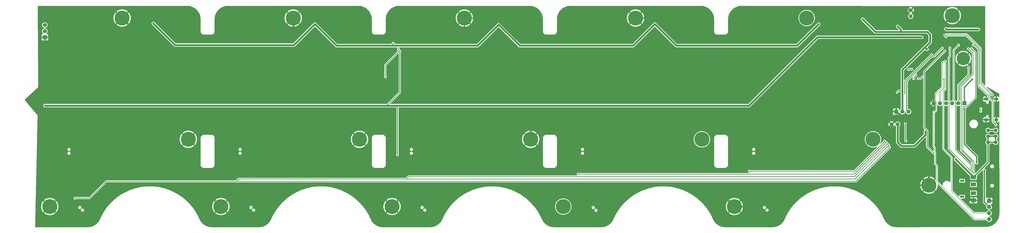
<source format=gbr>
%TF.GenerationSoftware,KiCad,Pcbnew,9.0.2*%
%TF.CreationDate,2025-07-03T01:09:01+02:00*%
%TF.ProjectId,Satisfactron_2025,53617469-7366-4616-9374-726f6e5f3230,rev?*%
%TF.SameCoordinates,Original*%
%TF.FileFunction,Copper,L2,Bot*%
%TF.FilePolarity,Positive*%
%FSLAX46Y46*%
G04 Gerber Fmt 4.6, Leading zero omitted, Abs format (unit mm)*
G04 Created by KiCad (PCBNEW 9.0.2) date 2025-07-03 01:09:01*
%MOMM*%
%LPD*%
G01*
G04 APERTURE LIST*
%TA.AperFunction,ComponentPad*%
%ADD10C,6.200000*%
%TD*%
%TA.AperFunction,ComponentPad*%
%ADD11R,1.700000X1.700000*%
%TD*%
%TA.AperFunction,ComponentPad*%
%ADD12C,1.700000*%
%TD*%
%TA.AperFunction,ComponentPad*%
%ADD13C,5.500000*%
%TD*%
%TA.AperFunction,ComponentPad*%
%ADD14O,1.700000X1.700000*%
%TD*%
%TA.AperFunction,ComponentPad*%
%ADD15O,2.000000X1.200000*%
%TD*%
%TA.AperFunction,ComponentPad*%
%ADD16O,1.800000X1.200000*%
%TD*%
%TA.AperFunction,ComponentPad*%
%ADD17C,1.524003*%
%TD*%
%TA.AperFunction,SMDPad,CuDef*%
%ADD18R,2.200000X1.600000*%
%TD*%
%TA.AperFunction,SMDPad,CuDef*%
%ADD19R,1.800000X0.900000*%
%TD*%
%TA.AperFunction,ComponentPad*%
%ADD20C,1.600000*%
%TD*%
%TA.AperFunction,ViaPad*%
%ADD21C,0.800000*%
%TD*%
%TA.AperFunction,ViaPad*%
%ADD22C,0.500000*%
%TD*%
%TA.AperFunction,ViaPad*%
%ADD23C,0.600000*%
%TD*%
%TA.AperFunction,Conductor*%
%ADD24C,0.500000*%
%TD*%
%TA.AperFunction,Conductor*%
%ADD25C,0.800000*%
%TD*%
%TA.AperFunction,Conductor*%
%ADD26C,0.300000*%
%TD*%
%TA.AperFunction,Conductor*%
%ADD27C,0.250000*%
%TD*%
%TA.AperFunction,Conductor*%
%ADD28C,0.200000*%
%TD*%
G04 APERTURE END LIST*
D10*
%TO.P,H1,1,1*%
%TO.N,GND*%
X373422872Y162498290D03*
%TD*%
%TO.P,H15,1,1*%
%TO.N,GND*%
X242030512Y161485786D03*
%TD*%
D11*
%TO.P,J12,1,Pin_1*%
%TO.N,GND*%
X-3000000Y153500000D03*
D12*
%TO.P,J12,2,Pin_2*%
%TO.N,Net-(J12-Pin_2)*%
X-3000000Y156040000D03*
%TO.P,J12,3,Pin_3*%
%TO.N,+5L*%
X-3000000Y158579999D03*
%TD*%
D10*
%TO.P,H9,1,1*%
%TO.N,GND*%
X70020512Y82985786D03*
%TD*%
%TO.P,H17,1,1*%
%TO.N,unconnected-(H17-Pad1)*%
X269530512Y110985786D03*
%TD*%
%TO.P,H13,1,1*%
%TO.N,GND*%
X171020512Y161485786D03*
%TD*%
%TO.P,H5,1,1*%
%TO.N,GND*%
X56520512Y110985786D03*
%TD*%
D11*
%TO.P,J6,1,Pin_1*%
%TO.N,+3.3V*%
X378422872Y126000000D03*
D12*
%TO.P,J6,2,Pin_2*%
%TO.N,/ESP32_EN*%
X375882872Y126000000D03*
%TO.P,J6,3,Pin_3*%
%TO.N,/TXD0*%
X373342873Y126000000D03*
%TO.P,J6,4,Pin_4*%
%TO.N,/RXD0*%
X370802872Y126000000D03*
%TO.P,J6,5,Pin_5*%
%TO.N,/BOOT0*%
X368262872Y126000000D03*
%TO.P,J6,6,Pin_6*%
%TO.N,GND*%
X365722872Y126000000D03*
%TD*%
D13*
%TO.P,U3,PAD,GND*%
%TO.N,GND*%
X378024360Y144598290D03*
%TD*%
D11*
%TO.P,J5,1,1*%
%TO.N,GND*%
X388688853Y85358305D03*
D14*
%TO.P,J5,2,2*%
%TO.N,+3.3V*%
X388688853Y82818305D03*
%TO.P,J5,3,3*%
%TO.N,/SCL*%
X388688853Y80278305D03*
%TO.P,J5,4,4*%
%TO.N,/SDA*%
X388688853Y77738305D03*
%TD*%
D15*
%TO.P,J1,0,SH*%
%TO.N,GND*%
X387472106Y119123171D03*
%TO.P,J1,1,SH*%
X387472106Y127773413D03*
D16*
%TO.P,J1,2,SH*%
X391651938Y127773413D03*
%TO.P,J1,3,SH*%
X391651938Y119123171D03*
%TD*%
D10*
%TO.P,H3,1,1*%
%TO.N,GND*%
X363722872Y91898290D03*
%TD*%
%TO.P,H14,1,1*%
%TO.N,GND*%
X283030512Y82985786D03*
%TD*%
%TO.P,H12,1,1*%
%TO.N,GND*%
X141020512Y82985786D03*
%TD*%
%TO.P,H18,1,1*%
%TO.N,unconnected-(H18-Pad1)*%
X340530512Y110985786D03*
%TD*%
%TO.P,H16,1,1*%
%TO.N,unconnected-(H16-Pad1)*%
X212030512Y82985786D03*
%TD*%
%TO.P,H6,1,1*%
%TO.N,GND*%
X-969488Y82985786D03*
%TD*%
%TO.P,H8,1,1*%
%TO.N,GND*%
X100020512Y161485786D03*
%TD*%
%TO.P,H10,1,1*%
%TO.N,GND*%
X127520512Y110985786D03*
%TD*%
D17*
%TO.P,SW1,1,1*%
%TO.N,/VBATT_7V*%
X388226404Y109748305D03*
%TO.P,SW1,2,2*%
X388226404Y112248432D03*
%TO.P,SW1,3,3*%
%TO.N,/SWITCHED_7V*%
X388226404Y114748305D03*
%TO.P,SW1,4,4*%
%TO.N,/VBATT_7V*%
X391426302Y109748305D03*
%TO.P,SW1,5,5*%
X391426302Y112248432D03*
%TO.P,SW1,6,6*%
%TO.N,/SWITCHED_7V*%
X391426302Y114748305D03*
%TD*%
D10*
%TO.P,H11,1,1*%
%TO.N,GND*%
X198520512Y110985786D03*
%TD*%
%TO.P,H19,1,1*%
%TO.N,unconnected-(H19-Pad1)*%
X313030512Y161485786D03*
%TD*%
%TO.P,H7,1,1*%
%TO.N,GND*%
X29030512Y161485786D03*
%TD*%
D11*
%TO.P,J11,1,Pin_1*%
%TO.N,GND*%
X350162872Y122498290D03*
D12*
%TO.P,J11,2,Pin_2*%
%TO.N,+5L*%
X352702872Y122498290D03*
%TO.P,J11,3,Pin_3*%
%TO.N,/SERVO1*%
X355242871Y122498290D03*
%TD*%
D18*
%TO.P,J2,1,1*%
%TO.N,unconnected-(J2-Pad1)*%
X382175858Y88598317D03*
%TO.P,J2,2,2*%
%TO.N,GND*%
X382175858Y85598317D03*
D19*
%TO.P,J2,3,3*%
%TO.N,unconnected-(J2-Pad3)*%
X377476848Y87115462D03*
%TD*%
D20*
%TO.P,C11,1*%
%TO.N,+3.3V*%
X356202872Y162248291D03*
%TO.P,C11,2*%
%TO.N,GND*%
X356202872Y164748291D03*
%TD*%
%TO.P,C22,1*%
%TO.N,+5L*%
X350749999Y117250000D03*
%TO.P,C22,2*%
%TO.N,GND*%
X348249999Y117250000D03*
%TD*%
D18*
%TO.P,J4,1,1*%
%TO.N,/VBATT_7V*%
X382195858Y95198317D03*
%TO.P,J4,2,2*%
%TO.N,unconnected-(J4-Pad2)*%
X382195858Y92198317D03*
D19*
%TO.P,J4,3,3*%
%TO.N,unconnected-(J4-Pad3)*%
X377496848Y93715462D03*
%TD*%
D21*
%TO.N,GND*%
X358276000Y133250000D03*
X283750000Y148250000D03*
X171500000Y151750000D03*
X215500000Y112750000D03*
X287250000Y122250000D03*
X375500000Y121250000D03*
X283750000Y132250000D03*
X360750000Y113750000D03*
X100000000Y148250000D03*
X282000000Y118500000D03*
X59750000Y147928997D03*
X214000000Y120250000D03*
X362250000Y100000000D03*
X376000000Y117750000D03*
X107750000Y127250000D03*
X197500000Y123000000D03*
X357500000Y160250000D03*
X370351872Y117776492D03*
X286168907Y112418907D03*
X368250000Y123250000D03*
X356750000Y133750000D03*
X366250000Y99750000D03*
X283750000Y151250000D03*
X292750000Y79500000D03*
X368250000Y115750000D03*
X149250000Y109250000D03*
X49500000Y128750000D03*
X355251000Y132977133D03*
X366411872Y108363432D03*
X379250000Y87750000D03*
X362500000Y129000000D03*
X361000000Y129750000D03*
X197250000Y128000000D03*
X370250000Y99500000D03*
X100000000Y152000000D03*
X222250000Y79500000D03*
X366000000Y123250000D03*
X147000000Y112250000D03*
X217500000Y91500000D03*
X195250000Y148000000D03*
X370971028Y115171736D03*
%TO.N,+3.3V*%
X-3000000Y125000000D03*
X370732869Y156982869D03*
X381700000Y136000000D03*
X386750000Y98000000D03*
X67750000Y125000000D03*
D22*
X144250000Y147750000D03*
D21*
X360750000Y153500000D03*
X384250000Y156750000D03*
X209750000Y125000000D03*
X138750000Y125000000D03*
X378500000Y123700000D03*
X281250000Y125000000D03*
X383500000Y101250000D03*
D22*
X143250000Y104500000D03*
D23*
%TO.N,/BOOT0*%
X369900000Y136000000D03*
%TO.N,/ESP32_EN*%
X380200000Y140900000D03*
D22*
%TO.N,/BTN_USER1*%
X364750000Y146250000D03*
X353955603Y117544397D03*
X354156587Y110343413D03*
X353750000Y130000000D03*
%TO.N,/BTN_USER2*%
X370299265Y147799265D03*
X365750000Y105250000D03*
%TO.N,/uSW4*%
X357403829Y136208671D03*
D23*
X345868626Y109631374D03*
X218250000Y96500000D03*
D22*
X358250000Y137750000D03*
D23*
%TO.N,/uSW5*%
X289250000Y97750000D03*
D22*
X355250000Y140000000D03*
X356576872Y140204694D03*
D23*
X345302939Y110197061D03*
D21*
%TO.N,/VBATT_7V*%
X374700000Y102800000D03*
D23*
%TO.N,/uSW1*%
X347282438Y107717562D03*
X9500000Y86500000D03*
%TO.N,/uSW2*%
X77000000Y94000000D03*
X347000000Y108500000D03*
%TO.N,/uSW3*%
X346434313Y109065687D03*
X147500000Y95000000D03*
D22*
X361000000Y137000000D03*
X359250000Y136250000D03*
D21*
%TO.N,+5L*%
X250000000Y159000000D03*
D22*
X141500000Y151000000D03*
D21*
X336250000Y161000000D03*
X318000000Y159000000D03*
X109000000Y159000000D03*
X185250000Y158750000D03*
X363000000Y148500000D03*
X362250000Y114250000D03*
X42000000Y159250000D03*
D22*
X350500000Y130500000D03*
D21*
X350750000Y158000000D03*
D23*
%TO.N,/MISO*%
X382320451Y96962207D03*
X381400000Y148700000D03*
%TO.N,/MOSI*%
X381065687Y97934313D03*
X376000000Y150200000D03*
%TO.N,/SCK*%
X380100000Y148700000D03*
X381631374Y97368626D03*
%TO.N,/CS*%
X372409305Y149000000D03*
X380500000Y98500000D03*
%TO.N,/CARD_DETECT*%
X382247017Y150258949D03*
X391527340Y117027340D03*
D22*
%TO.N,/SERVO1*%
X369300000Y149000000D03*
D23*
%TO.N,/SCL*%
X370500000Y143500000D03*
%TO.N,/SDA*%
X369500000Y143000000D03*
D22*
%TO.N,/IRSENS_F*%
X138250000Y137000000D03*
X143625000Y148625000D03*
D23*
%TO.N,/USB_P*%
X389925000Y129500000D03*
X370199479Y154300521D03*
D22*
%TO.N,/USB_N*%
X385250000Y123773356D03*
D23*
X389075000Y129500000D03*
X370800521Y153699479D03*
D22*
X385250000Y122623356D03*
%TD*%
D24*
%TO.N,GND*%
X356023867Y133750000D02*
X355251000Y132977133D01*
D25*
X375500000Y118250000D02*
X376000000Y117750000D01*
X370351872Y115790892D02*
X370971028Y115171736D01*
X215500000Y112750000D02*
X215500000Y118750000D01*
X365722872Y126000000D02*
X365722872Y140822872D01*
D24*
X309816599Y153250000D02*
X321314890Y164748291D01*
X262014214Y161485786D02*
X270250000Y153250000D01*
D25*
X223250000Y80500000D02*
X222000000Y81750000D01*
X286168907Y112418907D02*
X286168907Y114331093D01*
X362250000Y100000000D02*
X366000000Y100000000D01*
D24*
X283750000Y153250000D02*
X309816599Y153250000D01*
D25*
X308489229Y91898290D02*
X295750000Y79159061D01*
X294125000Y80625000D02*
X293000000Y79500000D01*
X371237897Y151987896D02*
X369298479Y153927314D01*
X350162872Y122498290D02*
X350205206Y122498290D01*
X292750000Y79500000D02*
X295250000Y79500000D01*
X237250000Y90000000D02*
X226250000Y79000000D01*
D24*
X366411872Y108363432D02*
X367886568Y108363432D01*
X233044726Y152500000D02*
X192703496Y152500000D01*
D25*
X293000000Y79500000D02*
X292750000Y79500000D01*
X295750000Y79000000D02*
X294125000Y80625000D01*
X369298479Y153927314D02*
X369298479Y158373897D01*
D24*
X362500000Y129000000D02*
X362722872Y129000000D01*
D25*
X363722872Y91898290D02*
X308489229Y91898290D01*
X198520512Y121979488D02*
X197500000Y123000000D01*
X226250000Y79000000D02*
X224750000Y79000000D01*
X381401683Y85598317D02*
X379250000Y87750000D01*
D24*
X147000000Y112250000D02*
X147000000Y111500000D01*
D25*
X371237897Y146337897D02*
X371237897Y151987896D01*
D24*
X356750000Y133750000D02*
X357776000Y133750000D01*
X171020512Y152229488D02*
X171500000Y151750000D01*
X362722872Y129000000D02*
X365722872Y126000000D01*
D25*
X363722872Y98527128D02*
X362250000Y100000000D01*
X276266298Y89750000D02*
X276250000Y89750000D01*
X215500000Y118750000D02*
X214000000Y120250000D01*
D24*
X283750000Y151250000D02*
X283750000Y153250000D01*
D25*
X222000000Y87000000D02*
X217500000Y91500000D01*
X295750000Y79159061D02*
X295750000Y79000000D01*
X368250000Y115750000D02*
X368250000Y108000000D01*
X198520512Y110985786D02*
X198520512Y121979488D01*
X294125000Y80625000D02*
X291764214Y82985786D01*
X224750000Y79000000D02*
X223250000Y80500000D01*
X348249999Y117250000D02*
X348249999Y107371163D01*
X286168907Y114331093D02*
X282000000Y118500000D01*
X197250000Y128000000D02*
X197250000Y146000000D01*
D24*
X356202872Y164748291D02*
X357500000Y163451163D01*
D25*
X44016298Y146500000D02*
X58500000Y146500000D01*
X295250000Y79500000D02*
X295750000Y79000000D01*
D24*
X242030512Y161485786D02*
X262014214Y161485786D01*
D25*
X291764214Y82985786D02*
X283030512Y82985786D01*
X365722872Y140822872D02*
X371237897Y146337897D01*
D24*
X171020512Y161485786D02*
X171020512Y152229488D01*
D25*
X223250000Y80500000D02*
X222250000Y79500000D01*
X369298479Y158373897D02*
X373422872Y162498290D01*
X273500000Y92500000D02*
X259250000Y92500000D01*
D24*
X270250000Y153250000D02*
X283750000Y153250000D01*
D25*
X239750000Y92500000D02*
X237250000Y90000000D01*
X100020512Y161485786D02*
X100020512Y152020512D01*
X369750000Y99500000D02*
X370250000Y99500000D01*
X44016298Y134233702D02*
X49500000Y128750000D01*
X366000000Y123250000D02*
X366000000Y125722872D01*
X29030512Y161485786D02*
X44016298Y146500000D01*
X283500000Y118500000D02*
X287250000Y122250000D01*
X366000000Y125722872D02*
X365722872Y126000000D01*
X107750000Y140500000D02*
X107750000Y127250000D01*
D24*
X356750000Y133750000D02*
X356023867Y133750000D01*
X357500000Y163451163D02*
X357500000Y160250000D01*
D25*
X366000000Y100000000D02*
X366250000Y99750000D01*
X348249999Y107371163D02*
X363722872Y91898290D01*
D24*
X283750000Y132250000D02*
X283750000Y148250000D01*
D25*
X368250000Y115750000D02*
X368250000Y123250000D01*
X222000000Y81750000D02*
X222000000Y87000000D01*
D24*
X367886568Y108363432D02*
X368250000Y108000000D01*
X357776000Y133750000D02*
X358276000Y133250000D01*
D25*
X259250000Y92500000D02*
X239750000Y92500000D01*
X350205206Y122498290D02*
X358953496Y113750000D01*
D24*
X321314890Y164748291D02*
X356202872Y164748291D01*
X183717710Y161485786D02*
X171020512Y161485786D01*
D25*
X382175858Y85598317D02*
X381401683Y85598317D01*
X44016298Y146500000D02*
X44016298Y134233702D01*
X368250000Y101000000D02*
X369750000Y99500000D01*
X358953496Y113750000D02*
X360750000Y113750000D01*
X283030512Y82985786D02*
X276266298Y89750000D01*
X370351872Y117776492D02*
X370351872Y115790892D01*
X276250000Y89750000D02*
X273500000Y92500000D01*
X375500000Y121250000D02*
X375500000Y118250000D01*
X197250000Y146000000D02*
X195250000Y148000000D01*
X100020512Y152020512D02*
X100000000Y152000000D01*
D24*
X358276000Y133250000D02*
X358276000Y132474000D01*
D25*
X282000000Y118500000D02*
X283500000Y118500000D01*
X100000000Y148250000D02*
X107750000Y140500000D01*
D24*
X358276000Y132474000D02*
X361000000Y129750000D01*
D25*
X59750000Y147750000D02*
X59750000Y147928997D01*
D24*
X147000000Y111500000D02*
X149250000Y109250000D01*
D25*
X58500000Y146500000D02*
X59750000Y147750000D01*
X363722872Y91898290D02*
X363722872Y98527128D01*
X368250000Y108000000D02*
X368250000Y101000000D01*
D24*
X242030512Y161485786D02*
X233044726Y152500000D01*
X192703496Y152500000D02*
X183717710Y161485786D01*
D26*
%TO.N,+3.3V*%
X144250000Y130500000D02*
X138750000Y125000000D01*
D25*
X281250000Y125000000D02*
X209750000Y125000000D01*
X360750000Y153500000D02*
X317500000Y153500000D01*
D24*
X378500000Y108900000D02*
X383500000Y103900000D01*
D25*
X-3000000Y125000000D02*
X67750000Y125000000D01*
X317500000Y153500000D02*
X289000000Y125000000D01*
D26*
X144250000Y147750000D02*
X144250000Y130500000D01*
X143250000Y104500000D02*
X143250000Y124250000D01*
D24*
X386750000Y98000000D02*
X386750000Y84757158D01*
D25*
X138750000Y125000000D02*
X67750000Y125000000D01*
D26*
X143250000Y124250000D02*
X142500000Y125000000D01*
D24*
X383500000Y103900000D02*
X383500000Y101250000D01*
D25*
X370965738Y156750000D02*
X384250000Y156750000D01*
D24*
X386750000Y84757158D02*
X388688853Y82818305D01*
X381700000Y136000000D02*
X378422872Y132722872D01*
D25*
X142500000Y125000000D02*
X138750000Y125000000D01*
D24*
X378500000Y123700000D02*
X378500000Y108900000D01*
D25*
X289000000Y125000000D02*
X281250000Y125000000D01*
X209750000Y125000000D02*
X142500000Y125000000D01*
D24*
X378422872Y132722872D02*
X378422872Y126000000D01*
D25*
X370732869Y156982869D02*
X370965738Y156750000D01*
D27*
%TO.N,/BOOT0*%
X369900000Y132400000D02*
X369900000Y136000000D01*
X368262872Y126000000D02*
X368262872Y130762872D01*
X368262872Y130762872D02*
X369900000Y132400000D01*
%TO.N,/ESP32_EN*%
X375882872Y133582872D02*
X375882872Y126000000D01*
X380200000Y140900000D02*
X380200000Y137900000D01*
X380200000Y137900000D02*
X375882872Y133582872D01*
D26*
%TO.N,/BTN_USER1*%
X354156587Y110343413D02*
X353955603Y110544397D01*
X353955603Y110544397D02*
X353955603Y117544397D01*
X353750000Y135250000D02*
X353750000Y130000000D01*
X364750000Y146250000D02*
X353750000Y135250000D01*
%TO.N,/BTN_USER2*%
X363001000Y114561074D02*
X363001000Y107999000D01*
X361750000Y139250000D02*
X361750000Y115812074D01*
X361750000Y115812074D02*
X363001000Y114561074D01*
X363001000Y107999000D02*
X365750000Y105250000D01*
X370299265Y147799265D02*
X361750000Y139250000D01*
D27*
%TO.N,/uSW4*%
X357403829Y136208671D02*
X357403829Y136653829D01*
X357403829Y136653829D02*
X358250000Y137500000D01*
X332737252Y96500000D02*
X218250000Y96500000D01*
X358250000Y137500000D02*
X358250000Y137750000D01*
X345868626Y109631374D02*
X332737252Y96500000D01*
%TO.N,/uSW5*%
X332855878Y97750000D02*
X289250000Y97750000D01*
X345302939Y110197061D02*
X332855878Y97750000D01*
X356576872Y140204694D02*
X355454694Y140204694D01*
X355454694Y140204694D02*
X355250000Y140000000D01*
D24*
%TO.N,/VBATT_7V*%
X388226404Y112248432D02*
X388226404Y109748305D01*
X388226404Y101228863D02*
X382195858Y95198317D01*
X388226404Y109748305D02*
X391426302Y109748305D01*
X388226404Y112248432D02*
X391426302Y112248432D01*
X388226404Y109748305D02*
X388226404Y101228863D01*
X391426302Y112248432D02*
X391426302Y109748305D01*
D25*
X374700000Y102800000D02*
X382195858Y95304142D01*
X382195858Y95304142D02*
X382195858Y95198317D01*
D27*
%TO.N,/uSW1*%
X76740702Y93374000D02*
X76614702Y93500000D01*
X77385298Y93500000D02*
X77259298Y93374000D01*
X347282438Y107717562D02*
X347282438Y107282438D01*
X76614702Y93500000D02*
X22500000Y93500000D01*
X347282438Y107282438D02*
X333500000Y93500000D01*
X15500000Y86500000D02*
X9500000Y86500000D01*
X333500000Y93500000D02*
X77385298Y93500000D01*
X77259298Y93374000D02*
X76740702Y93374000D01*
X22500000Y93500000D02*
X15500000Y86500000D01*
%TO.N,/uSW2*%
X333000000Y94500000D02*
X147885298Y94500000D01*
X147114702Y94500000D02*
X77500000Y94500000D01*
X147885298Y94500000D02*
X147759298Y94374000D01*
X147759298Y94374000D02*
X147240702Y94374000D01*
X347000000Y108500000D02*
X333000000Y94500000D01*
X147240702Y94374000D02*
X147114702Y94500000D01*
X77500000Y94500000D02*
X77000000Y94000000D01*
%TO.N,/uSW3*%
X147971790Y95471790D02*
X147500000Y95000000D01*
X360250000Y136250000D02*
X361000000Y137000000D01*
X332840416Y95471790D02*
X147971790Y95471790D01*
X359250000Y136250000D02*
X360250000Y136250000D01*
X346434313Y109065687D02*
X332840416Y95471790D01*
D25*
%TO.N,+5L*%
X309000000Y150000000D02*
X318000000Y159000000D01*
X250000000Y159000000D02*
X259000000Y150000000D01*
X100250000Y150250000D02*
X51000000Y150250000D01*
X51000000Y150250000D02*
X42000000Y159250000D01*
D27*
X141500000Y151000000D02*
X140750000Y150250000D01*
D25*
X140750000Y150000000D02*
X118000000Y150000000D01*
D27*
X140750000Y150250000D02*
X140750000Y150000000D01*
D25*
X109000000Y159000000D02*
X100250000Y150250000D01*
X352702872Y131250000D02*
X352702872Y139952872D01*
X213250000Y150000000D02*
X241000000Y150000000D01*
X194000000Y150000000D02*
X213250000Y150000000D01*
X352000000Y155750000D02*
X352000000Y156750000D01*
X176500000Y150000000D02*
X150750000Y150000000D01*
X350749999Y109750001D02*
X350749999Y117250000D01*
X352702872Y139952872D02*
X362000000Y149250000D01*
X362000000Y149250000D02*
X364000000Y151250000D01*
X150750000Y150000000D02*
X140750000Y150000000D01*
X352250000Y108250000D02*
X350749999Y109750001D01*
X357703496Y108250000D02*
X352250000Y108250000D01*
X185250000Y158750000D02*
X194000000Y150000000D01*
X363000000Y155750000D02*
X352000000Y155750000D01*
X352000000Y155750000D02*
X341500000Y155750000D01*
X362000000Y149250000D02*
X362750000Y148500000D01*
X352000000Y156750000D02*
X350750000Y158000000D01*
X362750000Y148500000D02*
X363000000Y148500000D01*
X362250000Y114250000D02*
X362250000Y112796504D01*
X364250000Y154250000D02*
X364250000Y154500000D01*
X352702872Y122498290D02*
X352702872Y131250000D01*
X241000000Y150000000D02*
X250000000Y159000000D01*
D26*
X352702872Y131250000D02*
X351250000Y131250000D01*
D25*
X362250000Y112796504D02*
X357703496Y108250000D01*
X364250000Y151500000D02*
X364250000Y154250000D01*
X118000000Y150000000D02*
X109000000Y159000000D01*
D26*
X351250000Y131250000D02*
X350500000Y130500000D01*
D25*
X185250000Y158750000D02*
X176500000Y150000000D01*
X260250000Y150000000D02*
X309000000Y150000000D01*
X341500000Y155750000D02*
X336250000Y161000000D01*
X364000000Y151250000D02*
X364250000Y151500000D01*
X259000000Y150000000D02*
X260250000Y150000000D01*
X364250000Y154500000D02*
X363000000Y155750000D01*
D27*
%TO.N,/MISO*%
X383000000Y128225128D02*
X379374872Y124600000D01*
X382320451Y101817359D02*
X382320451Y96962207D01*
X377774000Y106363810D02*
X382320451Y101817359D01*
X378200000Y124600000D02*
X377774000Y124174000D01*
X379374872Y124600000D02*
X378200000Y124600000D01*
X381400000Y148700000D02*
X383000000Y147100000D01*
X383000000Y147100000D02*
X383000000Y128225128D01*
X377774000Y124174000D02*
X377774000Y106363810D01*
%TO.N,/MOSI*%
X381126000Y97994626D02*
X381065687Y97934313D01*
X376000000Y150200000D02*
X374000000Y148200000D01*
X374706872Y126793128D02*
X374706872Y106793128D01*
X374000000Y148200000D02*
X374000000Y127500000D01*
X374000000Y127500000D02*
X374706872Y126793128D01*
X381126000Y100374000D02*
X381126000Y97994626D01*
X374706872Y106793128D02*
X381126000Y100374000D01*
%TO.N,/SCK*%
X381691687Y97428939D02*
X381631374Y97368626D01*
X380100000Y148700000D02*
X382000000Y146800000D01*
X381691687Y101808313D02*
X381691687Y97428939D01*
X382000000Y146800000D02*
X382000000Y138100000D01*
X382000000Y138100000D02*
X377058872Y133158872D01*
X377058872Y133158872D02*
X377058872Y106441128D01*
X377058872Y106441128D02*
X381691687Y101808313D01*
%TO.N,/CS*%
X372000000Y107000000D02*
X380500000Y98500000D01*
X372000000Y145100000D02*
X372000000Y107000000D01*
X372409305Y149000000D02*
X372409305Y145509305D01*
X372409305Y145509305D02*
X372000000Y145100000D01*
D24*
%TO.N,/SWITCHED_7V*%
X388226404Y114748305D02*
X391426302Y114748305D01*
D27*
%TO.N,/CARD_DETECT*%
X382638597Y150258949D02*
X382247017Y150258949D01*
X384349000Y133151000D02*
X384349000Y148548546D01*
X388626000Y128874000D02*
X384349000Y133151000D01*
X388626000Y128449001D02*
X388626000Y128874000D01*
X384349000Y148548546D02*
X382638597Y150258949D01*
X390250000Y118304680D02*
X390250000Y126825001D01*
X390250000Y126825001D02*
X388626000Y128449001D01*
X391527340Y117027340D02*
X390250000Y118304680D01*
D26*
%TO.N,/SERVO1*%
X354501000Y123240161D02*
X355242871Y122498290D01*
X369300000Y149000000D02*
X365901000Y145601000D01*
X364851000Y145601000D02*
X354501000Y135251000D01*
X354501000Y135251000D02*
X354501000Y123240161D01*
X365901000Y145601000D02*
X364851000Y145601000D01*
D28*
%TO.N,/SCL*%
X373103872Y89536438D02*
X382362005Y80278305D01*
X370500000Y131848128D02*
X369651872Y131000000D01*
X373103872Y103596128D02*
X373103872Y89536438D01*
X370500000Y143500000D02*
X370500000Y131848128D01*
X382362005Y80278305D02*
X388688853Y80278305D01*
X369651872Y107048128D02*
X373103872Y103596128D01*
X369651872Y131000000D02*
X369651872Y107048128D01*
%TO.N,/SDA*%
X366701000Y122959636D02*
X366290364Y122549000D01*
X365750000Y109064432D02*
X365710872Y109025304D01*
X366290364Y122549000D02*
X365750000Y122549000D01*
X369250000Y132750000D02*
X366423872Y129923872D01*
X366873872Y126476760D02*
X366873872Y125523240D01*
X367123872Y93288870D02*
X382674437Y77738305D01*
X366423872Y129923872D02*
X366423872Y126926760D01*
X367000000Y99991364D02*
X367000000Y93430903D01*
X365710872Y109025304D02*
X365710872Y108073068D01*
X367000000Y93430903D02*
X367123872Y93307031D01*
X365710872Y108073068D02*
X366121508Y107662432D01*
X365750000Y122549000D02*
X365750000Y109064432D01*
X366121508Y105657724D02*
X366301000Y105478232D01*
X366121508Y107662432D02*
X366121508Y105657724D01*
X366423872Y126926760D02*
X366873872Y126476760D01*
X382674437Y77738305D02*
X388688853Y77738305D01*
X366301000Y105478232D02*
X366301000Y100690364D01*
X367123872Y93307031D02*
X367123872Y93288870D01*
X366701000Y125350368D02*
X366701000Y122959636D01*
X366873872Y125523240D02*
X366701000Y125350368D01*
X366301000Y100690364D02*
X367000000Y99991364D01*
X369500000Y143000000D02*
X369250000Y142750000D01*
X369250000Y142750000D02*
X369250000Y132750000D01*
D27*
%TO.N,/IRSENS_F*%
X138250000Y142000000D02*
X138250000Y137000000D01*
X143625000Y148625000D02*
X143625000Y147375000D01*
X143625000Y147375000D02*
X138250000Y142000000D01*
D28*
%TO.N,/USB_P*%
X385176000Y148891100D02*
X379391100Y154676000D01*
X385176000Y134642198D02*
X385176000Y148891100D01*
X389725001Y130093197D02*
X385176000Y134642198D01*
X379391100Y154676000D02*
X370857801Y154676000D01*
X389925000Y129500000D02*
X389725001Y129699999D01*
X389725001Y129699999D02*
X389725001Y130093197D01*
X370482322Y154300521D02*
X370199479Y154300521D01*
X370857801Y154676000D02*
X370482322Y154300521D01*
%TO.N,/USB_N*%
X389274999Y129699999D02*
X389274999Y129906803D01*
X371093199Y154275000D02*
X370800521Y153982322D01*
X384775000Y148725000D02*
X379225000Y154275000D01*
X389274999Y129906803D02*
X384775000Y134406802D01*
X384775000Y134406802D02*
X384775000Y148725000D01*
X389075000Y129500000D02*
X389274999Y129699999D01*
X385250000Y123773356D02*
X385250000Y122623356D01*
X370800521Y153982322D02*
X370800521Y153699479D01*
X379225000Y154275000D02*
X371093199Y154275000D01*
%TD*%
%TA.AperFunction,Conductor*%
%TO.N,GND*%
G36*
X371527614Y124996683D02*
G01*
X371567872Y124939577D01*
X371574500Y124899578D01*
X371574500Y107056018D01*
X371574500Y106943982D01*
X371603497Y106835763D01*
X371659515Y106738737D01*
X371659517Y106738735D01*
X374689455Y103708797D01*
X374722940Y103647474D01*
X374717956Y103577782D01*
X374676084Y103521849D01*
X374625967Y103499499D01*
X374495676Y103473581D01*
X374495667Y103473579D01*
X374368192Y103420778D01*
X374253454Y103344113D01*
X374155887Y103246546D01*
X374079222Y103131808D01*
X374026421Y103004333D01*
X374026418Y103004323D01*
X373999500Y102868997D01*
X373999500Y102868994D01*
X373999500Y102731006D01*
X373999500Y102731004D01*
X373999499Y102731004D01*
X374026418Y102595678D01*
X374026421Y102595668D01*
X374079222Y102468193D01*
X374155887Y102353455D01*
X374155888Y102353454D01*
X380759039Y95750304D01*
X380792524Y95688981D01*
X380795358Y95662623D01*
X380795358Y94353461D01*
X380795360Y94353435D01*
X380798271Y94328330D01*
X380798273Y94328326D01*
X380843651Y94225553D01*
X380843652Y94225552D01*
X380923093Y94146111D01*
X381025867Y94100732D01*
X381050993Y94097817D01*
X383340722Y94097818D01*
X383340737Y94097820D01*
X383340740Y94097820D01*
X383365845Y94100731D01*
X383365846Y94100732D01*
X383365849Y94100732D01*
X383468623Y94146111D01*
X383548064Y94225552D01*
X383593443Y94328326D01*
X383596358Y94353452D01*
X383596357Y95768932D01*
X383616042Y95835970D01*
X383632671Y95856607D01*
X385837819Y98061754D01*
X385899142Y98095239D01*
X385968834Y98090255D01*
X386024767Y98048383D01*
X386049184Y97982919D01*
X386049500Y97974073D01*
X386049500Y97931007D01*
X386049500Y97931005D01*
X386049499Y97931005D01*
X386076418Y97795678D01*
X386076421Y97795668D01*
X386129222Y97668194D01*
X386129223Y97668193D01*
X386129225Y97668189D01*
X386178602Y97594292D01*
X386199480Y97527615D01*
X386199500Y97525401D01*
X386199500Y84829632D01*
X386199500Y84684684D01*
X386237016Y84544673D01*
X386285625Y84460478D01*
X386309489Y84419145D01*
X386309491Y84419142D01*
X387532156Y83196477D01*
X387565641Y83135154D01*
X387566948Y83089398D01*
X387538353Y82908857D01*
X387538353Y82727754D01*
X387566682Y82548895D01*
X387622640Y82376669D01*
X387622641Y82376666D01*
X387656959Y82309315D01*
X387701593Y82221716D01*
X387704859Y82215308D01*
X387811294Y82068811D01*
X387811298Y82068806D01*
X387939353Y81940751D01*
X387939358Y81940747D01*
X388067140Y81847909D01*
X388085859Y81834309D01*
X388191337Y81780565D01*
X388247213Y81752094D01*
X388247216Y81752093D01*
X388333329Y81724114D01*
X388419444Y81696134D01*
X388492492Y81684565D01*
X388579531Y81670778D01*
X388642666Y81640849D01*
X388679597Y81581537D01*
X388678599Y81511674D01*
X388639989Y81453442D01*
X388579531Y81425832D01*
X388419442Y81400476D01*
X388247216Y81344518D01*
X388247213Y81344517D01*
X388085855Y81262299D01*
X387939358Y81155864D01*
X387939353Y81155860D01*
X387811298Y81027805D01*
X387811294Y81027800D01*
X387704859Y80881303D01*
X387636178Y80746510D01*
X387588203Y80695714D01*
X387525693Y80678805D01*
X382579260Y80678805D01*
X382512221Y80698490D01*
X382491579Y80715124D01*
X378456230Y84750473D01*
X380575858Y84750473D01*
X380582259Y84690945D01*
X380582261Y84690938D01*
X380632503Y84556231D01*
X380632507Y84556224D01*
X380718667Y84441130D01*
X380718670Y84441127D01*
X380833764Y84354967D01*
X380833771Y84354963D01*
X380968478Y84304721D01*
X380968485Y84304719D01*
X381028013Y84298318D01*
X381028030Y84298317D01*
X381925858Y84298317D01*
X382425858Y84298317D01*
X383323686Y84298317D01*
X383323702Y84298318D01*
X383383230Y84304719D01*
X383383237Y84304721D01*
X383517944Y84354963D01*
X383517951Y84354967D01*
X383633045Y84441127D01*
X383633048Y84441130D01*
X383719208Y84556224D01*
X383719212Y84556231D01*
X383769454Y84690938D01*
X383769456Y84690945D01*
X383775857Y84750473D01*
X383775858Y84750490D01*
X383775858Y85348317D01*
X382425858Y85348317D01*
X382425858Y84298317D01*
X381925858Y84298317D01*
X381925858Y85348317D01*
X380575858Y85348317D01*
X380575858Y84750473D01*
X378456230Y84750473D01*
X377053421Y86153282D01*
X377019936Y86214605D01*
X377024920Y86284297D01*
X377066792Y86340230D01*
X377132256Y86364647D01*
X377141102Y86364963D01*
X378421704Y86364963D01*
X378421712Y86364963D01*
X378421727Y86364965D01*
X378421730Y86364965D01*
X378446835Y86367876D01*
X378446836Y86367877D01*
X378446839Y86367877D01*
X378549613Y86413256D01*
X378582519Y86446162D01*
X380575858Y86446162D01*
X380575858Y85848317D01*
X381925858Y85848317D01*
X382425858Y85848317D01*
X383775858Y85848317D01*
X383775858Y86446145D01*
X383775857Y86446162D01*
X383769456Y86505690D01*
X383769454Y86505697D01*
X383719212Y86640404D01*
X383719208Y86640411D01*
X383633048Y86755505D01*
X383633045Y86755508D01*
X383517951Y86841668D01*
X383517944Y86841672D01*
X383383237Y86891914D01*
X383383230Y86891916D01*
X383323702Y86898317D01*
X382425858Y86898317D01*
X382425858Y85848317D01*
X381925858Y85848317D01*
X381925858Y86898317D01*
X381028013Y86898317D01*
X380968485Y86891916D01*
X380968478Y86891914D01*
X380833771Y86841672D01*
X380833764Y86841668D01*
X380718670Y86755508D01*
X380718667Y86755505D01*
X380632507Y86640411D01*
X380632503Y86640404D01*
X380582261Y86505697D01*
X380582259Y86505690D01*
X380575858Y86446162D01*
X378582519Y86446162D01*
X378629054Y86492697D01*
X378674433Y86595471D01*
X378677348Y86620597D01*
X378677347Y87610326D01*
X378676605Y87616725D01*
X378674434Y87635450D01*
X378674433Y87635452D01*
X378674433Y87635453D01*
X378629054Y87738227D01*
X378549613Y87817668D01*
X378549611Y87817669D01*
X378446840Y87863047D01*
X378421713Y87865962D01*
X376531991Y87865962D01*
X376531965Y87865960D01*
X376506860Y87863049D01*
X376506856Y87863047D01*
X376404083Y87817669D01*
X376324642Y87738228D01*
X376279263Y87635456D01*
X376279263Y87635454D01*
X376276348Y87610331D01*
X376276348Y87229717D01*
X376256663Y87162678D01*
X376203859Y87116923D01*
X376134701Y87106979D01*
X376071145Y87136004D01*
X376064667Y87142036D01*
X373763517Y89443186D01*
X380775358Y89443186D01*
X380775358Y87753461D01*
X380775360Y87753435D01*
X380778271Y87728330D01*
X380778273Y87728326D01*
X380823651Y87625553D01*
X380823652Y87625552D01*
X380903093Y87546111D01*
X381005867Y87500732D01*
X381030993Y87497817D01*
X383320722Y87497818D01*
X383320737Y87497820D01*
X383320740Y87497820D01*
X383345845Y87500731D01*
X383345846Y87500732D01*
X383345849Y87500732D01*
X383448623Y87546111D01*
X383528064Y87625552D01*
X383573443Y87728326D01*
X383576358Y87753452D01*
X383576357Y89443181D01*
X383576355Y89443200D01*
X383573444Y89468305D01*
X383573443Y89468307D01*
X383573443Y89468308D01*
X383528064Y89571082D01*
X383448623Y89650523D01*
X383413544Y89666012D01*
X383345850Y89695902D01*
X383320723Y89698817D01*
X381031001Y89698817D01*
X381030975Y89698815D01*
X381005870Y89695904D01*
X381005866Y89695902D01*
X380903093Y89650524D01*
X380823652Y89571083D01*
X380778273Y89468311D01*
X380778273Y89468309D01*
X380775358Y89443186D01*
X373763517Y89443186D01*
X373540691Y89666012D01*
X373507206Y89727335D01*
X373504372Y89753693D01*
X373504372Y94210331D01*
X376296348Y94210331D01*
X376296348Y93220606D01*
X376296350Y93220580D01*
X376299261Y93195475D01*
X376299263Y93195471D01*
X376344641Y93092698D01*
X376344642Y93092697D01*
X376424083Y93013256D01*
X376526857Y92967877D01*
X376551983Y92964962D01*
X378441712Y92964963D01*
X378441727Y92964965D01*
X378441730Y92964965D01*
X378466835Y92967876D01*
X378466836Y92967877D01*
X378466839Y92967877D01*
X378569613Y93013256D01*
X378599543Y93043186D01*
X380795358Y93043186D01*
X380795358Y91353461D01*
X380795360Y91353435D01*
X380798271Y91328330D01*
X380798273Y91328326D01*
X380843651Y91225553D01*
X380843652Y91225552D01*
X380923093Y91146111D01*
X381025867Y91100732D01*
X381050993Y91097817D01*
X383340722Y91097818D01*
X383340737Y91097820D01*
X383340740Y91097820D01*
X383365845Y91100731D01*
X383365846Y91100732D01*
X383365849Y91100732D01*
X383468623Y91146111D01*
X383548064Y91225552D01*
X383593443Y91328326D01*
X383596358Y91353452D01*
X383596357Y93043181D01*
X383593538Y93067491D01*
X383593444Y93068305D01*
X383593443Y93068307D01*
X383593443Y93068308D01*
X383548064Y93171082D01*
X383468623Y93250523D01*
X383458746Y93254884D01*
X383365850Y93295902D01*
X383340723Y93298817D01*
X381051001Y93298817D01*
X381050975Y93298815D01*
X381025870Y93295904D01*
X381025866Y93295902D01*
X380923093Y93250524D01*
X380843652Y93171083D01*
X380798273Y93068311D01*
X380798273Y93068309D01*
X380795358Y93043186D01*
X378599543Y93043186D01*
X378649054Y93092697D01*
X378694433Y93195471D01*
X378697348Y93220597D01*
X378697347Y94210326D01*
X378697345Y94210345D01*
X378694434Y94235450D01*
X378694433Y94235452D01*
X378694433Y94235453D01*
X378649054Y94338227D01*
X378569613Y94417668D01*
X378569611Y94417669D01*
X378466840Y94463047D01*
X378441713Y94465962D01*
X376551991Y94465962D01*
X376551965Y94465960D01*
X376526860Y94463049D01*
X376526856Y94463047D01*
X376424083Y94417669D01*
X376344642Y94338228D01*
X376299263Y94235456D01*
X376299263Y94235454D01*
X376296348Y94210331D01*
X373504372Y94210331D01*
X373504372Y103648853D01*
X373504372Y103648855D01*
X373477079Y103750715D01*
X373477079Y103750716D01*
X373424352Y103842041D01*
X370088691Y107177702D01*
X370055206Y107239025D01*
X370052372Y107265383D01*
X370052372Y124888813D01*
X370072057Y124955852D01*
X370124861Y125001607D01*
X370194019Y125011551D01*
X370232665Y124999298D01*
X370258925Y124985918D01*
X370361228Y124933791D01*
X370361235Y124933788D01*
X370447348Y124905809D01*
X370533463Y124877829D01*
X370616301Y124864709D01*
X370712321Y124849500D01*
X370712326Y124849500D01*
X370893423Y124849500D01*
X370980131Y124863235D01*
X371072281Y124877829D01*
X371244511Y124933789D01*
X371244511Y124933790D01*
X371244516Y124933791D01*
X371394204Y125010062D01*
X371462874Y125022959D01*
X371527614Y124996683D01*
G37*
%TD.AperFunction*%
%TA.AperFunction,Conductor*%
G36*
X367322020Y125302484D02*
G01*
X367377954Y125260613D01*
X367379007Y125259186D01*
X367385315Y125250503D01*
X367513372Y125122446D01*
X367513377Y125122442D01*
X367588190Y125068088D01*
X367659878Y125016004D01*
X367765356Y124962260D01*
X367821232Y124933789D01*
X367821235Y124933788D01*
X367907348Y124905809D01*
X367993463Y124877829D01*
X368076301Y124864709D01*
X368172321Y124849500D01*
X368172326Y124849500D01*
X368353423Y124849500D01*
X368440131Y124863235D01*
X368532281Y124877829D01*
X368704511Y124933789D01*
X368865866Y125016004D01*
X369012373Y125122447D01*
X369039691Y125149765D01*
X369101014Y125183250D01*
X369170706Y125178266D01*
X369226639Y125136394D01*
X369251056Y125070930D01*
X369251372Y125062084D01*
X369251372Y107100855D01*
X369251372Y106995401D01*
X369253344Y106988042D01*
X369278665Y106893539D01*
X369296549Y106862564D01*
X369331392Y106802215D01*
X369331394Y106802213D01*
X372667053Y103466554D01*
X372700538Y103405231D01*
X372703372Y103378873D01*
X372703372Y93243444D01*
X372683687Y93176405D01*
X372630883Y93130650D01*
X372561725Y93120706D01*
X372498169Y93149731D01*
X372491691Y93155763D01*
X372392576Y93254878D01*
X372392569Y93254884D01*
X372205326Y93398560D01*
X372205325Y93398561D01*
X372205322Y93398563D01*
X372123829Y93445613D01*
X372000928Y93516571D01*
X372000917Y93516576D01*
X371782865Y93606896D01*
X371656879Y93640654D01*
X371554886Y93667983D01*
X371554885Y93667984D01*
X371554882Y93667984D01*
X371320892Y93698789D01*
X371320889Y93698790D01*
X371320883Y93698790D01*
X371084861Y93698790D01*
X371084855Y93698790D01*
X371084851Y93698789D01*
X370850861Y93667984D01*
X370622878Y93606896D01*
X370404826Y93516576D01*
X370404815Y93516571D01*
X370200417Y93398560D01*
X370013174Y93254884D01*
X370013167Y93254878D01*
X369846284Y93087995D01*
X369846278Y93087988D01*
X369702602Y92900745D01*
X369584591Y92696347D01*
X369584586Y92696336D01*
X369494266Y92478284D01*
X369433178Y92250301D01*
X369402373Y92016311D01*
X369402372Y92016295D01*
X369402372Y91876125D01*
X369382687Y91809086D01*
X369329883Y91763331D01*
X369260725Y91753387D01*
X369197169Y91782412D01*
X369190691Y91788444D01*
X367480704Y93498431D01*
X367467149Y93514508D01*
X367463850Y93519173D01*
X367444352Y93552944D01*
X367429358Y93567938D01*
X367423264Y93576554D01*
X367415224Y93600026D01*
X367403334Y93621800D01*
X367401306Y93640654D01*
X367400622Y93642653D01*
X367400948Y93643983D01*
X367400500Y93648158D01*
X367400500Y100044089D01*
X367400500Y100044091D01*
X367373207Y100145951D01*
X367373207Y100145952D01*
X367320480Y100237277D01*
X366737819Y100819938D01*
X366704334Y100881261D01*
X366701500Y100907619D01*
X366701500Y105530956D01*
X366701500Y105530959D01*
X366687603Y105582824D01*
X366679581Y105612765D01*
X366679581Y105612766D01*
X366674207Y105632819D01*
X366674207Y105632820D01*
X366649147Y105676224D01*
X366621480Y105724145D01*
X366558327Y105787298D01*
X366524842Y105848621D01*
X366522008Y105874979D01*
X366522008Y107715156D01*
X366522007Y107715163D01*
X366518514Y107728198D01*
X366505473Y107776871D01*
X366494715Y107817020D01*
X366441988Y107908345D01*
X366147691Y108202642D01*
X366114206Y108263965D01*
X366111372Y108290323D01*
X366111372Y108856120D01*
X366121370Y108893436D01*
X366118982Y108894076D01*
X366126734Y108923009D01*
X366150500Y109011705D01*
X366150500Y122024500D01*
X366170185Y122091539D01*
X366222989Y122137294D01*
X366274500Y122148500D01*
X366343089Y122148500D01*
X366343091Y122148500D01*
X366444952Y122175793D01*
X366536277Y122228520D01*
X367021480Y122713723D01*
X367074207Y122805048D01*
X367101500Y122906909D01*
X367101500Y123012363D01*
X367101500Y125133113D01*
X367110143Y125162550D01*
X367116667Y125192539D01*
X367120422Y125197556D01*
X367121185Y125200152D01*
X367137818Y125220793D01*
X367155309Y125238284D01*
X367191008Y125273984D01*
X367252329Y125307468D01*
X367322020Y125302484D01*
G37*
%TD.AperFunction*%
%TA.AperFunction,Conductor*%
G36*
X376586486Y124985918D02*
G01*
X376626743Y124928812D01*
X376633372Y124888813D01*
X376633372Y106497146D01*
X376633372Y106385110D01*
X376662369Y106276891D01*
X376718387Y106179865D01*
X376718389Y106179863D01*
X381229868Y101668384D01*
X381263353Y101607061D01*
X381266187Y101580703D01*
X381266187Y101134923D01*
X381246502Y101067884D01*
X381193698Y101022129D01*
X381124540Y101012185D01*
X381060984Y101041210D01*
X381054506Y101047242D01*
X375168691Y106933057D01*
X375135206Y106994380D01*
X375132372Y107020738D01*
X375132372Y124888813D01*
X375152057Y124955852D01*
X375204861Y125001607D01*
X375274019Y125011551D01*
X375312665Y124999298D01*
X375338925Y124985918D01*
X375441228Y124933791D01*
X375441235Y124933788D01*
X375527348Y124905809D01*
X375613463Y124877829D01*
X375696301Y124864709D01*
X375792321Y124849500D01*
X375792326Y124849500D01*
X375973423Y124849500D01*
X376060131Y124863235D01*
X376152281Y124877829D01*
X376324511Y124933789D01*
X376453077Y124999298D01*
X376521745Y125012194D01*
X376586486Y124985918D01*
G37*
%TD.AperFunction*%
%TA.AperFunction,Conductor*%
G36*
X56012955Y166585190D02*
G01*
X56444991Y166568215D01*
X56454665Y166567454D01*
X56881632Y166516918D01*
X56891236Y166515396D01*
X57312910Y166431519D01*
X57322370Y166429248D01*
X57479949Y166384806D01*
X57736149Y166312549D01*
X57745409Y166309541D01*
X58148772Y166160732D01*
X58157767Y166157006D01*
X58548177Y165977023D01*
X58548208Y165977009D01*
X58556879Y165972590D01*
X58931987Y165762519D01*
X58940271Y165757443D01*
X59297739Y165518589D01*
X59297754Y165518579D01*
X59305627Y165512859D01*
X59411188Y165429641D01*
X59643259Y165246690D01*
X59650662Y165240367D01*
X59733636Y165163667D01*
X59966371Y164948528D01*
X59973241Y164941658D01*
X60030761Y164879433D01*
X60265079Y164625947D01*
X60271402Y164618543D01*
X60537570Y164280909D01*
X60543293Y164273033D01*
X60782142Y163915570D01*
X60787230Y163907268D01*
X60997306Y163532148D01*
X61001726Y163523473D01*
X61055170Y163407543D01*
X61181713Y163133048D01*
X61181714Y163133047D01*
X61185440Y163124051D01*
X61334246Y162720691D01*
X61337254Y162711432D01*
X61453952Y162297651D01*
X61456225Y162288183D01*
X61540096Y161866530D01*
X61541620Y161856913D01*
X61592154Y161429947D01*
X61592917Y161420241D01*
X61609916Y160987558D01*
X61610012Y160982690D01*
X61610012Y156037167D01*
X61609986Y156037079D01*
X61609986Y155875557D01*
X61644474Y155657831D01*
X61712601Y155448167D01*
X61812682Y155251754D01*
X61812683Y155251753D01*
X61942260Y155073411D01*
X61942262Y155073409D01*
X61942263Y155073408D01*
X62098142Y154917533D01*
X62098144Y154917532D01*
X62276484Y154787964D01*
X62276486Y154787963D01*
X62472905Y154687886D01*
X62472907Y154687886D01*
X62472910Y154687884D01*
X62530321Y154669231D01*
X62682561Y154619767D01*
X62900293Y154585284D01*
X63010515Y154585286D01*
X65952936Y154585286D01*
X66010520Y154585286D01*
X66063241Y154585286D01*
X66073219Y154585286D01*
X66073255Y154585289D01*
X66120739Y154585289D01*
X66120740Y154585289D01*
X66338467Y154619776D01*
X66548119Y154687898D01*
X66744533Y154787978D01*
X66922874Y154917550D01*
X67078750Y155073426D01*
X67208322Y155251767D01*
X67308402Y155448181D01*
X67376524Y155657833D01*
X67411011Y155875560D01*
X67411012Y155985780D01*
X67411012Y156043364D01*
X67411012Y160983364D01*
X67411108Y160988232D01*
X67416765Y161132233D01*
X67428080Y161420252D01*
X67428843Y161429948D01*
X67456384Y161662640D01*
X96420512Y161662640D01*
X96420512Y161308933D01*
X96455180Y160956930D01*
X96455183Y160956913D01*
X96524182Y160610023D01*
X96524185Y160610012D01*
X96626865Y160271519D01*
X96762226Y159944729D01*
X96762228Y159944724D01*
X96928958Y159632796D01*
X96928975Y159632768D01*
X97125464Y159338700D01*
X97125481Y159338677D01*
X97303243Y159122073D01*
X97303244Y159122072D01*
X98369270Y160188099D01*
X98438261Y160098189D01*
X98632915Y159903535D01*
X98722823Y159834546D01*
X97656796Y158768520D01*
X97656797Y158768519D01*
X97873402Y158590756D01*
X97873425Y158590739D01*
X98167493Y158394250D01*
X98167521Y158394233D01*
X98479449Y158227503D01*
X98479454Y158227501D01*
X98806244Y158092140D01*
X99144737Y157989460D01*
X99144748Y157989457D01*
X99491638Y157920458D01*
X99491655Y157920455D01*
X99843658Y157885786D01*
X100197366Y157885786D01*
X100549368Y157920455D01*
X100549385Y157920458D01*
X100896275Y157989457D01*
X100896286Y157989460D01*
X101234779Y158092140D01*
X101561569Y158227501D01*
X101561574Y158227503D01*
X101873502Y158394233D01*
X101873530Y158394250D01*
X102167598Y158590739D01*
X102167621Y158590756D01*
X102384226Y158768520D01*
X101318200Y159834546D01*
X101408109Y159903535D01*
X101602763Y160098189D01*
X101671752Y160188098D01*
X102737778Y159122072D01*
X102915542Y159338677D01*
X102915559Y159338700D01*
X103112048Y159632768D01*
X103112065Y159632796D01*
X103278795Y159944724D01*
X103278797Y159944729D01*
X103414158Y160271519D01*
X103516838Y160610012D01*
X103516841Y160610023D01*
X103585840Y160956913D01*
X103585843Y160956930D01*
X103620512Y161308933D01*
X103620512Y161662640D01*
X103585843Y162014643D01*
X103585840Y162014660D01*
X103516841Y162361550D01*
X103516838Y162361561D01*
X103414158Y162700054D01*
X103278797Y163026844D01*
X103278795Y163026849D01*
X103112065Y163338777D01*
X103112048Y163338805D01*
X102915559Y163632873D01*
X102915542Y163632896D01*
X102737779Y163849501D01*
X102737778Y163849502D01*
X101671752Y162783476D01*
X101602763Y162873383D01*
X101408109Y163068037D01*
X101318199Y163137028D01*
X102384226Y164203054D01*
X102384225Y164203055D01*
X102167621Y164380817D01*
X102167598Y164380834D01*
X101873530Y164577323D01*
X101873502Y164577340D01*
X101561574Y164744070D01*
X101561569Y164744072D01*
X101234779Y164879433D01*
X100896286Y164982113D01*
X100896275Y164982116D01*
X100549385Y165051115D01*
X100549368Y165051118D01*
X100197366Y165085786D01*
X99843658Y165085786D01*
X99491655Y165051118D01*
X99491638Y165051115D01*
X99144748Y164982116D01*
X99144737Y164982113D01*
X98806244Y164879433D01*
X98479454Y164744072D01*
X98479449Y164744070D01*
X98167521Y164577340D01*
X98167493Y164577323D01*
X97873420Y164380831D01*
X97873407Y164380821D01*
X97656796Y164203055D01*
X97656796Y164203054D01*
X98722823Y163137027D01*
X98632915Y163068037D01*
X98438261Y162873383D01*
X98369271Y162783475D01*
X97303244Y163849502D01*
X97303243Y163849502D01*
X97125477Y163632891D01*
X97125467Y163632878D01*
X96928975Y163338805D01*
X96928958Y163338777D01*
X96762228Y163026849D01*
X96762226Y163026844D01*
X96626865Y162700054D01*
X96524185Y162361561D01*
X96524182Y162361550D01*
X96455183Y162014660D01*
X96455180Y162014643D01*
X96420512Y161662640D01*
X67456384Y161662640D01*
X67479379Y161856930D01*
X67480901Y161866531D01*
X67564775Y162288196D01*
X67567047Y162297658D01*
X67571382Y162313028D01*
X67683745Y162711441D01*
X67686748Y162720685D01*
X67835565Y163124073D01*
X67839281Y163133042D01*
X68019287Y163523507D01*
X68023695Y163532158D01*
X68124725Y163712558D01*
X68233772Y163907275D01*
X68238859Y163915577D01*
X68321560Y164039348D01*
X68477724Y164273064D01*
X68483421Y164280906D01*
X68749615Y164618571D01*
X68755907Y164625937D01*
X69047774Y164941678D01*
X69054620Y164948524D01*
X69370362Y165240392D01*
X69377728Y165246684D01*
X69715393Y165512878D01*
X69723239Y165518579D01*
X70080724Y165757442D01*
X70089024Y165762527D01*
X70464139Y165972602D01*
X70472792Y165977012D01*
X70863271Y166157026D01*
X70872225Y166160734D01*
X71275613Y166309551D01*
X71284851Y166312552D01*
X71698653Y166429256D01*
X71708101Y166431524D01*
X72129780Y166515401D01*
X72139368Y166516920D01*
X72566360Y166567457D01*
X72576047Y166568219D01*
X73008016Y166585190D01*
X73012884Y166585286D01*
X73068093Y166585286D01*
X127008087Y166585286D01*
X127012955Y166585190D01*
X127444991Y166568215D01*
X127454665Y166567454D01*
X127881632Y166516918D01*
X127891236Y166515396D01*
X128312910Y166431519D01*
X128322370Y166429248D01*
X128479949Y166384806D01*
X128736149Y166312549D01*
X128745409Y166309541D01*
X129148772Y166160732D01*
X129157767Y166157006D01*
X129548177Y165977023D01*
X129548208Y165977009D01*
X129556879Y165972590D01*
X129931987Y165762519D01*
X129940271Y165757443D01*
X130297739Y165518589D01*
X130297754Y165518579D01*
X130305627Y165512859D01*
X130411188Y165429641D01*
X130643259Y165246690D01*
X130650662Y165240367D01*
X130733636Y165163667D01*
X130966371Y164948528D01*
X130973241Y164941658D01*
X131030761Y164879433D01*
X131265079Y164625947D01*
X131271402Y164618543D01*
X131537570Y164280909D01*
X131543293Y164273033D01*
X131782142Y163915570D01*
X131787230Y163907268D01*
X131997306Y163532148D01*
X132001726Y163523473D01*
X132055170Y163407543D01*
X132181713Y163133048D01*
X132181714Y163133047D01*
X132185440Y163124051D01*
X132334246Y162720691D01*
X132337254Y162711432D01*
X132453952Y162297651D01*
X132456225Y162288183D01*
X132540096Y161866530D01*
X132541620Y161856913D01*
X132592154Y161429947D01*
X132592917Y161420241D01*
X132609916Y160987558D01*
X132610012Y160982690D01*
X132610012Y156037167D01*
X132609986Y156037079D01*
X132609986Y155875557D01*
X132644474Y155657831D01*
X132712601Y155448167D01*
X132812682Y155251754D01*
X132812683Y155251753D01*
X132942260Y155073411D01*
X132942262Y155073409D01*
X132942263Y155073408D01*
X133098142Y154917533D01*
X133098144Y154917532D01*
X133276484Y154787964D01*
X133276486Y154787963D01*
X133472905Y154687886D01*
X133472907Y154687886D01*
X133472910Y154687884D01*
X133530321Y154669231D01*
X133682561Y154619767D01*
X133900293Y154585284D01*
X134010515Y154585286D01*
X136952936Y154585286D01*
X137010520Y154585286D01*
X137063241Y154585286D01*
X137073219Y154585286D01*
X137073255Y154585289D01*
X137120739Y154585289D01*
X137120740Y154585289D01*
X137338467Y154619776D01*
X137548119Y154687898D01*
X137744533Y154787978D01*
X137922874Y154917550D01*
X138078750Y155073426D01*
X138208322Y155251767D01*
X138308402Y155448181D01*
X138376524Y155657833D01*
X138411011Y155875560D01*
X138411012Y155985780D01*
X138411012Y156043364D01*
X138411012Y160983364D01*
X138411108Y160988232D01*
X138416765Y161132233D01*
X138428080Y161420252D01*
X138428843Y161429948D01*
X138456384Y161662640D01*
X167420512Y161662640D01*
X167420512Y161308933D01*
X167455180Y160956930D01*
X167455183Y160956913D01*
X167524182Y160610023D01*
X167524185Y160610012D01*
X167626865Y160271519D01*
X167762226Y159944729D01*
X167762228Y159944724D01*
X167928958Y159632796D01*
X167928975Y159632768D01*
X168125464Y159338700D01*
X168125481Y159338677D01*
X168303243Y159122073D01*
X168303244Y159122072D01*
X169369270Y160188099D01*
X169438261Y160098189D01*
X169632915Y159903535D01*
X169722823Y159834546D01*
X168656796Y158768520D01*
X168656797Y158768519D01*
X168873402Y158590756D01*
X168873425Y158590739D01*
X169167493Y158394250D01*
X169167521Y158394233D01*
X169479449Y158227503D01*
X169479454Y158227501D01*
X169806244Y158092140D01*
X170144737Y157989460D01*
X170144748Y157989457D01*
X170491638Y157920458D01*
X170491655Y157920455D01*
X170843658Y157885786D01*
X171197366Y157885786D01*
X171549368Y157920455D01*
X171549385Y157920458D01*
X171896275Y157989457D01*
X171896286Y157989460D01*
X172234779Y158092140D01*
X172561569Y158227501D01*
X172561574Y158227503D01*
X172873502Y158394233D01*
X172873530Y158394250D01*
X173167598Y158590739D01*
X173167621Y158590756D01*
X173384226Y158768520D01*
X172318200Y159834546D01*
X172408109Y159903535D01*
X172602763Y160098189D01*
X172671752Y160188098D01*
X173737778Y159122072D01*
X173915542Y159338677D01*
X173915559Y159338700D01*
X174112048Y159632768D01*
X174112065Y159632796D01*
X174278795Y159944724D01*
X174278797Y159944729D01*
X174414158Y160271519D01*
X174516838Y160610012D01*
X174516841Y160610023D01*
X174585840Y160956913D01*
X174585843Y160956930D01*
X174620512Y161308933D01*
X174620512Y161662640D01*
X174585843Y162014643D01*
X174585840Y162014660D01*
X174516841Y162361550D01*
X174516838Y162361561D01*
X174414158Y162700054D01*
X174278797Y163026844D01*
X174278795Y163026849D01*
X174112065Y163338777D01*
X174112048Y163338805D01*
X173915559Y163632873D01*
X173915542Y163632896D01*
X173737779Y163849501D01*
X173737778Y163849502D01*
X172671752Y162783476D01*
X172602763Y162873383D01*
X172408109Y163068037D01*
X172318199Y163137028D01*
X173384226Y164203054D01*
X173384225Y164203055D01*
X173167621Y164380817D01*
X173167598Y164380834D01*
X172873530Y164577323D01*
X172873502Y164577340D01*
X172561574Y164744070D01*
X172561569Y164744072D01*
X172234779Y164879433D01*
X171896286Y164982113D01*
X171896275Y164982116D01*
X171549385Y165051115D01*
X171549368Y165051118D01*
X171197366Y165085786D01*
X170843658Y165085786D01*
X170491655Y165051118D01*
X170491638Y165051115D01*
X170144748Y164982116D01*
X170144737Y164982113D01*
X169806244Y164879433D01*
X169479454Y164744072D01*
X169479449Y164744070D01*
X169167521Y164577340D01*
X169167493Y164577323D01*
X168873420Y164380831D01*
X168873407Y164380821D01*
X168656796Y164203055D01*
X168656796Y164203054D01*
X169722823Y163137027D01*
X169632915Y163068037D01*
X169438261Y162873383D01*
X169369271Y162783475D01*
X168303244Y163849502D01*
X168303243Y163849502D01*
X168125477Y163632891D01*
X168125467Y163632878D01*
X167928975Y163338805D01*
X167928958Y163338777D01*
X167762228Y163026849D01*
X167762226Y163026844D01*
X167626865Y162700054D01*
X167524185Y162361561D01*
X167524182Y162361550D01*
X167455183Y162014660D01*
X167455180Y162014643D01*
X167420512Y161662640D01*
X138456384Y161662640D01*
X138479379Y161856930D01*
X138480901Y161866531D01*
X138564775Y162288196D01*
X138567047Y162297658D01*
X138571382Y162313028D01*
X138683745Y162711441D01*
X138686748Y162720685D01*
X138835565Y163124073D01*
X138839281Y163133042D01*
X139019287Y163523507D01*
X139023695Y163532158D01*
X139124725Y163712558D01*
X139233772Y163907275D01*
X139238859Y163915577D01*
X139321560Y164039348D01*
X139477724Y164273064D01*
X139483421Y164280906D01*
X139749615Y164618571D01*
X139755907Y164625937D01*
X140047774Y164941678D01*
X140054620Y164948524D01*
X140370362Y165240392D01*
X140377728Y165246684D01*
X140715393Y165512878D01*
X140723239Y165518579D01*
X141080724Y165757442D01*
X141089024Y165762527D01*
X141464139Y165972602D01*
X141472792Y165977012D01*
X141863271Y166157026D01*
X141872225Y166160734D01*
X142275613Y166309551D01*
X142284851Y166312552D01*
X142698653Y166429256D01*
X142708101Y166431524D01*
X143129780Y166515401D01*
X143139368Y166516920D01*
X143566360Y166567457D01*
X143576047Y166568219D01*
X144008016Y166585190D01*
X144012884Y166585286D01*
X144068093Y166585286D01*
X198008086Y166585286D01*
X198012954Y166585190D01*
X198444990Y166568215D01*
X198454664Y166567454D01*
X198881631Y166516918D01*
X198891235Y166515396D01*
X199312909Y166431519D01*
X199322369Y166429248D01*
X199479948Y166384806D01*
X199736148Y166312549D01*
X199745408Y166309541D01*
X200148771Y166160732D01*
X200157766Y166157006D01*
X200548177Y165977023D01*
X200548208Y165977009D01*
X200556879Y165972590D01*
X200931987Y165762519D01*
X200940271Y165757443D01*
X201297739Y165518589D01*
X201297754Y165518579D01*
X201305627Y165512859D01*
X201411188Y165429641D01*
X201643259Y165246690D01*
X201650662Y165240367D01*
X201733636Y165163667D01*
X201966371Y164948528D01*
X201973241Y164941658D01*
X202265080Y164625947D01*
X202265081Y164625946D01*
X202271399Y164618549D01*
X202315696Y164562359D01*
X202537575Y164280905D01*
X202543294Y164273033D01*
X202782147Y163915562D01*
X202787226Y163907276D01*
X202997299Y163532160D01*
X202997304Y163532152D01*
X203001724Y163523477D01*
X203181716Y163133042D01*
X203185442Y163124046D01*
X203334244Y162720698D01*
X203337252Y162711438D01*
X203453954Y162297642D01*
X203456227Y162288175D01*
X203540096Y161866529D01*
X203541620Y161856912D01*
X203592154Y161429946D01*
X203592917Y161420240D01*
X203609916Y160987557D01*
X203610012Y160982689D01*
X203610012Y156037169D01*
X203609986Y156037081D01*
X203609986Y155875560D01*
X203644474Y155657828D01*
X203712598Y155448176D01*
X203712599Y155448172D01*
X203736475Y155401315D01*
X203812682Y155251755D01*
X203942259Y155073412D01*
X204098140Y154917536D01*
X204199487Y154843905D01*
X204276484Y154787964D01*
X204276486Y154787963D01*
X204472905Y154687886D01*
X204472907Y154687886D01*
X204472910Y154687884D01*
X204530321Y154669231D01*
X204682562Y154619767D01*
X204900294Y154585284D01*
X205010517Y154585286D01*
X207952934Y154585286D01*
X208010517Y154585286D01*
X208063239Y154585286D01*
X208073217Y154585286D01*
X208073253Y154585289D01*
X208120737Y154585289D01*
X208120738Y154585289D01*
X208338465Y154619776D01*
X208548117Y154687897D01*
X208744532Y154787977D01*
X208922873Y154917549D01*
X209078749Y155073425D01*
X209208322Y155251766D01*
X209308402Y155448180D01*
X209376524Y155657832D01*
X209411011Y155875560D01*
X209411012Y155985780D01*
X209411012Y156043364D01*
X209411012Y160983364D01*
X209411108Y160988232D01*
X209416765Y161132233D01*
X209428080Y161420251D01*
X209428843Y161429947D01*
X209456383Y161662640D01*
X238430512Y161662640D01*
X238430512Y161308933D01*
X238465180Y160956930D01*
X238465183Y160956913D01*
X238534182Y160610023D01*
X238534185Y160610012D01*
X238636865Y160271519D01*
X238772226Y159944729D01*
X238772228Y159944724D01*
X238938958Y159632796D01*
X238938975Y159632768D01*
X239135464Y159338700D01*
X239135481Y159338677D01*
X239313243Y159122073D01*
X239313244Y159122072D01*
X240379270Y160188099D01*
X240448261Y160098189D01*
X240642915Y159903535D01*
X240732823Y159834546D01*
X239666796Y158768520D01*
X239666797Y158768519D01*
X239883402Y158590756D01*
X239883425Y158590739D01*
X240177493Y158394250D01*
X240177521Y158394233D01*
X240489449Y158227503D01*
X240489454Y158227501D01*
X240816244Y158092140D01*
X241154737Y157989460D01*
X241154748Y157989457D01*
X241501638Y157920458D01*
X241501655Y157920455D01*
X241853658Y157885786D01*
X242207366Y157885786D01*
X242559368Y157920455D01*
X242559385Y157920458D01*
X242906275Y157989457D01*
X242906286Y157989460D01*
X243244779Y158092140D01*
X243571569Y158227501D01*
X243571574Y158227503D01*
X243883502Y158394233D01*
X243883530Y158394250D01*
X244177598Y158590739D01*
X244177621Y158590756D01*
X244394226Y158768520D01*
X243328200Y159834546D01*
X243418109Y159903535D01*
X243612763Y160098189D01*
X243681752Y160188098D01*
X244747778Y159122072D01*
X244925542Y159338677D01*
X244925559Y159338700D01*
X245122048Y159632768D01*
X245122065Y159632796D01*
X245288795Y159944724D01*
X245288797Y159944729D01*
X245424158Y160271519D01*
X245526838Y160610012D01*
X245526841Y160610023D01*
X245595840Y160956913D01*
X245595843Y160956930D01*
X245630512Y161308933D01*
X245630512Y161662640D01*
X245595843Y162014643D01*
X245595840Y162014660D01*
X245526841Y162361550D01*
X245526838Y162361561D01*
X245424158Y162700054D01*
X245288797Y163026844D01*
X245288795Y163026849D01*
X245122065Y163338777D01*
X245122048Y163338805D01*
X244925559Y163632873D01*
X244925542Y163632896D01*
X244747779Y163849501D01*
X244747778Y163849502D01*
X243681752Y162783476D01*
X243612763Y162873383D01*
X243418109Y163068037D01*
X243328199Y163137028D01*
X244394226Y164203054D01*
X244394225Y164203055D01*
X244177621Y164380817D01*
X244177598Y164380834D01*
X243883530Y164577323D01*
X243883502Y164577340D01*
X243571574Y164744070D01*
X243571569Y164744072D01*
X243244779Y164879433D01*
X242906286Y164982113D01*
X242906275Y164982116D01*
X242559385Y165051115D01*
X242559368Y165051118D01*
X242207366Y165085786D01*
X241853658Y165085786D01*
X241501655Y165051118D01*
X241501638Y165051115D01*
X241154748Y164982116D01*
X241154737Y164982113D01*
X240816244Y164879433D01*
X240489454Y164744072D01*
X240489449Y164744070D01*
X240177521Y164577340D01*
X240177493Y164577323D01*
X239883420Y164380831D01*
X239883407Y164380821D01*
X239666796Y164203055D01*
X239666796Y164203054D01*
X240732823Y163137027D01*
X240642915Y163068037D01*
X240448261Y162873383D01*
X240379271Y162783475D01*
X239313244Y163849502D01*
X239313243Y163849502D01*
X239135477Y163632891D01*
X239135467Y163632878D01*
X238938975Y163338805D01*
X238938958Y163338777D01*
X238772228Y163026849D01*
X238772226Y163026844D01*
X238636865Y162700054D01*
X238534185Y162361561D01*
X238534182Y162361550D01*
X238465183Y162014660D01*
X238465180Y162014643D01*
X238430512Y161662640D01*
X209456383Y161662640D01*
X209479379Y161856933D01*
X209480901Y161866530D01*
X209564775Y162288195D01*
X209567047Y162297657D01*
X209683745Y162711440D01*
X209686751Y162720692D01*
X209835565Y163124073D01*
X209839281Y163133042D01*
X210019287Y163523506D01*
X210023684Y163532138D01*
X210233779Y163907290D01*
X210238858Y163915576D01*
X210477724Y164273064D01*
X210483421Y164280906D01*
X210749615Y164618571D01*
X210755907Y164625937D01*
X211047774Y164941678D01*
X211054620Y164948524D01*
X211370362Y165240392D01*
X211377728Y165246684D01*
X211715393Y165512878D01*
X211723239Y165518579D01*
X212080724Y165757442D01*
X212089024Y165762527D01*
X212464139Y165972602D01*
X212472792Y165977012D01*
X212863255Y166157018D01*
X212872233Y166160737D01*
X213275605Y166309549D01*
X213284851Y166312553D01*
X213698673Y166429262D01*
X213708100Y166431524D01*
X214129781Y166515401D01*
X214139369Y166516920D01*
X214566361Y166567457D01*
X214576048Y166568219D01*
X215008017Y166585190D01*
X215012885Y166585286D01*
X215068094Y166585286D01*
X269008086Y166585286D01*
X269012954Y166585190D01*
X269444990Y166568215D01*
X269454664Y166567454D01*
X269881631Y166516918D01*
X269891235Y166515396D01*
X270312909Y166431519D01*
X270322369Y166429248D01*
X270479948Y166384806D01*
X270736148Y166312549D01*
X270745408Y166309541D01*
X271148771Y166160732D01*
X271157766Y166157006D01*
X271548177Y165977023D01*
X271548208Y165977009D01*
X271556879Y165972590D01*
X271931987Y165762519D01*
X271940271Y165757443D01*
X272297739Y165518589D01*
X272297754Y165518579D01*
X272305627Y165512859D01*
X272411188Y165429641D01*
X272643259Y165246690D01*
X272650662Y165240367D01*
X272733636Y165163667D01*
X272966371Y164948528D01*
X272973241Y164941658D01*
X273265080Y164625947D01*
X273265081Y164625946D01*
X273271399Y164618549D01*
X273315696Y164562359D01*
X273537575Y164280905D01*
X273543294Y164273033D01*
X273782147Y163915562D01*
X273787226Y163907276D01*
X273997299Y163532160D01*
X273997304Y163532152D01*
X274001724Y163523477D01*
X274181716Y163133042D01*
X274185442Y163124046D01*
X274334244Y162720698D01*
X274337252Y162711438D01*
X274453954Y162297642D01*
X274456227Y162288175D01*
X274540096Y161866529D01*
X274541620Y161856912D01*
X274592154Y161429946D01*
X274592917Y161420240D01*
X274609916Y160987557D01*
X274610012Y160982689D01*
X274610012Y156037169D01*
X274609986Y156037081D01*
X274609986Y155875560D01*
X274644474Y155657828D01*
X274712598Y155448176D01*
X274712599Y155448172D01*
X274736475Y155401315D01*
X274812682Y155251755D01*
X274942259Y155073412D01*
X275098140Y154917536D01*
X275199487Y154843905D01*
X275276484Y154787964D01*
X275276486Y154787963D01*
X275472905Y154687886D01*
X275472907Y154687886D01*
X275472910Y154687884D01*
X275530321Y154669231D01*
X275682562Y154619767D01*
X275900294Y154585284D01*
X276010517Y154585286D01*
X278952934Y154585286D01*
X279010517Y154585286D01*
X279063239Y154585286D01*
X279073217Y154585286D01*
X279073253Y154585289D01*
X279120737Y154585289D01*
X279120738Y154585289D01*
X279338465Y154619776D01*
X279548117Y154687897D01*
X279744532Y154787977D01*
X279922873Y154917549D01*
X280078749Y155073425D01*
X280208322Y155251766D01*
X280308402Y155448180D01*
X280376524Y155657832D01*
X280411011Y155875560D01*
X280411012Y155985780D01*
X280411012Y156043364D01*
X280411012Y160983364D01*
X280411108Y160988232D01*
X280416765Y161132233D01*
X280428080Y161420251D01*
X280428843Y161429947D01*
X280455224Y161652842D01*
X309630012Y161652842D01*
X309630012Y161318730D01*
X309638907Y161228420D01*
X309662759Y160986238D01*
X309662762Y160986221D01*
X309727937Y160658556D01*
X309727940Y160658545D01*
X309824930Y160338809D01*
X309952790Y160030130D01*
X309952792Y160030125D01*
X310110281Y159735483D01*
X310110292Y159735465D01*
X310295905Y159457677D01*
X310295915Y159457663D01*
X310507873Y159199391D01*
X310744116Y158963148D01*
X310744121Y158963144D01*
X310744122Y158963143D01*
X311002394Y158751185D01*
X311280197Y158565562D01*
X311280206Y158565557D01*
X311280208Y158565556D01*
X311574850Y158408067D01*
X311574852Y158408067D01*
X311574858Y158408063D01*
X311883536Y158280204D01*
X312203261Y158183217D01*
X312203267Y158183216D01*
X312203270Y158183215D01*
X312203281Y158183212D01*
X312408755Y158142342D01*
X312530953Y158118035D01*
X312863456Y158085286D01*
X312863459Y158085286D01*
X313197565Y158085286D01*
X313197568Y158085286D01*
X313530071Y158118035D01*
X313692269Y158150299D01*
X313857742Y158183212D01*
X313857753Y158183215D01*
X313857753Y158183216D01*
X313857763Y158183217D01*
X314177488Y158280204D01*
X314486166Y158408063D01*
X314780827Y158565562D01*
X315058630Y158751185D01*
X315316902Y158963143D01*
X315553155Y159199396D01*
X315765113Y159457668D01*
X315950736Y159735471D01*
X316108235Y160030132D01*
X316236094Y160338810D01*
X316333081Y160658535D01*
X316333083Y160658545D01*
X316333086Y160658556D01*
X316365999Y160824029D01*
X316387278Y160931004D01*
X335549499Y160931004D01*
X335576418Y160795678D01*
X335576421Y160795668D01*
X335629222Y160668193D01*
X335705887Y160553455D01*
X341053454Y155205888D01*
X341053457Y155205886D01*
X341168189Y155129225D01*
X341295671Y155076420D01*
X341305973Y155074371D01*
X341310767Y155073417D01*
X341310780Y155073415D01*
X341310794Y155073412D01*
X341358879Y155063848D01*
X341431004Y155049500D01*
X341431007Y155049500D01*
X351931007Y155049500D01*
X362658481Y155049500D01*
X362725520Y155029815D01*
X362746162Y155013181D01*
X363513181Y154246162D01*
X363546666Y154184839D01*
X363549500Y154158481D01*
X363549500Y151841519D01*
X363529815Y151774480D01*
X363513181Y151753838D01*
X361553457Y149794114D01*
X352158760Y140399419D01*
X352158759Y140399418D01*
X352082094Y140284680D01*
X352029293Y140157205D01*
X352029290Y140157193D01*
X352009166Y140056020D01*
X352009166Y140056017D01*
X352002372Y140021866D01*
X352002372Y131824500D01*
X351982687Y131757461D01*
X351929883Y131711706D01*
X351878372Y131700500D01*
X351190691Y131700500D01*
X351100325Y131676287D01*
X351100324Y131676288D01*
X351076116Y131669801D01*
X351076113Y131669800D01*
X350973386Y131610489D01*
X350973383Y131610487D01*
X350431719Y131068824D01*
X350376133Y131036731D01*
X350287518Y131012986D01*
X350287511Y131012983D01*
X350161988Y130940512D01*
X350161982Y130940507D01*
X350059493Y130838018D01*
X350059488Y130838012D01*
X349987017Y130712489D01*
X349987016Y130712485D01*
X349949500Y130572475D01*
X349949500Y130427525D01*
X349987016Y130287515D01*
X349987017Y130287512D01*
X350059488Y130161989D01*
X350059490Y130161987D01*
X350059491Y130161985D01*
X350161985Y130059491D01*
X350161986Y130059490D01*
X350161988Y130059489D01*
X350287511Y129987018D01*
X350287512Y129987018D01*
X350287515Y129987016D01*
X350427525Y129949500D01*
X350427528Y129949500D01*
X350572472Y129949500D01*
X350572475Y129949500D01*
X350712485Y129987016D01*
X350838015Y130059491D01*
X350940509Y130161985D01*
X351012984Y130287515D01*
X351036729Y130376136D01*
X351068819Y130431718D01*
X351400285Y130763184D01*
X351461607Y130796666D01*
X351487965Y130799500D01*
X351878372Y130799500D01*
X351945411Y130779815D01*
X351991166Y130727011D01*
X352002372Y130675500D01*
X352002372Y123474626D01*
X351982687Y123407587D01*
X351956426Y123379780D01*
X351957082Y123379013D01*
X351953371Y123375844D01*
X351825317Y123247790D01*
X351825313Y123247785D01*
X351737190Y123126493D01*
X351681860Y123083827D01*
X351612247Y123077848D01*
X351550452Y123110454D01*
X351516095Y123171292D01*
X351512872Y123199378D01*
X351512872Y123396118D01*
X351512871Y123396135D01*
X351506470Y123455663D01*
X351506468Y123455670D01*
X351456226Y123590377D01*
X351456222Y123590384D01*
X351370062Y123705478D01*
X351370059Y123705481D01*
X351254965Y123791641D01*
X351254958Y123791645D01*
X351120251Y123841887D01*
X351120244Y123841889D01*
X351060716Y123848290D01*
X350412872Y123848290D01*
X350412872Y122931302D01*
X350355865Y122964215D01*
X350228698Y122998290D01*
X350097046Y122998290D01*
X349969879Y122964215D01*
X349912872Y122931302D01*
X349912872Y123848290D01*
X349265027Y123848290D01*
X349205499Y123841889D01*
X349205492Y123841887D01*
X349070785Y123791645D01*
X349070778Y123791641D01*
X348955684Y123705481D01*
X348955681Y123705478D01*
X348869521Y123590384D01*
X348869517Y123590377D01*
X348819275Y123455670D01*
X348819273Y123455663D01*
X348812872Y123396135D01*
X348812872Y122748290D01*
X349729860Y122748290D01*
X349696947Y122691283D01*
X349662872Y122564116D01*
X349662872Y122432464D01*
X349696947Y122305297D01*
X349729860Y122248290D01*
X348812872Y122248290D01*
X348812872Y121600446D01*
X348819273Y121540918D01*
X348819275Y121540911D01*
X348869517Y121406204D01*
X348869521Y121406197D01*
X348955681Y121291103D01*
X348955684Y121291100D01*
X349070778Y121204940D01*
X349070785Y121204936D01*
X349205492Y121154694D01*
X349205499Y121154692D01*
X349265027Y121148291D01*
X349265044Y121148290D01*
X349912872Y121148290D01*
X349912872Y122065278D01*
X349969879Y122032365D01*
X350097046Y121998290D01*
X350228698Y121998290D01*
X350355865Y122032365D01*
X350412872Y122065278D01*
X350412872Y121148290D01*
X351060700Y121148290D01*
X351060716Y121148291D01*
X351120244Y121154692D01*
X351120251Y121154694D01*
X351254958Y121204936D01*
X351254965Y121204940D01*
X351370059Y121291100D01*
X351370062Y121291103D01*
X351456222Y121406197D01*
X351456226Y121406204D01*
X351506468Y121540911D01*
X351506470Y121540918D01*
X351512871Y121600446D01*
X351512872Y121600463D01*
X351512872Y121797203D01*
X351532557Y121864242D01*
X351585361Y121909997D01*
X351654519Y121919941D01*
X351718075Y121890916D01*
X351737190Y121870088D01*
X351825313Y121748795D01*
X351953372Y121620736D01*
X351953377Y121620732D01*
X351981299Y121600446D01*
X352099878Y121514294D01*
X352205356Y121460550D01*
X352261232Y121432079D01*
X352261235Y121432078D01*
X352340869Y121406204D01*
X352433463Y121376119D01*
X352516301Y121362999D01*
X352612321Y121347790D01*
X352612326Y121347790D01*
X352793423Y121347790D01*
X352880131Y121361525D01*
X352972281Y121376119D01*
X353144511Y121432079D01*
X353305866Y121514294D01*
X353452373Y121620737D01*
X353580425Y121748789D01*
X353686868Y121895296D01*
X353769083Y122056651D01*
X353825043Y122228881D01*
X353850398Y122388967D01*
X353880327Y122452101D01*
X353939639Y122489032D01*
X354009501Y122488034D01*
X354067734Y122449424D01*
X354095344Y122388967D01*
X354120700Y122228879D01*
X354176658Y122056654D01*
X354176659Y122056651D01*
X354232535Y121946990D01*
X354251384Y121909997D01*
X354258877Y121895293D01*
X354365312Y121748796D01*
X354365316Y121748791D01*
X354493371Y121620736D01*
X354493376Y121620732D01*
X354521298Y121600446D01*
X354639877Y121514294D01*
X354745355Y121460550D01*
X354801231Y121432079D01*
X354801234Y121432078D01*
X354880868Y121406204D01*
X354973462Y121376119D01*
X355056300Y121362999D01*
X355152320Y121347790D01*
X355152325Y121347790D01*
X355333422Y121347790D01*
X355420130Y121361525D01*
X355512280Y121376119D01*
X355684510Y121432079D01*
X355845865Y121514294D01*
X355992372Y121620737D01*
X356120424Y121748789D01*
X356226867Y121895296D01*
X356309082Y122056651D01*
X356365042Y122228881D01*
X356390397Y122388966D01*
X356393371Y122407739D01*
X356393371Y122588842D01*
X356368116Y122748290D01*
X356365042Y122767699D01*
X356331972Y122869480D01*
X356309083Y122939927D01*
X356309082Y122939930D01*
X356272175Y123012363D01*
X356226867Y123101284D01*
X356193325Y123147451D01*
X356120429Y123247785D01*
X356120425Y123247790D01*
X355992370Y123375845D01*
X355992365Y123375849D01*
X355845868Y123482284D01*
X355845867Y123482285D01*
X355845865Y123482286D01*
X355794171Y123508626D01*
X355684510Y123564502D01*
X355684507Y123564503D01*
X355512281Y123620461D01*
X355333422Y123648790D01*
X355333417Y123648790D01*
X355152325Y123648790D01*
X355094897Y123639695D01*
X355025603Y123648651D01*
X354972152Y123693648D01*
X354951513Y123760400D01*
X354951500Y123762169D01*
X354951500Y135013035D01*
X354971185Y135080074D01*
X354987819Y135100716D01*
X355883289Y135996186D01*
X356790695Y136903593D01*
X356852016Y136937076D01*
X356921708Y136932092D01*
X356977641Y136890220D01*
X357002058Y136824756D01*
X357001569Y136801804D01*
X357000524Y136792683D01*
X356978329Y136709847D01*
X356978329Y136598833D01*
X356977524Y136591802D01*
X356969385Y136572533D01*
X356961716Y136543908D01*
X356890846Y136421160D01*
X356890845Y136421156D01*
X356853329Y136281146D01*
X356853329Y136136196D01*
X356875019Y136055250D01*
X356890846Y135996183D01*
X356963317Y135870660D01*
X356963319Y135870658D01*
X356963320Y135870656D01*
X357065814Y135768162D01*
X357065815Y135768161D01*
X357065817Y135768160D01*
X357191340Y135695689D01*
X357191341Y135695689D01*
X357191344Y135695687D01*
X357331354Y135658171D01*
X357331357Y135658171D01*
X357476301Y135658171D01*
X357476304Y135658171D01*
X357616314Y135695687D01*
X357741844Y135768162D01*
X357844338Y135870656D01*
X357916813Y135996186D01*
X357954329Y136136196D01*
X357954329Y136281146D01*
X357916813Y136421156D01*
X357911713Y136429989D01*
X357895239Y136497887D01*
X357918089Y136563915D01*
X357931412Y136579665D01*
X358590485Y137238737D01*
X358646503Y137335763D01*
X358649693Y137347673D01*
X358681790Y137403267D01*
X358690509Y137411985D01*
X358762984Y137537515D01*
X358800500Y137677525D01*
X358800500Y137822475D01*
X358762984Y137962485D01*
X358690509Y138088015D01*
X358588015Y138190509D01*
X358588013Y138190510D01*
X358588011Y138190512D01*
X358462489Y138262983D01*
X358458191Y138264135D01*
X358423556Y138273416D01*
X358363898Y138309780D01*
X358333370Y138372627D01*
X358341665Y138442003D01*
X358367969Y138480867D01*
X365001284Y145114181D01*
X365062607Y145147666D01*
X365088965Y145150500D01*
X365960308Y145150500D01*
X365960309Y145150500D01*
X366050673Y145174714D01*
X366074887Y145181201D01*
X366177614Y145240511D01*
X369368281Y148431180D01*
X369423864Y148463271D01*
X369512485Y148487016D01*
X369638015Y148559491D01*
X369740509Y148661985D01*
X369812984Y148787515D01*
X369850500Y148927525D01*
X369850500Y149072475D01*
X369812984Y149212485D01*
X369804597Y149227011D01*
X369740511Y149338012D01*
X369740506Y149338018D01*
X369638017Y149440507D01*
X369638011Y149440512D01*
X369512488Y149512983D01*
X369512489Y149512983D01*
X369501006Y149516060D01*
X369372475Y149550500D01*
X369227525Y149550500D01*
X369098993Y149516060D01*
X369087511Y149512983D01*
X368961988Y149440512D01*
X368961982Y149440507D01*
X368859493Y149338018D01*
X368859488Y149338012D01*
X368787017Y149212489D01*
X368787014Y149212482D01*
X368763269Y149123867D01*
X368731176Y149068281D01*
X365750716Y146087819D01*
X365723788Y146073116D01*
X365697970Y146056523D01*
X365691769Y146055632D01*
X365689393Y146054334D01*
X365663035Y146051500D01*
X365424500Y146051500D01*
X365357461Y146071185D01*
X365311706Y146123989D01*
X365300500Y146175500D01*
X365300500Y146322473D01*
X365300500Y146322475D01*
X365262984Y146462485D01*
X365220170Y146536640D01*
X365190511Y146588012D01*
X365190506Y146588018D01*
X365088017Y146690507D01*
X365088011Y146690512D01*
X364962488Y146762983D01*
X364962489Y146762983D01*
X364937958Y146769556D01*
X364822475Y146800500D01*
X364677525Y146800500D01*
X364562042Y146769556D01*
X364537511Y146762983D01*
X364411988Y146690512D01*
X364411982Y146690507D01*
X364309493Y146588018D01*
X364309488Y146588012D01*
X364237017Y146462489D01*
X364237014Y146462482D01*
X364213269Y146373867D01*
X364181176Y146318281D01*
X353615053Y135752157D01*
X353553730Y135718672D01*
X353484038Y135723656D01*
X353428105Y135765528D01*
X353403688Y135830992D01*
X353403372Y135839838D01*
X353403372Y139611353D01*
X353423057Y139678392D01*
X353439691Y139699034D01*
X353813132Y140072475D01*
X354699500Y140072475D01*
X354699500Y139927525D01*
X354737016Y139787515D01*
X354737017Y139787512D01*
X354809488Y139661989D01*
X354809490Y139661987D01*
X354809491Y139661985D01*
X354911985Y139559491D01*
X354911986Y139559490D01*
X354911988Y139559489D01*
X355037511Y139487018D01*
X355037512Y139487018D01*
X355037515Y139487016D01*
X355177525Y139449500D01*
X355177528Y139449500D01*
X355322472Y139449500D01*
X355322475Y139449500D01*
X355462485Y139487016D01*
X355588015Y139559491D01*
X355690509Y139661985D01*
X355722384Y139717195D01*
X355772951Y139765410D01*
X355829771Y139779194D01*
X356179635Y139779194D01*
X356241635Y139762581D01*
X356364383Y139691712D01*
X356364384Y139691712D01*
X356364387Y139691710D01*
X356504397Y139654194D01*
X356504400Y139654194D01*
X356649344Y139654194D01*
X356649347Y139654194D01*
X356789357Y139691710D01*
X356914887Y139764185D01*
X357017381Y139866679D01*
X357089856Y139992209D01*
X357127372Y140132219D01*
X357127372Y140277169D01*
X357089856Y140417179D01*
X357076386Y140440509D01*
X357017383Y140542706D01*
X357017378Y140542712D01*
X356914889Y140645201D01*
X356914883Y140645206D01*
X356789360Y140717677D01*
X356789361Y140717677D01*
X356777878Y140720754D01*
X356649347Y140755194D01*
X356504397Y140755194D01*
X356375865Y140720754D01*
X356364383Y140717677D01*
X356241635Y140646807D01*
X356179635Y140630194D01*
X355398676Y140630194D01*
X355290457Y140601197D01*
X355290454Y140601196D01*
X355231422Y140567113D01*
X355185169Y140554720D01*
X355185585Y140551561D01*
X355177528Y140550501D01*
X355037511Y140512983D01*
X354911988Y140440512D01*
X354911982Y140440507D01*
X354809493Y140338018D01*
X354809488Y140338012D01*
X354737017Y140212489D01*
X354737016Y140212485D01*
X354699500Y140072475D01*
X353813132Y140072475D01*
X353908940Y140168283D01*
X357861509Y144120852D01*
X361912320Y148171664D01*
X361973641Y148205147D01*
X362043333Y148200163D01*
X362087680Y148171662D01*
X362303454Y147955888D01*
X362418190Y147879224D01*
X362492872Y147848290D01*
X362545671Y147826420D01*
X362545672Y147826420D01*
X362545677Y147826418D01*
X362572545Y147821075D01*
X362572551Y147821074D01*
X362572591Y147821066D01*
X362662937Y147803095D01*
X362681006Y147799500D01*
X362681007Y147799500D01*
X363068995Y147799500D01*
X363160041Y147817611D01*
X363204328Y147826420D01*
X363331811Y147879225D01*
X363446542Y147955886D01*
X363544114Y148053458D01*
X363620775Y148168189D01*
X363673580Y148295672D01*
X363688822Y148372298D01*
X363700500Y148431005D01*
X363700500Y148568996D01*
X363673581Y148704323D01*
X363673580Y148704324D01*
X363673580Y148704328D01*
X363653581Y148752610D01*
X363620778Y148831805D01*
X363620771Y148831818D01*
X363544114Y148946542D01*
X363544111Y148946546D01*
X363446545Y149044112D01*
X363446541Y149044115D01*
X363331817Y149120772D01*
X363331804Y149120779D01*
X363204332Y149173579D01*
X363204318Y149173583D01*
X363189891Y149176453D01*
X363127981Y149208840D01*
X363093409Y149269557D01*
X363097152Y149339326D01*
X363126404Y149385748D01*
X364544114Y150803457D01*
X364544114Y150803458D01*
X364794113Y151053457D01*
X364795825Y151056018D01*
X364870775Y151168189D01*
X364901707Y151242866D01*
X364923580Y151295671D01*
X364928934Y151322591D01*
X364950500Y151431007D01*
X364950500Y154318993D01*
X364950500Y154568993D01*
X364950500Y154568998D01*
X364947952Y154581801D01*
X364947951Y154581802D01*
X364947950Y154581811D01*
X364923580Y154704328D01*
X364891805Y154781041D01*
X364870777Y154831808D01*
X364794112Y154946546D01*
X363446545Y156294113D01*
X363331807Y156370778D01*
X363204332Y156423579D01*
X363204322Y156423582D01*
X363068996Y156450500D01*
X363068994Y156450500D01*
X363068993Y156450500D01*
X352824500Y156450500D01*
X352757461Y156470185D01*
X352711706Y156522989D01*
X352700500Y156574500D01*
X352700500Y156818995D01*
X352696480Y156839200D01*
X352681626Y156913876D01*
X352673580Y156954328D01*
X352633179Y157051866D01*
X370032369Y157051866D01*
X370032369Y156913875D01*
X370059287Y156778547D01*
X370059290Y156778537D01*
X370112091Y156651062D01*
X370112094Y156651058D01*
X370188755Y156536326D01*
X370421624Y156303458D01*
X370519193Y156205889D01*
X370519197Y156205885D01*
X370633920Y156129229D01*
X370633924Y156129227D01*
X370633927Y156129225D01*
X370708604Y156098293D01*
X370761409Y156076420D01*
X370788329Y156071066D01*
X370885368Y156051763D01*
X370896744Y156049500D01*
X370896745Y156049500D01*
X384318995Y156049500D01*
X384419800Y156069552D01*
X384454328Y156076420D01*
X384581811Y156129225D01*
X384696542Y156205886D01*
X384794114Y156303458D01*
X384870775Y156418189D01*
X384923580Y156545672D01*
X384942939Y156642994D01*
X384950500Y156681005D01*
X384950500Y156818996D01*
X384923581Y156954323D01*
X384923580Y156954324D01*
X384923580Y156954328D01*
X384883179Y157051866D01*
X384870778Y157081805D01*
X384870771Y157081818D01*
X384794114Y157196542D01*
X384794111Y157196546D01*
X384696545Y157294112D01*
X384696541Y157294115D01*
X384581817Y157370772D01*
X384581804Y157370779D01*
X384454332Y157423579D01*
X384454322Y157423582D01*
X384318995Y157450500D01*
X384318993Y157450500D01*
X371307257Y157450500D01*
X371240218Y157470185D01*
X371219575Y157486820D01*
X371179415Y157526981D01*
X371179414Y157526982D01*
X371064676Y157603647D01*
X370937201Y157656448D01*
X370937191Y157656451D01*
X370801865Y157683369D01*
X370801863Y157683369D01*
X370663875Y157683369D01*
X370663873Y157683369D01*
X370528546Y157656451D01*
X370528536Y157656448D01*
X370401061Y157603647D01*
X370286323Y157526982D01*
X370188756Y157429415D01*
X370112091Y157314677D01*
X370059290Y157187202D01*
X370059287Y157187192D01*
X370032369Y157051866D01*
X352633179Y157051866D01*
X352620777Y157081808D01*
X352544112Y157196546D01*
X351196545Y158544113D01*
X351081807Y158620778D01*
X350954332Y158673579D01*
X350954322Y158673582D01*
X350818996Y158700500D01*
X350818994Y158700500D01*
X350681006Y158700500D01*
X350681004Y158700500D01*
X350545677Y158673582D01*
X350545667Y158673579D01*
X350418192Y158620778D01*
X350303454Y158544113D01*
X350205887Y158446546D01*
X350129222Y158331808D01*
X350076421Y158204333D01*
X350076418Y158204323D01*
X350049500Y158068997D01*
X350049500Y158068994D01*
X350049500Y157931006D01*
X350049500Y157931004D01*
X350049499Y157931004D01*
X350076418Y157795678D01*
X350076421Y157795668D01*
X350129222Y157668193D01*
X350205887Y157553455D01*
X350205888Y157553454D01*
X351097162Y156662181D01*
X351130647Y156600858D01*
X351125663Y156531167D01*
X351083791Y156475233D01*
X351018327Y156450816D01*
X351009481Y156450500D01*
X341841519Y156450500D01*
X341774480Y156470185D01*
X341753838Y156486819D01*
X338498501Y159742157D01*
X336696545Y161544113D01*
X336581807Y161620778D01*
X336454332Y161673579D01*
X336454322Y161673582D01*
X336318996Y161700500D01*
X336318994Y161700500D01*
X336181006Y161700500D01*
X336181004Y161700500D01*
X336045677Y161673582D01*
X336045667Y161673579D01*
X335918192Y161620778D01*
X335803454Y161544113D01*
X335705887Y161446546D01*
X335629222Y161331808D01*
X335576421Y161204333D01*
X335576418Y161204323D01*
X335549500Y161068997D01*
X335549500Y161068994D01*
X335549500Y160931006D01*
X335549500Y160931004D01*
X335549499Y160931004D01*
X316387278Y160931004D01*
X316398263Y160986227D01*
X316431012Y161318730D01*
X316431012Y161652842D01*
X316398263Y161985345D01*
X316363073Y162162257D01*
X316333088Y162313007D01*
X316333083Y162313028D01*
X316333082Y162313031D01*
X316333081Y162313037D01*
X316236094Y162632762D01*
X316108235Y162941440D01*
X316095523Y162965222D01*
X315950742Y163236090D01*
X315950741Y163236092D01*
X315950736Y163236101D01*
X315765113Y163513904D01*
X315553155Y163772176D01*
X315553154Y163772177D01*
X315553150Y163772182D01*
X315316907Y164008425D01*
X315058635Y164220383D01*
X315058634Y164220384D01*
X315058630Y164220387D01*
X314780827Y164406010D01*
X314780822Y164406013D01*
X314780815Y164406017D01*
X314486173Y164563506D01*
X314486168Y164563508D01*
X314177489Y164691368D01*
X314124264Y164707514D01*
X313857763Y164788355D01*
X313857762Y164788356D01*
X313857753Y164788358D01*
X313857742Y164788361D01*
X313544792Y164850609D01*
X354902872Y164850609D01*
X354902872Y164645974D01*
X354934881Y164443874D01*
X354998116Y164249260D01*
X355091013Y164066941D01*
X355091019Y164066932D01*
X355123395Y164022370D01*
X355123396Y164022369D01*
X355802872Y164701845D01*
X355802872Y164695630D01*
X355830131Y164593897D01*
X355882792Y164502685D01*
X355957266Y164428211D01*
X356048478Y164375550D01*
X356150211Y164348291D01*
X356156425Y164348291D01*
X355476948Y163668817D01*
X355521522Y163636432D01*
X355703842Y163543536D01*
X355802932Y163511339D01*
X355860608Y163471902D01*
X355887806Y163407543D01*
X355875891Y163338697D01*
X355828647Y163287221D01*
X355802936Y163275478D01*
X355780423Y163268163D01*
X355626083Y163189523D01*
X355548353Y163133048D01*
X355485944Y163087705D01*
X355485942Y163087703D01*
X355485941Y163087703D01*
X355363460Y162965222D01*
X355363460Y162965221D01*
X355363458Y162965219D01*
X355322510Y162908859D01*
X355261640Y162825080D01*
X355183000Y162670739D01*
X355129469Y162505989D01*
X355102372Y162334902D01*
X355102372Y162161681D01*
X355125657Y162014660D01*
X355129470Y161990590D01*
X355182999Y161825846D01*
X355261640Y161671503D01*
X355363458Y161531363D01*
X355485944Y161408877D01*
X355626084Y161307059D01*
X355780427Y161228418D01*
X355945171Y161174889D01*
X356116261Y161147791D01*
X356116262Y161147791D01*
X356289482Y161147791D01*
X356289483Y161147791D01*
X356460573Y161174889D01*
X356625317Y161228418D01*
X356779660Y161307059D01*
X356919800Y161408877D01*
X357042286Y161531363D01*
X357144104Y161671503D01*
X357222745Y161825846D01*
X357276274Y161990590D01*
X357303372Y162161680D01*
X357303372Y162334902D01*
X357276274Y162505992D01*
X357222745Y162670736D01*
X357222743Y162670739D01*
X357222743Y162670741D01*
X357220500Y162675144D01*
X369822872Y162675144D01*
X369822872Y162321437D01*
X369857540Y161969434D01*
X369857543Y161969417D01*
X369926542Y161622527D01*
X369926545Y161622516D01*
X370029225Y161284023D01*
X370164586Y160957233D01*
X370164588Y160957228D01*
X370331318Y160645300D01*
X370331335Y160645272D01*
X370527824Y160351204D01*
X370527841Y160351181D01*
X370705603Y160134577D01*
X370705604Y160134576D01*
X371771630Y161200603D01*
X371840621Y161110693D01*
X372035275Y160916039D01*
X372125183Y160847050D01*
X371059156Y159781024D01*
X371059157Y159781023D01*
X371275762Y159603260D01*
X371275785Y159603243D01*
X371569853Y159406754D01*
X371569881Y159406737D01*
X371881809Y159240007D01*
X371881814Y159240005D01*
X372208604Y159104644D01*
X372547097Y159001964D01*
X372547108Y159001961D01*
X372893998Y158932962D01*
X372894015Y158932959D01*
X373246018Y158898290D01*
X373599726Y158898290D01*
X373951728Y158932959D01*
X373951745Y158932962D01*
X374298635Y159001961D01*
X374298646Y159001964D01*
X374637139Y159104644D01*
X374963929Y159240005D01*
X374963934Y159240007D01*
X375275862Y159406737D01*
X375275890Y159406754D01*
X375569958Y159603243D01*
X375569981Y159603260D01*
X375786586Y159781024D01*
X374720560Y160847050D01*
X374810469Y160916039D01*
X375005123Y161110693D01*
X375074112Y161200602D01*
X376140138Y160134576D01*
X376317902Y160351181D01*
X376317919Y160351204D01*
X376514408Y160645272D01*
X376514425Y160645300D01*
X376681155Y160957228D01*
X376681157Y160957233D01*
X376816518Y161284023D01*
X376919198Y161622516D01*
X376919201Y161622527D01*
X376988200Y161969417D01*
X376988203Y161969434D01*
X377022872Y162321437D01*
X377022872Y162675144D01*
X376988203Y163027147D01*
X376988200Y163027164D01*
X376919201Y163374054D01*
X376919198Y163374065D01*
X376816518Y163712558D01*
X376681157Y164039348D01*
X376681155Y164039353D01*
X376514425Y164351281D01*
X376514408Y164351309D01*
X376317919Y164645377D01*
X376317902Y164645400D01*
X376140139Y164862005D01*
X376140138Y164862006D01*
X375074112Y163795980D01*
X375005123Y163885887D01*
X374810469Y164080541D01*
X374720559Y164149532D01*
X375786586Y165215558D01*
X375786585Y165215559D01*
X375569981Y165393321D01*
X375569958Y165393338D01*
X375275890Y165589827D01*
X375275862Y165589844D01*
X374963934Y165756574D01*
X374963929Y165756576D01*
X374637139Y165891937D01*
X374298646Y165994617D01*
X374298635Y165994620D01*
X373951745Y166063619D01*
X373951728Y166063622D01*
X373599726Y166098290D01*
X373246018Y166098290D01*
X372894015Y166063622D01*
X372893998Y166063619D01*
X372547108Y165994620D01*
X372547097Y165994617D01*
X372208604Y165891937D01*
X371881814Y165756576D01*
X371881809Y165756574D01*
X371569881Y165589844D01*
X371569853Y165589827D01*
X371275780Y165393335D01*
X371275767Y165393325D01*
X371059156Y165215559D01*
X371059156Y165215558D01*
X372125183Y164149531D01*
X372035275Y164080541D01*
X371840621Y163885887D01*
X371771631Y163795979D01*
X370705604Y164862006D01*
X370705603Y164862006D01*
X370527837Y164645395D01*
X370527827Y164645382D01*
X370331335Y164351309D01*
X370331318Y164351281D01*
X370164588Y164039353D01*
X370164586Y164039348D01*
X370029225Y163712558D01*
X369926545Y163374065D01*
X369926542Y163374054D01*
X369857543Y163027164D01*
X369857540Y163027147D01*
X369822872Y162675144D01*
X357220500Y162675144D01*
X357144103Y162825080D01*
X357124658Y162851844D01*
X357042286Y162965219D01*
X356919800Y163087705D01*
X356779660Y163189523D01*
X356689191Y163235619D01*
X356625318Y163268164D01*
X356602808Y163275478D01*
X356545134Y163314917D01*
X356517937Y163379276D01*
X356529853Y163448122D01*
X356577098Y163499597D01*
X356602811Y163511339D01*
X356701901Y163543536D01*
X356884221Y163636432D01*
X356928793Y163668817D01*
X356249319Y164348291D01*
X356255533Y164348291D01*
X356357266Y164375550D01*
X356448478Y164428211D01*
X356522952Y164502685D01*
X356575613Y164593897D01*
X356602872Y164695630D01*
X356602872Y164701844D01*
X357282346Y164022370D01*
X357314731Y164066942D01*
X357407627Y164249260D01*
X357470862Y164443874D01*
X357502872Y164645974D01*
X357502872Y164850609D01*
X357470862Y165052709D01*
X357446260Y165128424D01*
X357407627Y165247323D01*
X357314731Y165429641D01*
X357282346Y165474214D01*
X357282346Y165474215D01*
X356602872Y164794740D01*
X356602872Y164800952D01*
X356575613Y164902685D01*
X356522952Y164993897D01*
X356448478Y165068371D01*
X356357266Y165121032D01*
X356255533Y165148291D01*
X356249318Y165148291D01*
X356928794Y165827767D01*
X356928793Y165827768D01*
X356884231Y165860144D01*
X356884222Y165860150D01*
X356701903Y165953047D01*
X356507289Y166016282D01*
X356305189Y166048291D01*
X356100555Y166048291D01*
X355898454Y166016282D01*
X355703840Y165953047D01*
X355521516Y165860148D01*
X355476949Y165827768D01*
X355476949Y165827767D01*
X356156426Y165148291D01*
X356150211Y165148291D01*
X356048478Y165121032D01*
X355957266Y165068371D01*
X355882792Y164993897D01*
X355830131Y164902685D01*
X355802872Y164800952D01*
X355802872Y164794738D01*
X355123396Y165474214D01*
X355123395Y165474214D01*
X355091015Y165429647D01*
X354998116Y165247323D01*
X354934881Y165052709D01*
X354902872Y164850609D01*
X313544792Y164850609D01*
X313530077Y164853536D01*
X313530060Y164853539D01*
X313267147Y164879433D01*
X313197568Y164886286D01*
X312863456Y164886286D01*
X312793877Y164879433D01*
X312530963Y164853539D01*
X312530946Y164853536D01*
X312203281Y164788361D01*
X312203270Y164788358D01*
X311883534Y164691368D01*
X311574855Y164563508D01*
X311574850Y164563506D01*
X311280208Y164406017D01*
X311280190Y164406006D01*
X311002402Y164220393D01*
X311002388Y164220383D01*
X310744116Y164008425D01*
X310507873Y163772182D01*
X310295915Y163513910D01*
X310295905Y163513896D01*
X310110292Y163236108D01*
X310110281Y163236090D01*
X309952792Y162941448D01*
X309952790Y162941443D01*
X309824930Y162632764D01*
X309727940Y162313028D01*
X309727937Y162313017D01*
X309662762Y161985352D01*
X309662759Y161985335D01*
X309647051Y161825844D01*
X309630012Y161652842D01*
X280455224Y161652842D01*
X280479379Y161856929D01*
X280480901Y161866530D01*
X280564775Y162288195D01*
X280567047Y162297657D01*
X280683745Y162711440D01*
X280686751Y162720692D01*
X280835565Y163124073D01*
X280839281Y163133042D01*
X281019287Y163523506D01*
X281023684Y163532138D01*
X281233779Y163907290D01*
X281238858Y163915576D01*
X281477720Y164273060D01*
X281483421Y164280906D01*
X281749615Y164618571D01*
X281755907Y164625937D01*
X282047774Y164941678D01*
X282054620Y164948524D01*
X282370362Y165240392D01*
X282377728Y165246684D01*
X282715393Y165512878D01*
X282723239Y165518579D01*
X283080724Y165757442D01*
X283089024Y165762527D01*
X283314316Y165888697D01*
X283464139Y165972602D01*
X283472792Y165977012D01*
X283863255Y166157018D01*
X283872233Y166160737D01*
X284275605Y166309549D01*
X284284851Y166312553D01*
X284698673Y166429262D01*
X284708100Y166431524D01*
X285129781Y166515401D01*
X285139369Y166516920D01*
X285566361Y166567457D01*
X285576048Y166568219D01*
X286007914Y166585187D01*
X286012975Y166585282D01*
X386979072Y166422326D01*
X387046080Y166402533D01*
X387091749Y166349655D01*
X387102872Y166298326D01*
X387102872Y133581081D01*
X387083187Y133514042D01*
X387030383Y133468287D01*
X386961225Y133458343D01*
X386897669Y133487368D01*
X386891191Y133493400D01*
X385612819Y134771772D01*
X385579334Y134833095D01*
X385576500Y134859453D01*
X385576500Y148943825D01*
X385576500Y148943827D01*
X385550601Y149040485D01*
X385550601Y149040487D01*
X385549207Y149045687D01*
X385549208Y149045687D01*
X385507064Y149118681D01*
X385496480Y149137013D01*
X379637013Y154996480D01*
X379579276Y155029815D01*
X379545689Y155049207D01*
X379494757Y155062854D01*
X379443827Y155076500D01*
X370805074Y155076500D01*
X370703214Y155049207D01*
X370703211Y155049206D01*
X370611891Y154996483D01*
X370611886Y154996479D01*
X370516777Y154901371D01*
X370455454Y154867887D01*
X370397004Y154869278D01*
X370321533Y154889500D01*
X370278536Y154901021D01*
X370120422Y154901021D01*
X369967695Y154860098D01*
X369967688Y154860095D01*
X369830769Y154781046D01*
X369830761Y154781040D01*
X369718960Y154669239D01*
X369718954Y154669231D01*
X369639905Y154532312D01*
X369639902Y154532305D01*
X369598979Y154379578D01*
X369598979Y154221464D01*
X369625960Y154120772D01*
X369639902Y154068738D01*
X369639905Y154068731D01*
X369718954Y153931812D01*
X369718958Y153931807D01*
X369718959Y153931805D01*
X369830763Y153820001D01*
X369830765Y153820000D01*
X369830769Y153819997D01*
X369853269Y153807007D01*
X369967695Y153740944D01*
X370114049Y153701729D01*
X370173708Y153665365D01*
X370201728Y153614051D01*
X370214650Y153565826D01*
X370240944Y153467694D01*
X370240947Y153467689D01*
X370319996Y153330770D01*
X370320000Y153330765D01*
X370320001Y153330763D01*
X370431805Y153218959D01*
X370431807Y153218958D01*
X370431811Y153218955D01*
X370519730Y153168196D01*
X370568737Y153139902D01*
X370721464Y153098979D01*
X370721466Y153098979D01*
X370879576Y153098979D01*
X370879578Y153098979D01*
X371032305Y153139902D01*
X371169237Y153218959D01*
X371281041Y153330763D01*
X371360098Y153467695D01*
X371401021Y153620422D01*
X371401021Y153750500D01*
X371420706Y153817539D01*
X371473510Y153863294D01*
X371525021Y153874500D01*
X379007745Y153874500D01*
X379074784Y153854815D01*
X379095426Y153838181D01*
X381964265Y150969342D01*
X381997750Y150908019D01*
X381992766Y150838327D01*
X381950894Y150782394D01*
X381938584Y150774274D01*
X381878304Y150739472D01*
X381878299Y150739468D01*
X381766498Y150627667D01*
X381766492Y150627659D01*
X381687443Y150490740D01*
X381687440Y150490733D01*
X381646517Y150338006D01*
X381646517Y150179892D01*
X381662313Y150120943D01*
X381687440Y150027166D01*
X381687443Y150027159D01*
X381766492Y149890240D01*
X381766496Y149890235D01*
X381766497Y149890233D01*
X381878301Y149778429D01*
X381878303Y149778428D01*
X381878307Y149778425D01*
X382003947Y149705888D01*
X382015233Y149699372D01*
X382167960Y149658449D01*
X382167962Y149658449D01*
X382326072Y149658449D01*
X382326074Y149658449D01*
X382478801Y149699372D01*
X382478809Y149699377D01*
X382485427Y149702117D01*
X382554896Y149709586D01*
X382617375Y149678311D01*
X382620561Y149675237D01*
X383887181Y148408617D01*
X383920666Y148347294D01*
X383923500Y148320936D01*
X383923500Y133207018D01*
X383923500Y133094982D01*
X383952497Y132986763D01*
X384008515Y132889737D01*
X384008517Y132889735D01*
X387813158Y129085094D01*
X387846643Y129023771D01*
X387841659Y128954079D01*
X387799787Y128898146D01*
X387734323Y128873729D01*
X387725477Y128873413D01*
X387722106Y128873413D01*
X387722106Y128173413D01*
X387222106Y128173413D01*
X387222106Y128873413D01*
X386985535Y128873413D01*
X386814521Y128846328D01*
X386649848Y128792822D01*
X386495581Y128714218D01*
X386355503Y128612446D01*
X386233073Y128490016D01*
X386131301Y128349938D01*
X386052697Y128195669D01*
X385999191Y128030998D01*
X385997990Y128023414D01*
X385997991Y128023413D01*
X386756432Y128023413D01*
X386752038Y128019019D01*
X386699377Y127927807D01*
X386672118Y127826074D01*
X386672118Y127720752D01*
X386699377Y127619019D01*
X386752038Y127527807D01*
X386756432Y127523413D01*
X385997991Y127523413D01*
X385999191Y127515829D01*
X386052697Y127351158D01*
X386131301Y127196889D01*
X386233073Y127056811D01*
X386355503Y126934381D01*
X386495581Y126832609D01*
X386649848Y126754005D01*
X386814521Y126700499D01*
X386985535Y126673413D01*
X387301961Y126673413D01*
X387369000Y126653728D01*
X387414755Y126600924D01*
X387424699Y126531766D01*
X387421737Y126517328D01*
X387396726Y126423983D01*
X387396726Y126272449D01*
X387426141Y126162672D01*
X387435946Y126126078D01*
X387435947Y126126077D01*
X387511710Y125994850D01*
X387511712Y125994847D01*
X387511713Y125994846D01*
X387618863Y125887696D01*
X387750096Y125811929D01*
X387896466Y125772709D01*
X387896469Y125772709D01*
X388047997Y125772709D01*
X388048000Y125772709D01*
X388194370Y125811929D01*
X388325603Y125887696D01*
X388432753Y125994846D01*
X388508520Y126126079D01*
X388547740Y126272449D01*
X388547740Y126423983D01*
X388508520Y126570353D01*
X388439978Y126689072D01*
X388423505Y126756972D01*
X388446358Y126822999D01*
X388474481Y126851391D01*
X388588704Y126934377D01*
X388711138Y127056811D01*
X388812910Y127196889D01*
X388891862Y127351839D01*
X388939837Y127402635D01*
X389007658Y127419430D01*
X389073793Y127396892D01*
X389090028Y127383225D01*
X389788181Y126685072D01*
X389821666Y126623749D01*
X389824500Y126597391D01*
X389824500Y118360698D01*
X389824500Y118248662D01*
X389853497Y118140443D01*
X389909515Y118043417D01*
X389909517Y118043415D01*
X390890521Y117062411D01*
X390924006Y117001088D01*
X390926840Y116974730D01*
X390926840Y116948283D01*
X390959190Y116827553D01*
X390967763Y116795557D01*
X390967766Y116795550D01*
X391046815Y116658631D01*
X391046819Y116658626D01*
X391046820Y116658624D01*
X391158624Y116546820D01*
X391158626Y116546819D01*
X391158630Y116546816D01*
X391295549Y116467767D01*
X391295556Y116467763D01*
X391448283Y116426840D01*
X391448285Y116426840D01*
X391606395Y116426840D01*
X391606397Y116426840D01*
X391759124Y116467763D01*
X391896056Y116546820D01*
X392007860Y116658624D01*
X392086917Y116795556D01*
X392127840Y116948283D01*
X392127840Y117106397D01*
X392086917Y117259124D01*
X392086913Y117259131D01*
X392007864Y117396050D01*
X392007858Y117396058D01*
X391896057Y117507859D01*
X391896049Y117507865D01*
X391759130Y117586914D01*
X391759126Y117586916D01*
X391759124Y117586917D01*
X391606397Y117627840D01*
X391606396Y117627840D01*
X391579950Y117627840D01*
X391550509Y117636485D01*
X391520523Y117643008D01*
X391515507Y117646763D01*
X391512911Y117647525D01*
X391492269Y117664159D01*
X391344938Y117811490D01*
X391311453Y117872813D01*
X391316437Y117942505D01*
X391358309Y117998438D01*
X391388445Y118009679D01*
X391401938Y118023171D01*
X391401938Y118723171D01*
X391901938Y118723171D01*
X391901938Y118023171D01*
X392038509Y118023171D01*
X392209522Y118050257D01*
X392374195Y118103763D01*
X392528462Y118182367D01*
X392668536Y118284136D01*
X392736671Y118352271D01*
X392797994Y118385756D01*
X392867686Y118380772D01*
X392923620Y118338901D01*
X392948037Y118273437D01*
X392948353Y118264655D01*
X392968461Y80166126D01*
X392968490Y80110993D01*
X392968398Y80106142D01*
X392951759Y79675392D01*
X392951005Y79665714D01*
X392901010Y79240021D01*
X392899501Y79230432D01*
X392816362Y78809961D01*
X392814108Y78800520D01*
X392698332Y78387838D01*
X392695346Y78378601D01*
X392547644Y77976237D01*
X392543945Y77967263D01*
X392365223Y77577688D01*
X392360833Y77569030D01*
X392152180Y77194620D01*
X392147126Y77186333D01*
X391909838Y76829410D01*
X391904152Y76821543D01*
X391639669Y76484269D01*
X391633385Y76476870D01*
X391343311Y76161299D01*
X391336467Y76154416D01*
X391022625Y75862526D01*
X391015264Y75856198D01*
X390679529Y75589735D01*
X390671695Y75584003D01*
X390316160Y75344627D01*
X390307902Y75339525D01*
X389934722Y75128687D01*
X389926090Y75124247D01*
X389537579Y74943255D01*
X389528627Y74939503D01*
X389127129Y74789448D01*
X389117910Y74786408D01*
X388705907Y74668219D01*
X388696479Y74665910D01*
X388276504Y74580313D01*
X388266924Y74578748D01*
X387841524Y74526262D01*
X387831851Y74525452D01*
X387402874Y74506368D01*
X387397764Y74506246D01*
X350261868Y74386298D01*
X350256645Y74386391D01*
X349829199Y74403026D01*
X349828915Y74403038D01*
X349819302Y74403786D01*
X349770646Y74409490D01*
X349396285Y74453379D01*
X349386756Y74454874D01*
X348968888Y74537194D01*
X348959504Y74539425D01*
X348549291Y74653976D01*
X348540109Y74656930D01*
X348140050Y74803016D01*
X348131126Y74806674D01*
X347839901Y74939503D01*
X347743617Y74983419D01*
X347735023Y74987750D01*
X347362415Y75194084D01*
X347354177Y75199075D01*
X346998741Y75433741D01*
X346990924Y75439350D01*
X346654793Y75700941D01*
X346647422Y75707153D01*
X346332659Y75994062D01*
X346325789Y76000832D01*
X346034281Y76311336D01*
X346027958Y76318619D01*
X345927981Y76443254D01*
X345761454Y76650853D01*
X345755729Y76658588D01*
X345515849Y77010542D01*
X345510749Y77018688D01*
X345298953Y77388218D01*
X345294487Y77396764D01*
X345111128Y77783587D01*
X345109151Y77787977D01*
X345109098Y77788099D01*
X345109097Y77788102D01*
X345108904Y77788555D01*
X345095386Y77820191D01*
X345095381Y77820202D01*
X345083838Y77847223D01*
X345083820Y77847257D01*
X344926560Y78215338D01*
X344866424Y78341299D01*
X344524251Y79058021D01*
X344197294Y79675308D01*
X344087166Y79883228D01*
X343616082Y80689496D01*
X343612092Y80695714D01*
X343111812Y81475434D01*
X342575232Y82239674D01*
X342551515Y82270626D01*
X342007267Y82980899D01*
X341813656Y83212872D01*
X341408910Y83697816D01*
X340781206Y84389168D01*
X340125245Y85053760D01*
X339442145Y85690456D01*
X338733125Y86298121D01*
X338662729Y86353537D01*
X337999382Y86875728D01*
X337630435Y87142036D01*
X337242228Y87422247D01*
X336763633Y87738227D01*
X336462937Y87936754D01*
X336252229Y88063589D01*
X335662891Y88418339D01*
X334843497Y88866155D01*
X334565748Y89003243D01*
X334205553Y89181024D01*
X334006104Y89279466D01*
X333268311Y89606121D01*
X333152262Y89657501D01*
X333130648Y89666012D01*
X332283397Y89999637D01*
X331401019Y90305274D01*
X330506703Y90573870D01*
X329899029Y90729089D01*
X329601932Y90804977D01*
X329554906Y90814922D01*
X328688339Y90998180D01*
X327767473Y91153148D01*
X326840952Y91269608D01*
X325910407Y91347360D01*
X324977422Y91386270D01*
X324977414Y91386270D01*
X324043610Y91386270D01*
X324043602Y91386270D01*
X323110616Y91347360D01*
X322180071Y91269608D01*
X321253550Y91153148D01*
X320332684Y90998180D01*
X319419096Y90804978D01*
X318514320Y90573870D01*
X317620004Y90305274D01*
X316737626Y89999637D01*
X315868766Y89657503D01*
X315014919Y89279466D01*
X314177526Y88866155D01*
X313358132Y88418339D01*
X312558094Y87936759D01*
X311778795Y87422247D01*
X311097323Y86930355D01*
X311021642Y86875728D01*
X310868925Y86755508D01*
X310287898Y86298121D01*
X309578878Y85690456D01*
X308895778Y85053760D01*
X308239817Y84389168D01*
X307612113Y83697816D01*
X307013763Y82980907D01*
X306445791Y82239674D01*
X305909211Y81475434D01*
X305404945Y80689503D01*
X304933855Y79883223D01*
X304496772Y79058021D01*
X304094466Y78215345D01*
X303935895Y77844200D01*
X303931415Y77833715D01*
X303911967Y77788196D01*
X303909992Y77783810D01*
X303726874Y77397422D01*
X303722415Y77388888D01*
X303511065Y77019967D01*
X303505959Y77011804D01*
X303266615Y76660384D01*
X303260889Y76652642D01*
X302995013Y76320871D01*
X302988705Y76313597D01*
X302697879Y76003446D01*
X302691025Y75996683D01*
X302377005Y75710030D01*
X302369647Y75703820D01*
X302034342Y75442403D01*
X302026524Y75436782D01*
X301671951Y75202174D01*
X301663721Y75197176D01*
X301292000Y74990780D01*
X301283407Y74986436D01*
X300896780Y74809500D01*
X300887875Y74805837D01*
X300488714Y74659444D01*
X300479552Y74656482D01*
X300070233Y74541502D01*
X300060869Y74539259D01*
X299643831Y74456379D01*
X299634322Y74454871D01*
X299212151Y74404605D01*
X299202553Y74403838D01*
X298775529Y74386389D01*
X298770466Y74386286D01*
X279261718Y74386286D01*
X279256896Y74386380D01*
X278828916Y74403037D01*
X278819302Y74403786D01*
X278770646Y74409490D01*
X278396285Y74453379D01*
X278386756Y74454874D01*
X277968888Y74537194D01*
X277959504Y74539425D01*
X277549291Y74653976D01*
X277540109Y74656930D01*
X277140050Y74803016D01*
X277131126Y74806674D01*
X276839901Y74939503D01*
X276743617Y74983419D01*
X276735023Y74987750D01*
X276362415Y75194084D01*
X276354177Y75199075D01*
X275998741Y75433741D01*
X275990924Y75439350D01*
X275654793Y75700941D01*
X275647422Y75707153D01*
X275332659Y75994062D01*
X275325789Y76000832D01*
X275034281Y76311336D01*
X275027958Y76318619D01*
X274927981Y76443254D01*
X274761454Y76650853D01*
X274755729Y76658588D01*
X274515849Y77010542D01*
X274510749Y77018688D01*
X274298953Y77388218D01*
X274294487Y77396764D01*
X274111128Y77783587D01*
X274109151Y77787977D01*
X274109098Y77788099D01*
X274109097Y77788102D01*
X274108904Y77788555D01*
X274095386Y77820191D01*
X274095381Y77820202D01*
X274083838Y77847223D01*
X274083820Y77847257D01*
X273926560Y78215338D01*
X273866424Y78341299D01*
X273524251Y79058021D01*
X273197294Y79675308D01*
X273087166Y79883228D01*
X272616082Y80689496D01*
X272612092Y80695714D01*
X272111812Y81475434D01*
X271575232Y82239674D01*
X271551514Y82270628D01*
X271007267Y82980899D01*
X270919352Y83086234D01*
X270855582Y83162640D01*
X279430512Y83162640D01*
X279430512Y82808933D01*
X279465180Y82456930D01*
X279465183Y82456913D01*
X279534182Y82110023D01*
X279534185Y82110012D01*
X279636865Y81771519D01*
X279772226Y81444729D01*
X279772228Y81444724D01*
X279938958Y81132796D01*
X279938975Y81132768D01*
X280135464Y80838700D01*
X280135481Y80838677D01*
X280313243Y80622073D01*
X280313244Y80622072D01*
X281379270Y81688099D01*
X281448261Y81598189D01*
X281642915Y81403535D01*
X281732823Y81334546D01*
X280666796Y80268520D01*
X280666797Y80268519D01*
X280883402Y80090756D01*
X280883425Y80090739D01*
X281177493Y79894250D01*
X281177521Y79894233D01*
X281489449Y79727503D01*
X281489454Y79727501D01*
X281816244Y79592140D01*
X282154737Y79489460D01*
X282154748Y79489457D01*
X282501638Y79420458D01*
X282501655Y79420455D01*
X282853658Y79385786D01*
X283207366Y79385786D01*
X283559368Y79420455D01*
X283559385Y79420458D01*
X283906275Y79489457D01*
X283906286Y79489460D01*
X284244779Y79592140D01*
X284571569Y79727501D01*
X284571574Y79727503D01*
X284883502Y79894233D01*
X284883530Y79894250D01*
X285177598Y80090739D01*
X285177621Y80090756D01*
X285394226Y80268520D01*
X284328200Y81334546D01*
X284418109Y81403535D01*
X284612763Y81598189D01*
X284681752Y81688098D01*
X285747778Y80622072D01*
X285925542Y80838677D01*
X285925559Y80838700D01*
X286122048Y81132768D01*
X286122065Y81132796D01*
X286288795Y81444724D01*
X286288797Y81444729D01*
X286337524Y81562365D01*
X295952359Y81562365D01*
X295952359Y81434216D01*
X295977355Y81308550D01*
X295977358Y81308539D01*
X296026391Y81190161D01*
X296026392Y81190159D01*
X296097584Y81083613D01*
X296097587Y81083609D01*
X296188190Y80993006D01*
X296188194Y80993003D01*
X296294738Y80921812D01*
X296294739Y80921812D01*
X296294740Y80921811D01*
X296294742Y80921810D01*
X296294967Y80921717D01*
X296413124Y80872775D01*
X296505671Y80854367D01*
X296538797Y80847778D01*
X296538801Y80847777D01*
X296538802Y80847777D01*
X296666943Y80847777D01*
X296666944Y80847778D01*
X296792620Y80872775D01*
X296911006Y80921812D01*
X297017550Y80993003D01*
X297108159Y81083612D01*
X297179350Y81190156D01*
X297228387Y81308542D01*
X297253385Y81434220D01*
X297253385Y81562360D01*
X297228387Y81688038D01*
X297179350Y81806424D01*
X297108159Y81912968D01*
X297108156Y81912972D01*
X297017553Y82003575D01*
X297017549Y82003578D01*
X296911003Y82074770D01*
X296911001Y82074771D01*
X296792623Y82123804D01*
X296792621Y82123805D01*
X296792620Y82123805D01*
X296792617Y82123806D01*
X296792612Y82123807D01*
X296666946Y82148803D01*
X296666942Y82148803D01*
X296538802Y82148803D01*
X296538797Y82148803D01*
X296413131Y82123807D01*
X296413120Y82123804D01*
X296294742Y82074771D01*
X296294740Y82074770D01*
X296188194Y82003578D01*
X296188190Y82003575D01*
X296097587Y81912972D01*
X296097584Y81912968D01*
X296026392Y81806422D01*
X296026391Y81806420D01*
X295977358Y81688042D01*
X295977355Y81688031D01*
X295952359Y81562365D01*
X286337524Y81562365D01*
X286359701Y81615905D01*
X286424158Y81771519D01*
X286526838Y82110012D01*
X286526841Y82110023D01*
X286595840Y82456913D01*
X286595843Y82456930D01*
X286619180Y82693880D01*
X294820844Y82693880D01*
X294820844Y82565731D01*
X294845840Y82440065D01*
X294845843Y82440054D01*
X294894876Y82321676D01*
X294894877Y82321674D01*
X294966069Y82215128D01*
X294966072Y82215124D01*
X295056675Y82124521D01*
X295056679Y82124518D01*
X295163223Y82053327D01*
X295163224Y82053327D01*
X295163225Y82053326D01*
X295163227Y82053325D01*
X295222416Y82028809D01*
X295281609Y82004290D01*
X295374156Y81985882D01*
X295407282Y81979293D01*
X295407286Y81979292D01*
X295407287Y81979292D01*
X295535428Y81979292D01*
X295535429Y81979293D01*
X295661105Y82004290D01*
X295779491Y82053327D01*
X295886035Y82124518D01*
X295976644Y82215127D01*
X296047835Y82321671D01*
X296096872Y82440057D01*
X296121870Y82565735D01*
X296121870Y82693875D01*
X296096872Y82819553D01*
X296047835Y82937939D01*
X295976644Y83044483D01*
X295976641Y83044487D01*
X295886038Y83135090D01*
X295886034Y83135093D01*
X295779488Y83206285D01*
X295779486Y83206286D01*
X295661108Y83255319D01*
X295661106Y83255320D01*
X295661105Y83255320D01*
X295661102Y83255321D01*
X295661097Y83255322D01*
X295535431Y83280318D01*
X295535427Y83280318D01*
X295407287Y83280318D01*
X295407282Y83280318D01*
X295281616Y83255322D01*
X295281605Y83255319D01*
X295163227Y83206286D01*
X295163225Y83206285D01*
X295056679Y83135093D01*
X295056675Y83135090D01*
X294966072Y83044487D01*
X294966069Y83044483D01*
X294894877Y82937937D01*
X294894876Y82937935D01*
X294845843Y82819557D01*
X294845840Y82819546D01*
X294820844Y82693880D01*
X286619180Y82693880D01*
X286620977Y82712121D01*
X286630512Y82808933D01*
X286630512Y83162640D01*
X286595843Y83514643D01*
X286595840Y83514660D01*
X286526841Y83861550D01*
X286526838Y83861561D01*
X286424158Y84200054D01*
X286288797Y84526844D01*
X286288795Y84526849D01*
X286122065Y84838777D01*
X286122048Y84838805D01*
X285925559Y85132873D01*
X285925542Y85132896D01*
X285747779Y85349501D01*
X285747778Y85349502D01*
X284681752Y84283476D01*
X284612763Y84373383D01*
X284418109Y84568037D01*
X284328199Y84637028D01*
X285394226Y85703054D01*
X285394225Y85703055D01*
X285177621Y85880817D01*
X285177598Y85880834D01*
X284883530Y86077323D01*
X284883502Y86077340D01*
X284571574Y86244070D01*
X284571569Y86244072D01*
X284244779Y86379433D01*
X283906286Y86482113D01*
X283906275Y86482116D01*
X283559385Y86551115D01*
X283559368Y86551118D01*
X283207366Y86585786D01*
X282853658Y86585786D01*
X282501655Y86551118D01*
X282501638Y86551115D01*
X282154748Y86482116D01*
X282154737Y86482113D01*
X281816244Y86379433D01*
X281489454Y86244072D01*
X281489449Y86244070D01*
X281177521Y86077340D01*
X281177493Y86077323D01*
X280883420Y85880831D01*
X280883407Y85880821D01*
X280666796Y85703055D01*
X280666796Y85703054D01*
X281732823Y84637027D01*
X281642915Y84568037D01*
X281448261Y84373383D01*
X281379271Y84283475D01*
X280313244Y85349502D01*
X280313243Y85349502D01*
X280135477Y85132891D01*
X280135467Y85132878D01*
X279938975Y84838805D01*
X279938958Y84838777D01*
X279772228Y84526849D01*
X279772226Y84526844D01*
X279636865Y84200054D01*
X279534185Y83861561D01*
X279534182Y83861550D01*
X279465183Y83514660D01*
X279465180Y83514643D01*
X279430512Y83162640D01*
X270855582Y83162640D01*
X270408910Y83697816D01*
X269781206Y84389168D01*
X269125245Y85053760D01*
X268727880Y85424131D01*
X268442146Y85690455D01*
X268427446Y85703054D01*
X267733125Y86298121D01*
X267662729Y86353537D01*
X266999382Y86875728D01*
X266630435Y87142036D01*
X266242228Y87422247D01*
X265763633Y87738227D01*
X265462937Y87936754D01*
X265252229Y88063589D01*
X264662891Y88418339D01*
X263843497Y88866155D01*
X263006104Y89279466D01*
X262268311Y89606121D01*
X262152262Y89657501D01*
X262130648Y89666012D01*
X261283397Y89999637D01*
X260401019Y90305274D01*
X259506703Y90573870D01*
X258899029Y90729089D01*
X258601932Y90804977D01*
X258554906Y90814922D01*
X257688339Y90998180D01*
X256767473Y91153148D01*
X255840952Y91269608D01*
X254910407Y91347360D01*
X253977422Y91386270D01*
X253977414Y91386270D01*
X253043610Y91386270D01*
X253043602Y91386270D01*
X252110616Y91347360D01*
X251180071Y91269608D01*
X250253550Y91153148D01*
X249332684Y90998180D01*
X248419096Y90804978D01*
X247514320Y90573870D01*
X246620004Y90305274D01*
X245737626Y89999637D01*
X244868766Y89657503D01*
X244014919Y89279466D01*
X243177526Y88866155D01*
X242358132Y88418339D01*
X241558094Y87936759D01*
X240778795Y87422247D01*
X240097323Y86930355D01*
X240021642Y86875728D01*
X239868925Y86755508D01*
X239287898Y86298121D01*
X238578878Y85690456D01*
X237895778Y85053760D01*
X237239817Y84389168D01*
X236612113Y83697816D01*
X236013763Y82980907D01*
X235445791Y82239674D01*
X234909211Y81475434D01*
X234404945Y80689503D01*
X233933855Y79883223D01*
X233496772Y79058021D01*
X233094466Y78215345D01*
X232935895Y77844200D01*
X232931415Y77833715D01*
X232911967Y77788196D01*
X232909992Y77783810D01*
X232726874Y77397422D01*
X232722415Y77388888D01*
X232511065Y77019967D01*
X232505959Y77011804D01*
X232266615Y76660384D01*
X232260889Y76652642D01*
X231995013Y76320871D01*
X231988705Y76313597D01*
X231697879Y76003446D01*
X231691025Y75996683D01*
X231377005Y75710030D01*
X231369647Y75703820D01*
X231034342Y75442403D01*
X231026524Y75436782D01*
X230671951Y75202174D01*
X230663721Y75197176D01*
X230292000Y74990780D01*
X230283407Y74986436D01*
X229896780Y74809500D01*
X229887875Y74805837D01*
X229488714Y74659444D01*
X229479552Y74656482D01*
X229070233Y74541502D01*
X229060869Y74539259D01*
X228643831Y74456379D01*
X228634322Y74454871D01*
X228212151Y74404605D01*
X228202553Y74403838D01*
X227775529Y74386389D01*
X227770466Y74386286D01*
X208261718Y74386286D01*
X208256896Y74386380D01*
X207828916Y74403037D01*
X207819302Y74403786D01*
X207770646Y74409490D01*
X207396285Y74453379D01*
X207386756Y74454874D01*
X206968888Y74537194D01*
X206959504Y74539425D01*
X206549291Y74653976D01*
X206540109Y74656930D01*
X206140050Y74803016D01*
X206131126Y74806674D01*
X205839901Y74939503D01*
X205743617Y74983419D01*
X205735023Y74987750D01*
X205362415Y75194084D01*
X205354177Y75199075D01*
X204998741Y75433741D01*
X204990924Y75439350D01*
X204654793Y75700941D01*
X204647422Y75707153D01*
X204332659Y75994062D01*
X204325789Y76000832D01*
X204034281Y76311336D01*
X204027958Y76318619D01*
X203927981Y76443254D01*
X203761454Y76650853D01*
X203755729Y76658588D01*
X203515849Y77010542D01*
X203510749Y77018688D01*
X203298953Y77388218D01*
X203294487Y77396764D01*
X203111128Y77783587D01*
X203109151Y77787977D01*
X203109098Y77788099D01*
X203109097Y77788102D01*
X203108904Y77788555D01*
X203095386Y77820191D01*
X203095381Y77820202D01*
X203083838Y77847223D01*
X203083820Y77847257D01*
X202926560Y78215338D01*
X202866424Y78341299D01*
X202524251Y79058021D01*
X202197294Y79675308D01*
X202087166Y79883228D01*
X201616082Y80689496D01*
X201612092Y80695714D01*
X201111812Y81475434D01*
X200575232Y82239674D01*
X200551515Y82270626D01*
X200007267Y82980899D01*
X199948699Y83051072D01*
X199927534Y83076431D01*
X199863759Y83152842D01*
X208630012Y83152842D01*
X208630012Y82818730D01*
X208638972Y82727759D01*
X208662759Y82486238D01*
X208662762Y82486221D01*
X208727937Y82158556D01*
X208727940Y82158545D01*
X208824930Y81838809D01*
X208887380Y81688042D01*
X208936710Y81568949D01*
X208952790Y81530130D01*
X208952792Y81530125D01*
X209110281Y81235483D01*
X209110292Y81235465D01*
X209295905Y80957677D01*
X209295915Y80957663D01*
X209507873Y80699391D01*
X209744116Y80463148D01*
X209744121Y80463144D01*
X209744122Y80463143D01*
X210002394Y80251185D01*
X210280197Y80065562D01*
X210280206Y80065557D01*
X210280208Y80065556D01*
X210574850Y79908067D01*
X210574852Y79908067D01*
X210574858Y79908063D01*
X210883536Y79780204D01*
X211203261Y79683217D01*
X211203267Y79683216D01*
X211203270Y79683215D01*
X211203281Y79683212D01*
X211408755Y79642342D01*
X211530953Y79618035D01*
X211863456Y79585286D01*
X211863459Y79585286D01*
X212197565Y79585286D01*
X212197568Y79585286D01*
X212530071Y79618035D01*
X212692269Y79650299D01*
X212857742Y79683212D01*
X212857753Y79683215D01*
X212857753Y79683216D01*
X212857763Y79683217D01*
X213177488Y79780204D01*
X213486166Y79908063D01*
X213780827Y80065562D01*
X214058630Y80251185D01*
X214316902Y80463143D01*
X214553155Y80699396D01*
X214765113Y80957668D01*
X214950736Y81235471D01*
X215098178Y81511317D01*
X224932826Y81511317D01*
X224932826Y81383168D01*
X224957822Y81257502D01*
X224957825Y81257491D01*
X225006858Y81139113D01*
X225006859Y81139111D01*
X225078051Y81032565D01*
X225078054Y81032561D01*
X225168657Y80941958D01*
X225168661Y80941955D01*
X225275205Y80870764D01*
X225275206Y80870764D01*
X225275207Y80870763D01*
X225275209Y80870762D01*
X225314791Y80854367D01*
X225393591Y80821727D01*
X225519264Y80796730D01*
X225519268Y80796729D01*
X225519269Y80796729D01*
X225647410Y80796729D01*
X225647411Y80796730D01*
X225773087Y80821727D01*
X225891473Y80870764D01*
X225998017Y80941955D01*
X226088626Y81032564D01*
X226159817Y81139108D01*
X226208854Y81257494D01*
X226233852Y81383172D01*
X226233852Y81511312D01*
X226208854Y81636990D01*
X226161177Y81752093D01*
X226159819Y81755372D01*
X226159818Y81755374D01*
X226149030Y81771519D01*
X226088626Y81861920D01*
X226088623Y81861924D01*
X225998020Y81952527D01*
X225998016Y81952530D01*
X225891470Y82023722D01*
X225891468Y82023723D01*
X225773090Y82072756D01*
X225773088Y82072757D01*
X225773087Y82072757D01*
X225773084Y82072758D01*
X225773079Y82072759D01*
X225647413Y82097755D01*
X225647409Y82097755D01*
X225519269Y82097755D01*
X225519264Y82097755D01*
X225393598Y82072759D01*
X225393587Y82072756D01*
X225275209Y82023723D01*
X225275207Y82023722D01*
X225168661Y81952530D01*
X225168657Y81952527D01*
X225078054Y81861924D01*
X225078051Y81861920D01*
X225006859Y81755374D01*
X225006858Y81755372D01*
X224957825Y81636994D01*
X224957822Y81636983D01*
X224932826Y81511317D01*
X215098178Y81511317D01*
X215108235Y81530132D01*
X215236094Y81838810D01*
X215333081Y82158535D01*
X215333083Y82158545D01*
X215333086Y82158556D01*
X215376470Y82376666D01*
X215398263Y82486227D01*
X215413687Y82642832D01*
X223801311Y82642832D01*
X223801311Y82514683D01*
X223826307Y82389017D01*
X223826310Y82389006D01*
X223875343Y82270628D01*
X223875344Y82270626D01*
X223946536Y82164080D01*
X223946539Y82164076D01*
X224037142Y82073473D01*
X224037146Y82073470D01*
X224143690Y82002279D01*
X224143691Y82002279D01*
X224143692Y82002278D01*
X224143694Y82002277D01*
X224183276Y81985882D01*
X224262076Y81953242D01*
X224387749Y81928245D01*
X224387753Y81928244D01*
X224387754Y81928244D01*
X224515895Y81928244D01*
X224515896Y81928245D01*
X224641572Y81953242D01*
X224759958Y82002279D01*
X224866502Y82073470D01*
X224957111Y82164079D01*
X225028302Y82270623D01*
X225077339Y82389009D01*
X225102337Y82514687D01*
X225102337Y82642827D01*
X225077339Y82768505D01*
X225028302Y82886891D01*
X224957111Y82993435D01*
X224957108Y82993439D01*
X224866505Y83084042D01*
X224866501Y83084045D01*
X224759955Y83155237D01*
X224759953Y83155238D01*
X224641575Y83204271D01*
X224641573Y83204272D01*
X224641572Y83204272D01*
X224641569Y83204273D01*
X224641564Y83204274D01*
X224515898Y83229270D01*
X224515894Y83229270D01*
X224387754Y83229270D01*
X224387749Y83229270D01*
X224262083Y83204274D01*
X224262072Y83204271D01*
X224143694Y83155238D01*
X224143692Y83155237D01*
X224037146Y83084045D01*
X224037142Y83084042D01*
X223946539Y82993439D01*
X223946536Y82993435D01*
X223875344Y82886889D01*
X223875343Y82886887D01*
X223826310Y82768509D01*
X223826307Y82768498D01*
X223801311Y82642832D01*
X215413687Y82642832D01*
X215431012Y82818730D01*
X215431012Y83152842D01*
X215398263Y83485345D01*
X215363073Y83662257D01*
X215333086Y83813017D01*
X215333083Y83813028D01*
X215333082Y83813031D01*
X215333081Y83813037D01*
X215236094Y84132762D01*
X215108235Y84441440D01*
X214950736Y84736101D01*
X214765113Y85013904D01*
X214553155Y85272176D01*
X214553154Y85272177D01*
X214553150Y85272182D01*
X214316907Y85508425D01*
X214058635Y85720383D01*
X214058634Y85720384D01*
X214058630Y85720387D01*
X213780827Y85906010D01*
X213780822Y85906013D01*
X213780815Y85906017D01*
X213486173Y86063506D01*
X213486168Y86063508D01*
X213177489Y86191368D01*
X212889509Y86278725D01*
X212857763Y86288355D01*
X212857762Y86288356D01*
X212857753Y86288358D01*
X212857742Y86288361D01*
X212530077Y86353536D01*
X212530060Y86353539D01*
X212267147Y86379433D01*
X212197568Y86386286D01*
X211863456Y86386286D01*
X211793877Y86379433D01*
X211530963Y86353539D01*
X211530946Y86353536D01*
X211203281Y86288361D01*
X211203270Y86288358D01*
X210883534Y86191368D01*
X210574855Y86063508D01*
X210574850Y86063506D01*
X210280208Y85906017D01*
X210280190Y85906006D01*
X210002402Y85720393D01*
X210002388Y85720383D01*
X209744116Y85508425D01*
X209507873Y85272182D01*
X209295915Y85013910D01*
X209295905Y85013896D01*
X209110292Y84736108D01*
X209110281Y84736090D01*
X208952792Y84441448D01*
X208952790Y84441443D01*
X208824930Y84132764D01*
X208727940Y83813028D01*
X208727937Y83813017D01*
X208662762Y83485352D01*
X208662759Y83485335D01*
X208640105Y83255322D01*
X208630012Y83152842D01*
X199863759Y83152842D01*
X199408910Y83697816D01*
X198781206Y84389168D01*
X198125245Y85053760D01*
X197442145Y85690456D01*
X196733125Y86298121D01*
X196662729Y86353537D01*
X195999382Y86875728D01*
X195630435Y87142036D01*
X195242228Y87422247D01*
X194763633Y87738227D01*
X194462937Y87936754D01*
X194252229Y88063589D01*
X193662891Y88418339D01*
X192843497Y88866155D01*
X192006104Y89279466D01*
X191268311Y89606121D01*
X191152262Y89657501D01*
X191130648Y89666012D01*
X190283397Y89999637D01*
X189401019Y90305274D01*
X188506703Y90573870D01*
X187899029Y90729089D01*
X187601932Y90804977D01*
X187554906Y90814922D01*
X186688339Y90998180D01*
X185767473Y91153148D01*
X184840952Y91269608D01*
X183910407Y91347360D01*
X182977422Y91386270D01*
X182977414Y91386270D01*
X182043610Y91386270D01*
X182043602Y91386270D01*
X181110616Y91347360D01*
X180180071Y91269608D01*
X179253550Y91153148D01*
X178332684Y90998180D01*
X177419096Y90804978D01*
X176514320Y90573870D01*
X175620004Y90305274D01*
X174737626Y89999637D01*
X173868766Y89657503D01*
X173014919Y89279466D01*
X172177526Y88866155D01*
X171358132Y88418339D01*
X170558094Y87936759D01*
X169778795Y87422247D01*
X169097323Y86930355D01*
X169021642Y86875728D01*
X168868925Y86755508D01*
X168287898Y86298121D01*
X167578878Y85690456D01*
X166895778Y85053760D01*
X166239817Y84389168D01*
X165612113Y83697816D01*
X165013763Y82980907D01*
X164445791Y82239674D01*
X163909211Y81475434D01*
X163404945Y80689503D01*
X162933855Y79883223D01*
X162496772Y79058021D01*
X162094466Y78215345D01*
X161935895Y77844200D01*
X161931415Y77833715D01*
X161911967Y77788196D01*
X161909989Y77783803D01*
X161909887Y77783587D01*
X161726843Y77397422D01*
X161726534Y77396771D01*
X161722066Y77388222D01*
X161510277Y77018705D01*
X161505159Y77010530D01*
X161265297Y76658600D01*
X161259559Y76650847D01*
X160993063Y76318620D01*
X160986740Y76311337D01*
X160695233Y76000833D01*
X160688363Y75994063D01*
X160373593Y75707148D01*
X160366217Y75700933D01*
X160030121Y75439367D01*
X160022285Y75433743D01*
X159666850Y75199074D01*
X159658600Y75194077D01*
X159286018Y74987755D01*
X159277405Y74983414D01*
X158889900Y74806668D01*
X158880975Y74803010D01*
X158480923Y74656925D01*
X158471742Y74653971D01*
X158061532Y74539418D01*
X158052148Y74537187D01*
X157634264Y74454862D01*
X157624735Y74453368D01*
X157201746Y74403776D01*
X157192130Y74403026D01*
X156770310Y74386606D01*
X156764808Y74386391D01*
X156764525Y74386380D01*
X156759702Y74386286D01*
X137261706Y74386286D01*
X137256883Y74386380D01*
X136828905Y74403038D01*
X136819289Y74403788D01*
X136396275Y74453382D01*
X136386747Y74454876D01*
X135968876Y74537197D01*
X135959492Y74539428D01*
X135549282Y74653979D01*
X135540100Y74656933D01*
X135140047Y74803017D01*
X135131122Y74806675D01*
X134743617Y74983419D01*
X134735004Y74987760D01*
X134362421Y75194082D01*
X134354171Y75199079D01*
X133998743Y75433741D01*
X133990907Y75439364D01*
X133654794Y75700941D01*
X133647418Y75707157D01*
X133332656Y75994065D01*
X133325786Y76000835D01*
X133034278Y76311338D01*
X133027955Y76318621D01*
X132895080Y76484269D01*
X132761453Y76650855D01*
X132755727Y76658591D01*
X132515848Y77010543D01*
X132510739Y77018705D01*
X132298954Y77388218D01*
X132294487Y77396765D01*
X132111128Y77783588D01*
X132109151Y77787976D01*
X132099071Y77811564D01*
X132087378Y77838936D01*
X132083838Y77847223D01*
X132083820Y77847257D01*
X131926560Y78215338D01*
X131866424Y78341299D01*
X131524251Y79058021D01*
X131197294Y79675308D01*
X131087166Y79883228D01*
X130616082Y80689496D01*
X130612092Y80695714D01*
X130111812Y81475434D01*
X129575232Y82239674D01*
X129551514Y82270628D01*
X129007267Y82980899D01*
X128919352Y83086234D01*
X128855582Y83162640D01*
X137420512Y83162640D01*
X137420512Y82808933D01*
X137455180Y82456930D01*
X137455183Y82456913D01*
X137524182Y82110023D01*
X137524185Y82110012D01*
X137626865Y81771519D01*
X137762226Y81444729D01*
X137762228Y81444724D01*
X137928958Y81132796D01*
X137928975Y81132768D01*
X138125464Y80838700D01*
X138125481Y80838677D01*
X138303243Y80622073D01*
X138303244Y80622072D01*
X139369270Y81688099D01*
X139438261Y81598189D01*
X139632915Y81403535D01*
X139722823Y81334546D01*
X138656796Y80268520D01*
X138656797Y80268519D01*
X138873402Y80090756D01*
X138873425Y80090739D01*
X139167493Y79894250D01*
X139167521Y79894233D01*
X139479449Y79727503D01*
X139479454Y79727501D01*
X139806244Y79592140D01*
X140144737Y79489460D01*
X140144748Y79489457D01*
X140491638Y79420458D01*
X140491655Y79420455D01*
X140843658Y79385786D01*
X141197366Y79385786D01*
X141549368Y79420455D01*
X141549385Y79420458D01*
X141896275Y79489457D01*
X141896286Y79489460D01*
X142234779Y79592140D01*
X142561569Y79727501D01*
X142561574Y79727503D01*
X142873502Y79894233D01*
X142873530Y79894250D01*
X143167598Y80090739D01*
X143167621Y80090756D01*
X143384226Y80268520D01*
X142318200Y81334546D01*
X142408109Y81403535D01*
X142602763Y81598189D01*
X142671752Y81688098D01*
X143737778Y80622072D01*
X143915542Y80838677D01*
X143915559Y80838700D01*
X144112048Y81132768D01*
X144112065Y81132796D01*
X144278795Y81444724D01*
X144278797Y81444729D01*
X144327524Y81562365D01*
X153952359Y81562365D01*
X153952359Y81434216D01*
X153977355Y81308550D01*
X153977358Y81308539D01*
X154026391Y81190161D01*
X154026392Y81190159D01*
X154097584Y81083613D01*
X154097587Y81083609D01*
X154188190Y80993006D01*
X154188194Y80993003D01*
X154294738Y80921812D01*
X154294739Y80921812D01*
X154294740Y80921811D01*
X154294742Y80921810D01*
X154294967Y80921717D01*
X154413124Y80872775D01*
X154505671Y80854367D01*
X154538797Y80847778D01*
X154538801Y80847777D01*
X154538802Y80847777D01*
X154666943Y80847777D01*
X154666944Y80847778D01*
X154792620Y80872775D01*
X154911006Y80921812D01*
X155017550Y80993003D01*
X155108159Y81083612D01*
X155179350Y81190156D01*
X155228387Y81308542D01*
X155253385Y81434220D01*
X155253385Y81562360D01*
X155228387Y81688038D01*
X155179350Y81806424D01*
X155108159Y81912968D01*
X155108156Y81912972D01*
X155017553Y82003575D01*
X155017549Y82003578D01*
X154911003Y82074770D01*
X154911001Y82074771D01*
X154792623Y82123804D01*
X154792621Y82123805D01*
X154792620Y82123805D01*
X154792617Y82123806D01*
X154792612Y82123807D01*
X154666946Y82148803D01*
X154666942Y82148803D01*
X154538802Y82148803D01*
X154538797Y82148803D01*
X154413131Y82123807D01*
X154413120Y82123804D01*
X154294742Y82074771D01*
X154294740Y82074770D01*
X154188194Y82003578D01*
X154188190Y82003575D01*
X154097587Y81912972D01*
X154097584Y81912968D01*
X154026392Y81806422D01*
X154026391Y81806420D01*
X153977358Y81688042D01*
X153977355Y81688031D01*
X153952359Y81562365D01*
X144327524Y81562365D01*
X144349701Y81615905D01*
X144414158Y81771519D01*
X144516838Y82110012D01*
X144516841Y82110023D01*
X144585840Y82456913D01*
X144585843Y82456930D01*
X144609180Y82693880D01*
X152820844Y82693880D01*
X152820844Y82565731D01*
X152845840Y82440065D01*
X152845843Y82440054D01*
X152894876Y82321676D01*
X152894877Y82321674D01*
X152966069Y82215128D01*
X152966072Y82215124D01*
X153056675Y82124521D01*
X153056679Y82124518D01*
X153163223Y82053327D01*
X153163224Y82053327D01*
X153163225Y82053326D01*
X153163227Y82053325D01*
X153222416Y82028809D01*
X153281609Y82004290D01*
X153374156Y81985882D01*
X153407282Y81979293D01*
X153407286Y81979292D01*
X153407287Y81979292D01*
X153535428Y81979292D01*
X153535429Y81979293D01*
X153661105Y82004290D01*
X153779491Y82053327D01*
X153886035Y82124518D01*
X153976644Y82215127D01*
X154047835Y82321671D01*
X154096872Y82440057D01*
X154121870Y82565735D01*
X154121870Y82693875D01*
X154096872Y82819553D01*
X154047835Y82937939D01*
X153976644Y83044483D01*
X153976641Y83044487D01*
X153886038Y83135090D01*
X153886034Y83135093D01*
X153779488Y83206285D01*
X153779486Y83206286D01*
X153661108Y83255319D01*
X153661106Y83255320D01*
X153661105Y83255320D01*
X153661102Y83255321D01*
X153661097Y83255322D01*
X153535431Y83280318D01*
X153535427Y83280318D01*
X153407287Y83280318D01*
X153407282Y83280318D01*
X153281616Y83255322D01*
X153281605Y83255319D01*
X153163227Y83206286D01*
X153163225Y83206285D01*
X153056679Y83135093D01*
X153056675Y83135090D01*
X152966072Y83044487D01*
X152966069Y83044483D01*
X152894877Y82937937D01*
X152894876Y82937935D01*
X152845843Y82819557D01*
X152845840Y82819546D01*
X152820844Y82693880D01*
X144609180Y82693880D01*
X144610977Y82712121D01*
X144620512Y82808933D01*
X144620512Y83162640D01*
X144585843Y83514643D01*
X144585840Y83514660D01*
X144516841Y83861550D01*
X144516838Y83861561D01*
X144414158Y84200054D01*
X144278797Y84526844D01*
X144278795Y84526849D01*
X144112065Y84838777D01*
X144112048Y84838805D01*
X143915559Y85132873D01*
X143915542Y85132896D01*
X143737779Y85349501D01*
X143737778Y85349502D01*
X142671752Y84283476D01*
X142602763Y84373383D01*
X142408109Y84568037D01*
X142318199Y84637028D01*
X143384226Y85703054D01*
X143384225Y85703055D01*
X143167621Y85880817D01*
X143167598Y85880834D01*
X142873530Y86077323D01*
X142873502Y86077340D01*
X142561574Y86244070D01*
X142561569Y86244072D01*
X142234779Y86379433D01*
X141896286Y86482113D01*
X141896275Y86482116D01*
X141549385Y86551115D01*
X141549368Y86551118D01*
X141197366Y86585786D01*
X140843658Y86585786D01*
X140491655Y86551118D01*
X140491638Y86551115D01*
X140144748Y86482116D01*
X140144737Y86482113D01*
X139806244Y86379433D01*
X139479454Y86244072D01*
X139479449Y86244070D01*
X139167521Y86077340D01*
X139167493Y86077323D01*
X138873420Y85880831D01*
X138873407Y85880821D01*
X138656796Y85703055D01*
X138656796Y85703054D01*
X139722823Y84637027D01*
X139632915Y84568037D01*
X139438261Y84373383D01*
X139369271Y84283475D01*
X138303244Y85349502D01*
X138303243Y85349502D01*
X138125477Y85132891D01*
X138125467Y85132878D01*
X137928975Y84838805D01*
X137928958Y84838777D01*
X137762228Y84526849D01*
X137762226Y84526844D01*
X137626865Y84200054D01*
X137524185Y83861561D01*
X137524182Y83861550D01*
X137455183Y83514660D01*
X137455180Y83514643D01*
X137420512Y83162640D01*
X128855582Y83162640D01*
X128408910Y83697816D01*
X127781206Y84389168D01*
X127125245Y85053760D01*
X126727880Y85424131D01*
X126442146Y85690455D01*
X126427446Y85703054D01*
X125733125Y86298121D01*
X125662729Y86353537D01*
X124999382Y86875728D01*
X124630435Y87142036D01*
X124242228Y87422247D01*
X123763633Y87738227D01*
X123462937Y87936754D01*
X123252229Y88063589D01*
X122662891Y88418339D01*
X121843497Y88866155D01*
X121006104Y89279466D01*
X120268311Y89606121D01*
X120152262Y89657501D01*
X120130648Y89666012D01*
X119283397Y89999637D01*
X118401019Y90305274D01*
X117506703Y90573870D01*
X116899029Y90729089D01*
X116601932Y90804977D01*
X116554906Y90814922D01*
X115688339Y90998180D01*
X114767473Y91153148D01*
X113840952Y91269608D01*
X112910407Y91347360D01*
X111977422Y91386270D01*
X111977414Y91386270D01*
X111043610Y91386270D01*
X111043602Y91386270D01*
X110110616Y91347360D01*
X109180071Y91269608D01*
X108253550Y91153148D01*
X107332684Y90998180D01*
X106419096Y90804978D01*
X105514320Y90573870D01*
X104620004Y90305274D01*
X103737626Y89999637D01*
X102868766Y89657503D01*
X102014919Y89279466D01*
X101177526Y88866155D01*
X100358132Y88418339D01*
X99558094Y87936759D01*
X98778795Y87422247D01*
X98097323Y86930355D01*
X98021642Y86875728D01*
X97868925Y86755508D01*
X97287898Y86298121D01*
X96578878Y85690456D01*
X95895778Y85053760D01*
X95239817Y84389168D01*
X94612113Y83697816D01*
X94013763Y82980907D01*
X93445791Y82239674D01*
X92909211Y81475434D01*
X92404945Y80689503D01*
X91933855Y79883223D01*
X91496772Y79058021D01*
X91094466Y78215345D01*
X90935895Y77844200D01*
X90931415Y77833715D01*
X90911967Y77788196D01*
X90909989Y77783803D01*
X90909887Y77783587D01*
X90726843Y77397422D01*
X90726534Y77396771D01*
X90722066Y77388222D01*
X90510277Y77018705D01*
X90505159Y77010530D01*
X90265297Y76658600D01*
X90259559Y76650847D01*
X89993063Y76318620D01*
X89986740Y76311337D01*
X89695233Y76000833D01*
X89688363Y75994063D01*
X89373593Y75707148D01*
X89366217Y75700933D01*
X89030121Y75439367D01*
X89022285Y75433743D01*
X88666850Y75199074D01*
X88658600Y75194077D01*
X88286018Y74987755D01*
X88277405Y74983414D01*
X87889900Y74806668D01*
X87880975Y74803010D01*
X87480923Y74656925D01*
X87471742Y74653971D01*
X87061532Y74539418D01*
X87052148Y74537187D01*
X86634264Y74454862D01*
X86624735Y74453368D01*
X86201746Y74403776D01*
X86192130Y74403026D01*
X85770310Y74386606D01*
X85764808Y74386391D01*
X85764525Y74386380D01*
X85759702Y74386286D01*
X66261706Y74386286D01*
X66256883Y74386380D01*
X65828905Y74403038D01*
X65819289Y74403788D01*
X65396275Y74453382D01*
X65386747Y74454876D01*
X64968876Y74537197D01*
X64959492Y74539428D01*
X64549282Y74653979D01*
X64540100Y74656933D01*
X64140047Y74803017D01*
X64131122Y74806675D01*
X63743617Y74983419D01*
X63735004Y74987760D01*
X63362421Y75194082D01*
X63354171Y75199079D01*
X62998743Y75433741D01*
X62990907Y75439364D01*
X62654794Y75700941D01*
X62647418Y75707157D01*
X62332656Y75994065D01*
X62325786Y76000835D01*
X62034278Y76311338D01*
X62027955Y76318621D01*
X61895080Y76484269D01*
X61761453Y76650855D01*
X61755727Y76658591D01*
X61515848Y77010543D01*
X61510739Y77018705D01*
X61298954Y77388218D01*
X61294487Y77396765D01*
X61111128Y77783588D01*
X61109151Y77787976D01*
X61099071Y77811564D01*
X61087378Y77838936D01*
X61083838Y77847223D01*
X61083820Y77847257D01*
X60926560Y78215338D01*
X60866424Y78341299D01*
X60524251Y79058021D01*
X60197294Y79675308D01*
X60087166Y79883228D01*
X59616082Y80689496D01*
X59612092Y80695714D01*
X59111812Y81475434D01*
X58575232Y82239674D01*
X58551514Y82270628D01*
X58007267Y82980899D01*
X57919352Y83086234D01*
X57855582Y83162640D01*
X66420512Y83162640D01*
X66420512Y82808933D01*
X66455180Y82456930D01*
X66455183Y82456913D01*
X66524182Y82110023D01*
X66524185Y82110012D01*
X66626865Y81771519D01*
X66762226Y81444729D01*
X66762228Y81444724D01*
X66928958Y81132796D01*
X66928975Y81132768D01*
X67125464Y80838700D01*
X67125481Y80838677D01*
X67303243Y80622073D01*
X67303244Y80622072D01*
X68369270Y81688099D01*
X68438261Y81598189D01*
X68632915Y81403535D01*
X68722823Y81334546D01*
X67656796Y80268520D01*
X67656797Y80268519D01*
X67873402Y80090756D01*
X67873425Y80090739D01*
X68167493Y79894250D01*
X68167521Y79894233D01*
X68479449Y79727503D01*
X68479454Y79727501D01*
X68806244Y79592140D01*
X69144737Y79489460D01*
X69144748Y79489457D01*
X69491638Y79420458D01*
X69491655Y79420455D01*
X69843658Y79385786D01*
X70197366Y79385786D01*
X70549368Y79420455D01*
X70549385Y79420458D01*
X70896275Y79489457D01*
X70896286Y79489460D01*
X71234779Y79592140D01*
X71561569Y79727501D01*
X71561574Y79727503D01*
X71873502Y79894233D01*
X71873530Y79894250D01*
X72167598Y80090739D01*
X72167621Y80090756D01*
X72384226Y80268520D01*
X71318200Y81334546D01*
X71408109Y81403535D01*
X71602763Y81598189D01*
X71671752Y81688098D01*
X72737778Y80622072D01*
X72915542Y80838677D01*
X72915559Y80838700D01*
X73112048Y81132768D01*
X73112065Y81132796D01*
X73278795Y81444724D01*
X73278797Y81444729D01*
X73327524Y81562365D01*
X82952359Y81562365D01*
X82952359Y81434216D01*
X82977355Y81308550D01*
X82977358Y81308539D01*
X83026391Y81190161D01*
X83026392Y81190159D01*
X83097584Y81083613D01*
X83097587Y81083609D01*
X83188190Y80993006D01*
X83188194Y80993003D01*
X83294738Y80921812D01*
X83294739Y80921812D01*
X83294740Y80921811D01*
X83294742Y80921810D01*
X83294967Y80921717D01*
X83413124Y80872775D01*
X83505671Y80854367D01*
X83538797Y80847778D01*
X83538801Y80847777D01*
X83538802Y80847777D01*
X83666943Y80847777D01*
X83666944Y80847778D01*
X83792620Y80872775D01*
X83911006Y80921812D01*
X84017550Y80993003D01*
X84108159Y81083612D01*
X84179350Y81190156D01*
X84228387Y81308542D01*
X84253385Y81434220D01*
X84253385Y81562360D01*
X84228387Y81688038D01*
X84179350Y81806424D01*
X84108159Y81912968D01*
X84108156Y81912972D01*
X84017553Y82003575D01*
X84017549Y82003578D01*
X83911003Y82074770D01*
X83911001Y82074771D01*
X83792623Y82123804D01*
X83792621Y82123805D01*
X83792620Y82123805D01*
X83792617Y82123806D01*
X83792612Y82123807D01*
X83666946Y82148803D01*
X83666942Y82148803D01*
X83538802Y82148803D01*
X83538797Y82148803D01*
X83413131Y82123807D01*
X83413120Y82123804D01*
X83294742Y82074771D01*
X83294740Y82074770D01*
X83188194Y82003578D01*
X83188190Y82003575D01*
X83097587Y81912972D01*
X83097584Y81912968D01*
X83026392Y81806422D01*
X83026391Y81806420D01*
X82977358Y81688042D01*
X82977355Y81688031D01*
X82952359Y81562365D01*
X73327524Y81562365D01*
X73349701Y81615905D01*
X73414158Y81771519D01*
X73516838Y82110012D01*
X73516841Y82110023D01*
X73585840Y82456913D01*
X73585843Y82456930D01*
X73609180Y82693880D01*
X81820844Y82693880D01*
X81820844Y82565731D01*
X81845840Y82440065D01*
X81845843Y82440054D01*
X81894876Y82321676D01*
X81894877Y82321674D01*
X81966069Y82215128D01*
X81966072Y82215124D01*
X82056675Y82124521D01*
X82056679Y82124518D01*
X82163223Y82053327D01*
X82163224Y82053327D01*
X82163225Y82053326D01*
X82163227Y82053325D01*
X82222416Y82028809D01*
X82281609Y82004290D01*
X82374156Y81985882D01*
X82407282Y81979293D01*
X82407286Y81979292D01*
X82407287Y81979292D01*
X82535428Y81979292D01*
X82535429Y81979293D01*
X82661105Y82004290D01*
X82779491Y82053327D01*
X82886035Y82124518D01*
X82976644Y82215127D01*
X83047835Y82321671D01*
X83096872Y82440057D01*
X83121870Y82565735D01*
X83121870Y82693875D01*
X83096872Y82819553D01*
X83047835Y82937939D01*
X82976644Y83044483D01*
X82976641Y83044487D01*
X82886038Y83135090D01*
X82886034Y83135093D01*
X82779488Y83206285D01*
X82779486Y83206286D01*
X82661108Y83255319D01*
X82661106Y83255320D01*
X82661105Y83255320D01*
X82661102Y83255321D01*
X82661097Y83255322D01*
X82535431Y83280318D01*
X82535427Y83280318D01*
X82407287Y83280318D01*
X82407282Y83280318D01*
X82281616Y83255322D01*
X82281605Y83255319D01*
X82163227Y83206286D01*
X82163225Y83206285D01*
X82056679Y83135093D01*
X82056675Y83135090D01*
X81966072Y83044487D01*
X81966069Y83044483D01*
X81894877Y82937937D01*
X81894876Y82937935D01*
X81845843Y82819557D01*
X81845840Y82819546D01*
X81820844Y82693880D01*
X73609180Y82693880D01*
X73610977Y82712121D01*
X73620512Y82808933D01*
X73620512Y83162640D01*
X73585843Y83514643D01*
X73585840Y83514660D01*
X73516841Y83861550D01*
X73516838Y83861561D01*
X73414158Y84200054D01*
X73278797Y84526844D01*
X73278795Y84526849D01*
X73112065Y84838777D01*
X73112048Y84838805D01*
X72915559Y85132873D01*
X72915542Y85132896D01*
X72737779Y85349501D01*
X72737778Y85349502D01*
X71671752Y84283476D01*
X71602763Y84373383D01*
X71408109Y84568037D01*
X71318199Y84637028D01*
X72384226Y85703054D01*
X72384225Y85703055D01*
X72167621Y85880817D01*
X72167598Y85880834D01*
X71873530Y86077323D01*
X71873502Y86077340D01*
X71561574Y86244070D01*
X71561569Y86244072D01*
X71234779Y86379433D01*
X70896286Y86482113D01*
X70896275Y86482116D01*
X70549385Y86551115D01*
X70549368Y86551118D01*
X70197366Y86585786D01*
X69843658Y86585786D01*
X69491655Y86551118D01*
X69491638Y86551115D01*
X69144748Y86482116D01*
X69144737Y86482113D01*
X68806244Y86379433D01*
X68479454Y86244072D01*
X68479449Y86244070D01*
X68167521Y86077340D01*
X68167493Y86077323D01*
X67873420Y85880831D01*
X67873407Y85880821D01*
X67656796Y85703055D01*
X67656796Y85703054D01*
X68722823Y84637027D01*
X68632915Y84568037D01*
X68438261Y84373383D01*
X68369271Y84283475D01*
X67303244Y85349502D01*
X67303243Y85349502D01*
X67125477Y85132891D01*
X67125467Y85132878D01*
X66928975Y84838805D01*
X66928958Y84838777D01*
X66762228Y84526849D01*
X66762226Y84526844D01*
X66626865Y84200054D01*
X66524185Y83861561D01*
X66524182Y83861550D01*
X66455183Y83514660D01*
X66455180Y83514643D01*
X66420512Y83162640D01*
X57855582Y83162640D01*
X57408910Y83697816D01*
X56781206Y84389168D01*
X56125245Y85053760D01*
X55727880Y85424131D01*
X55442146Y85690455D01*
X55427446Y85703054D01*
X54733125Y86298121D01*
X54662729Y86353537D01*
X53999382Y86875728D01*
X53630435Y87142036D01*
X53242228Y87422247D01*
X52763633Y87738227D01*
X52462937Y87936754D01*
X52252229Y88063589D01*
X51662891Y88418339D01*
X50843497Y88866155D01*
X50006104Y89279466D01*
X49268311Y89606121D01*
X49152262Y89657501D01*
X49130648Y89666012D01*
X48283397Y89999637D01*
X47401019Y90305274D01*
X46506703Y90573870D01*
X45899029Y90729089D01*
X45601932Y90804977D01*
X45554906Y90814922D01*
X44688339Y90998180D01*
X43767473Y91153148D01*
X42840952Y91269608D01*
X41910407Y91347360D01*
X40977422Y91386270D01*
X40977414Y91386270D01*
X40043610Y91386270D01*
X40043602Y91386270D01*
X39110616Y91347360D01*
X38180071Y91269608D01*
X37253550Y91153148D01*
X36332684Y90998180D01*
X35419096Y90804978D01*
X34514320Y90573870D01*
X33620004Y90305274D01*
X32737626Y89999637D01*
X31868766Y89657503D01*
X31014919Y89279466D01*
X30177526Y88866155D01*
X29358132Y88418339D01*
X28558094Y87936759D01*
X27778795Y87422247D01*
X27097323Y86930355D01*
X27021642Y86875728D01*
X26868925Y86755508D01*
X26287898Y86298121D01*
X25578878Y85690456D01*
X24895778Y85053760D01*
X24239817Y84389168D01*
X23612113Y83697816D01*
X23013763Y82980907D01*
X22445791Y82239674D01*
X21909211Y81475434D01*
X21404945Y80689503D01*
X20933855Y79883223D01*
X20496772Y79058021D01*
X20094466Y78215345D01*
X19935895Y77844200D01*
X19931415Y77833715D01*
X19911967Y77788196D01*
X19909989Y77783803D01*
X19909887Y77783587D01*
X19726843Y77397422D01*
X19726534Y77396771D01*
X19722066Y77388222D01*
X19510277Y77018705D01*
X19505159Y77010530D01*
X19265297Y76658600D01*
X19259559Y76650847D01*
X18993063Y76318620D01*
X18986740Y76311337D01*
X18695233Y76000833D01*
X18688363Y75994063D01*
X18373593Y75707148D01*
X18366217Y75700933D01*
X18030121Y75439367D01*
X18022285Y75433743D01*
X17666850Y75199074D01*
X17658600Y75194077D01*
X17286018Y74987755D01*
X17277405Y74983414D01*
X16889900Y74806668D01*
X16880975Y74803010D01*
X16480923Y74656925D01*
X16471742Y74653971D01*
X16061532Y74539418D01*
X16052148Y74537187D01*
X15634264Y74454862D01*
X15624735Y74453368D01*
X15201746Y74403776D01*
X15192130Y74403026D01*
X14770310Y74386606D01*
X14764808Y74386391D01*
X14764525Y74386380D01*
X14759702Y74386286D01*
X-6919225Y74386286D01*
X-6986264Y74405971D01*
X-7032019Y74458775D01*
X-7043196Y74512981D01*
X-7042669Y74537194D01*
X-7000000Y76500000D01*
X-6850277Y83162640D01*
X-4569488Y83162640D01*
X-4569488Y82808933D01*
X-4534820Y82456930D01*
X-4534817Y82456913D01*
X-4465818Y82110023D01*
X-4465815Y82110012D01*
X-4363135Y81771519D01*
X-4227774Y81444729D01*
X-4227772Y81444724D01*
X-4061042Y81132796D01*
X-4061025Y81132768D01*
X-3864536Y80838700D01*
X-3864519Y80838677D01*
X-3686757Y80622073D01*
X-3686756Y80622072D01*
X-2620730Y81688099D01*
X-2551739Y81598189D01*
X-2357085Y81403535D01*
X-2267177Y81334546D01*
X-3333204Y80268520D01*
X-3333203Y80268519D01*
X-3116598Y80090756D01*
X-3116575Y80090739D01*
X-2822507Y79894250D01*
X-2822479Y79894233D01*
X-2510551Y79727503D01*
X-2510546Y79727501D01*
X-2183756Y79592140D01*
X-1845263Y79489460D01*
X-1845252Y79489457D01*
X-1498362Y79420458D01*
X-1498345Y79420455D01*
X-1146342Y79385786D01*
X-792634Y79385786D01*
X-440632Y79420455D01*
X-440615Y79420458D01*
X-93725Y79489457D01*
X-93714Y79489460D01*
X244779Y79592140D01*
X571569Y79727501D01*
X571574Y79727503D01*
X883502Y79894233D01*
X883530Y79894250D01*
X1177598Y80090739D01*
X1177621Y80090756D01*
X1394226Y80268520D01*
X328200Y81334546D01*
X418109Y81403535D01*
X612763Y81598189D01*
X681752Y81688098D01*
X1747778Y80622072D01*
X1925542Y80838677D01*
X1925559Y80838700D01*
X2122048Y81132768D01*
X2122065Y81132796D01*
X2288795Y81444724D01*
X2288800Y81444736D01*
X2340253Y81568954D01*
X11983874Y81568954D01*
X11983874Y81440805D01*
X12008870Y81315139D01*
X12008873Y81315128D01*
X12057906Y81196750D01*
X12057907Y81196748D01*
X12129099Y81090202D01*
X12129102Y81090198D01*
X12219705Y80999595D01*
X12219709Y80999592D01*
X12326253Y80928401D01*
X12326254Y80928401D01*
X12326255Y80928400D01*
X12326257Y80928399D01*
X12385446Y80903883D01*
X12444639Y80879364D01*
X12570312Y80854367D01*
X12570316Y80854366D01*
X12570317Y80854366D01*
X12698458Y80854366D01*
X12698459Y80854367D01*
X12824135Y80879364D01*
X12942521Y80928401D01*
X13049065Y80999592D01*
X13139674Y81090201D01*
X13210865Y81196745D01*
X13259902Y81315131D01*
X13284900Y81440809D01*
X13284900Y81568949D01*
X13259902Y81694627D01*
X13213595Y81806422D01*
X13210867Y81813009D01*
X13210866Y81813011D01*
X13193628Y81838809D01*
X13139674Y81919557D01*
X13139671Y81919561D01*
X13049068Y82010164D01*
X13049064Y82010167D01*
X12942518Y82081359D01*
X12942516Y82081360D01*
X12824138Y82130393D01*
X12824136Y82130394D01*
X12824135Y82130394D01*
X12824132Y82130395D01*
X12824127Y82130396D01*
X12698461Y82155392D01*
X12698457Y82155392D01*
X12570317Y82155392D01*
X12570312Y82155392D01*
X12444646Y82130396D01*
X12444635Y82130393D01*
X12326257Y82081360D01*
X12326255Y82081359D01*
X12219709Y82010167D01*
X12219705Y82010164D01*
X12129102Y81919561D01*
X12129099Y81919557D01*
X12057907Y81813011D01*
X12057906Y81813009D01*
X12008873Y81694631D01*
X12008870Y81694620D01*
X11983874Y81568954D01*
X2340253Y81568954D01*
X2362430Y81622493D01*
X2362430Y81622494D01*
X2424158Y81771519D01*
X2526838Y82110012D01*
X2526841Y82110023D01*
X2595840Y82456913D01*
X2595843Y82456930D01*
X2619829Y82700469D01*
X10852359Y82700469D01*
X10852359Y82572320D01*
X10877355Y82446654D01*
X10877358Y82446643D01*
X10926391Y82328265D01*
X10926392Y82328263D01*
X10997584Y82221717D01*
X10997587Y82221713D01*
X11088190Y82131110D01*
X11088194Y82131107D01*
X11194738Y82059916D01*
X11194739Y82059916D01*
X11194740Y82059915D01*
X11194742Y82059914D01*
X11210650Y82053325D01*
X11313124Y82010879D01*
X11438797Y81985882D01*
X11438801Y81985881D01*
X11438802Y81985881D01*
X11566943Y81985881D01*
X11566944Y81985882D01*
X11692620Y82010879D01*
X11811006Y82059916D01*
X11917550Y82131107D01*
X12008159Y82221716D01*
X12079350Y82328260D01*
X12128387Y82446646D01*
X12153385Y82572324D01*
X12153385Y82700464D01*
X12128387Y82826142D01*
X12094128Y82908851D01*
X12079352Y82944524D01*
X12079351Y82944526D01*
X12008159Y83051072D01*
X12008156Y83051076D01*
X11917553Y83141679D01*
X11917549Y83141682D01*
X11811003Y83212874D01*
X11811001Y83212875D01*
X11692623Y83261908D01*
X11692621Y83261909D01*
X11692620Y83261909D01*
X11692617Y83261910D01*
X11692612Y83261911D01*
X11566946Y83286907D01*
X11566942Y83286907D01*
X11438802Y83286907D01*
X11438797Y83286907D01*
X11313131Y83261911D01*
X11313120Y83261908D01*
X11194742Y83212875D01*
X11194740Y83212874D01*
X11088194Y83141682D01*
X11088190Y83141679D01*
X10997587Y83051076D01*
X10997584Y83051072D01*
X10926392Y82944526D01*
X10926391Y82944524D01*
X10877358Y82826146D01*
X10877355Y82826135D01*
X10852359Y82700469D01*
X2619829Y82700469D01*
X2621626Y82718710D01*
X2630512Y82808933D01*
X2630512Y83162640D01*
X2595843Y83514643D01*
X2595840Y83514660D01*
X2526841Y83861550D01*
X2526838Y83861561D01*
X2424158Y84200054D01*
X2288797Y84526844D01*
X2288795Y84526849D01*
X2122065Y84838777D01*
X2122048Y84838805D01*
X1925559Y85132873D01*
X1925542Y85132896D01*
X1747779Y85349501D01*
X1747778Y85349502D01*
X681752Y84283476D01*
X612763Y84373383D01*
X418109Y84568037D01*
X328199Y84637028D01*
X1394226Y85703054D01*
X1394225Y85703055D01*
X1177621Y85880817D01*
X1177598Y85880834D01*
X883530Y86077323D01*
X883502Y86077340D01*
X571574Y86244070D01*
X571569Y86244072D01*
X244779Y86379433D01*
X-48915Y86468523D01*
X-93714Y86482113D01*
X-93725Y86482116D01*
X-440615Y86551115D01*
X-440632Y86551118D01*
X-724311Y86579057D01*
X8899500Y86579057D01*
X8899500Y86420943D01*
X8917562Y86353537D01*
X8940423Y86268217D01*
X8940426Y86268210D01*
X9019475Y86131291D01*
X9019479Y86131286D01*
X9019480Y86131284D01*
X9131284Y86019480D01*
X9131286Y86019479D01*
X9131290Y86019476D01*
X9268209Y85940427D01*
X9268216Y85940423D01*
X9420943Y85899500D01*
X9420945Y85899500D01*
X9579055Y85899500D01*
X9579057Y85899500D01*
X9731784Y85940423D01*
X9868716Y86019480D01*
X9887417Y86038181D01*
X9948740Y86071666D01*
X9975098Y86074500D01*
X15556016Y86074500D01*
X15556018Y86074500D01*
X15664237Y86103497D01*
X15761263Y86159515D01*
X22639929Y93038181D01*
X22701252Y93071666D01*
X22727610Y93074500D01*
X76387092Y93074500D01*
X76454131Y93054815D01*
X76474773Y93038181D01*
X76479439Y93033515D01*
X76576465Y92977497D01*
X76684684Y92948500D01*
X76684686Y92948500D01*
X77315314Y92948500D01*
X77315316Y92948500D01*
X77423535Y92977497D01*
X77520561Y93033515D01*
X77525227Y93038181D01*
X77586550Y93071666D01*
X77612908Y93074500D01*
X333556016Y93074500D01*
X333556018Y93074500D01*
X333664237Y93103497D01*
X333761263Y93159515D01*
X347622923Y107021175D01*
X347678941Y107118201D01*
X347707938Y107226420D01*
X347707938Y107242464D01*
X347727623Y107309503D01*
X347744257Y107330145D01*
X347762958Y107348846D01*
X347842015Y107485778D01*
X347882938Y107638505D01*
X347882938Y107796619D01*
X347842015Y107949346D01*
X347802699Y108017444D01*
X347762962Y108086272D01*
X347762956Y108086280D01*
X347651156Y108198080D01*
X347651154Y108198082D01*
X347637970Y108205694D01*
X347589756Y108256262D01*
X347576534Y108324869D01*
X347580195Y108345165D01*
X347600500Y108420943D01*
X347600500Y108579057D01*
X347559577Y108731784D01*
X347559573Y108731791D01*
X347480524Y108868710D01*
X347480518Y108868718D01*
X347368717Y108980519D01*
X347368709Y108980525D01*
X347231790Y109059574D01*
X347231785Y109059577D01*
X347113314Y109091321D01*
X347053654Y109127687D01*
X347025633Y109179003D01*
X347025395Y109179892D01*
X346993890Y109297471D01*
X346962327Y109352141D01*
X346914837Y109434397D01*
X346914831Y109434405D01*
X346803030Y109546206D01*
X346803022Y109546212D01*
X346666103Y109625261D01*
X346666098Y109625264D01*
X346547627Y109657008D01*
X346487967Y109693374D01*
X346459946Y109744690D01*
X346428203Y109863158D01*
X346405254Y109902907D01*
X346349150Y110000084D01*
X346349144Y110000092D01*
X346237343Y110111893D01*
X346237335Y110111899D01*
X346100416Y110190948D01*
X346100411Y110190951D01*
X345981940Y110222695D01*
X345922280Y110259061D01*
X345894259Y110310377D01*
X345892085Y110318490D01*
X345862516Y110428845D01*
X345846301Y110456930D01*
X345783463Y110565771D01*
X345783457Y110565779D01*
X345671656Y110677580D01*
X345671648Y110677586D01*
X345534729Y110756635D01*
X345534725Y110756637D01*
X345534723Y110756638D01*
X345381996Y110797561D01*
X345223882Y110797561D01*
X345071155Y110756638D01*
X345071148Y110756635D01*
X344934229Y110677586D01*
X344934221Y110677580D01*
X344822420Y110565779D01*
X344822414Y110565771D01*
X344743365Y110428852D01*
X344743362Y110428845D01*
X344702439Y110276118D01*
X344702439Y110249671D01*
X344682754Y110182632D01*
X344666120Y110161990D01*
X343710135Y109206006D01*
X343648812Y109172521D01*
X343579120Y109177505D01*
X343523187Y109219377D01*
X343498770Y109284841D01*
X343513095Y109352138D01*
X343608235Y109530132D01*
X343736094Y109838810D01*
X343833081Y110158535D01*
X343833083Y110158545D01*
X343833086Y110158556D01*
X343884271Y110415886D01*
X343898263Y110486227D01*
X343931012Y110818730D01*
X343931012Y111152842D01*
X343898263Y111485345D01*
X343861227Y111671538D01*
X343833086Y111813017D01*
X343833083Y111813028D01*
X343833082Y111813031D01*
X343833081Y111813037D01*
X343736094Y112132762D01*
X343608235Y112441440D01*
X343596206Y112463944D01*
X343450742Y112736090D01*
X343450741Y112736092D01*
X343450736Y112736101D01*
X343265113Y113013904D01*
X343053155Y113272176D01*
X343053154Y113272177D01*
X343053150Y113272182D01*
X342816907Y113508425D01*
X342558635Y113720383D01*
X342558634Y113720384D01*
X342558630Y113720387D01*
X342280827Y113906010D01*
X342280822Y113906013D01*
X342280815Y113906017D01*
X341986173Y114063506D01*
X341986168Y114063508D01*
X341968078Y114071001D01*
X341895759Y114100957D01*
X341677489Y114191368D01*
X341357753Y114288358D01*
X341357742Y114288361D01*
X341030077Y114353536D01*
X341030060Y114353539D01*
X340767147Y114379433D01*
X340697568Y114386286D01*
X340363456Y114386286D01*
X340293877Y114379433D01*
X340030963Y114353539D01*
X340030946Y114353536D01*
X339703281Y114288361D01*
X339703270Y114288358D01*
X339383534Y114191368D01*
X339074855Y114063508D01*
X339074850Y114063506D01*
X338780208Y113906017D01*
X338780190Y113906006D01*
X338502402Y113720393D01*
X338502388Y113720383D01*
X338244116Y113508425D01*
X338007873Y113272182D01*
X337795915Y113013910D01*
X337795905Y113013896D01*
X337610292Y112736108D01*
X337610281Y112736090D01*
X337452792Y112441448D01*
X337452790Y112441443D01*
X337324930Y112132764D01*
X337227940Y111813028D01*
X337227937Y111813017D01*
X337162762Y111485352D01*
X337162759Y111485335D01*
X337137395Y111227804D01*
X337130012Y111152842D01*
X337130012Y110818730D01*
X337136128Y110756638D01*
X337162759Y110486238D01*
X337162762Y110486221D01*
X337227937Y110158556D01*
X337227940Y110158545D01*
X337324930Y109838809D01*
X337413384Y109625264D01*
X337446130Y109546207D01*
X337452790Y109530130D01*
X337452792Y109530125D01*
X337610281Y109235483D01*
X337610292Y109235465D01*
X337795905Y108957677D01*
X337795915Y108957663D01*
X338007873Y108699391D01*
X338244116Y108463148D01*
X338244121Y108463144D01*
X338244122Y108463143D01*
X338502394Y108251185D01*
X338780197Y108065562D01*
X338780206Y108065557D01*
X338780208Y108065556D01*
X339074850Y107908067D01*
X339074852Y107908067D01*
X339074858Y107908063D01*
X339383536Y107780204D01*
X339703261Y107683217D01*
X339703267Y107683216D01*
X339703270Y107683215D01*
X339703281Y107683212D01*
X339908755Y107642342D01*
X340030953Y107618035D01*
X340363456Y107585286D01*
X340363459Y107585286D01*
X340697565Y107585286D01*
X340697568Y107585286D01*
X341030071Y107618035D01*
X341192269Y107650299D01*
X341357742Y107683212D01*
X341357753Y107683215D01*
X341357753Y107683216D01*
X341357763Y107683217D01*
X341677488Y107780204D01*
X341986166Y107908063D01*
X342164160Y108003203D01*
X342232560Y108017444D01*
X342297804Y107992444D01*
X342339175Y107936139D01*
X342343537Y107866406D01*
X342310292Y107806163D01*
X332715949Y98211819D01*
X332654626Y98178334D01*
X332628268Y98175500D01*
X289725098Y98175500D01*
X289658059Y98195185D01*
X289637417Y98211819D01*
X289618717Y98230519D01*
X289618709Y98230525D01*
X289481790Y98309574D01*
X289481786Y98309576D01*
X289481784Y98309577D01*
X289329057Y98350500D01*
X289170943Y98350500D01*
X289018216Y98309577D01*
X289018209Y98309574D01*
X288881290Y98230525D01*
X288881282Y98230519D01*
X288769481Y98118718D01*
X288769475Y98118710D01*
X288690426Y97981791D01*
X288690423Y97981784D01*
X288649500Y97829057D01*
X288649500Y97670944D01*
X288690423Y97518217D01*
X288690426Y97518210D01*
X288769475Y97381291D01*
X288769479Y97381286D01*
X288769480Y97381284D01*
X288881284Y97269480D01*
X288881286Y97269479D01*
X288881290Y97269476D01*
X288911541Y97252011D01*
X289018216Y97190423D01*
X289097144Y97169275D01*
X289156804Y97132910D01*
X289187333Y97070063D01*
X289179038Y97000687D01*
X289134553Y96946810D01*
X289068001Y96925535D01*
X289065050Y96925500D01*
X218725098Y96925500D01*
X218658059Y96945185D01*
X218637417Y96961819D01*
X218618717Y96980519D01*
X218618709Y96980525D01*
X218481790Y97059574D01*
X218481786Y97059576D01*
X218481784Y97059577D01*
X218329057Y97100500D01*
X218170943Y97100500D01*
X218018216Y97059577D01*
X218018209Y97059574D01*
X217881290Y96980525D01*
X217881282Y96980519D01*
X217769481Y96868718D01*
X217769475Y96868710D01*
X217690426Y96731791D01*
X217690423Y96731784D01*
X217649500Y96579057D01*
X217649500Y96420943D01*
X217654173Y96403505D01*
X217690423Y96268217D01*
X217690426Y96268210D01*
X217769475Y96131291D01*
X217769481Y96131283D01*
X217791793Y96108971D01*
X217825278Y96047648D01*
X217820294Y95977956D01*
X217778422Y95922023D01*
X217712958Y95897606D01*
X217704112Y95897290D01*
X147915772Y95897290D01*
X147807553Y95868293D01*
X147807550Y95868292D01*
X147710530Y95812277D01*
X147710524Y95812273D01*
X147535071Y95636819D01*
X147473748Y95603334D01*
X147447390Y95600500D01*
X147420943Y95600500D01*
X147268216Y95559577D01*
X147268209Y95559574D01*
X147131290Y95480525D01*
X147131282Y95480519D01*
X147019481Y95368718D01*
X147019475Y95368710D01*
X146940426Y95231791D01*
X146940423Y95231784D01*
X146899500Y95079057D01*
X146899500Y95049500D01*
X146879815Y94982461D01*
X146827011Y94936706D01*
X146775500Y94925500D01*
X77443982Y94925500D01*
X77335763Y94896503D01*
X77335760Y94896502D01*
X77238740Y94840487D01*
X77238734Y94840483D01*
X77035071Y94636819D01*
X76973748Y94603334D01*
X76947390Y94600500D01*
X76920943Y94600500D01*
X76768216Y94559577D01*
X76768209Y94559574D01*
X76631290Y94480525D01*
X76631282Y94480519D01*
X76519481Y94368718D01*
X76519475Y94368710D01*
X76440426Y94231791D01*
X76440423Y94231784D01*
X76399500Y94079057D01*
X76399500Y94049500D01*
X76379815Y93982461D01*
X76327011Y93936706D01*
X76275500Y93925500D01*
X22443982Y93925500D01*
X22335763Y93896503D01*
X22335760Y93896502D01*
X22238740Y93840487D01*
X22238734Y93840483D01*
X15360071Y86961819D01*
X15298748Y86928334D01*
X15272390Y86925500D01*
X9975098Y86925500D01*
X9908059Y86945185D01*
X9887417Y86961819D01*
X9868717Y86980519D01*
X9868709Y86980525D01*
X9731790Y87059574D01*
X9731786Y87059576D01*
X9731784Y87059577D01*
X9579057Y87100500D01*
X9420943Y87100500D01*
X9268216Y87059577D01*
X9268209Y87059574D01*
X9131290Y86980525D01*
X9131282Y86980519D01*
X9019481Y86868718D01*
X9019475Y86868710D01*
X8940426Y86731791D01*
X8940423Y86731784D01*
X8899500Y86579057D01*
X-724311Y86579057D01*
X-792634Y86585786D01*
X-1146342Y86585786D01*
X-1498345Y86551118D01*
X-1498362Y86551115D01*
X-1845252Y86482116D01*
X-1845263Y86482113D01*
X-2183756Y86379433D01*
X-2510546Y86244072D01*
X-2510551Y86244070D01*
X-2822479Y86077340D01*
X-2822507Y86077323D01*
X-3116580Y85880831D01*
X-3116593Y85880821D01*
X-3333204Y85703055D01*
X-3333204Y85703054D01*
X-2267177Y84637027D01*
X-2357085Y84568037D01*
X-2551739Y84373383D01*
X-2620729Y84283475D01*
X-3686756Y85349502D01*
X-3686757Y85349502D01*
X-3864523Y85132891D01*
X-3864533Y85132878D01*
X-4061025Y84838805D01*
X-4061042Y84838777D01*
X-4227772Y84526849D01*
X-4227774Y84526844D01*
X-4363135Y84200054D01*
X-4465815Y83861561D01*
X-4465818Y83861550D01*
X-4534817Y83514660D01*
X-4534820Y83514643D01*
X-4569488Y83162640D01*
X-6850277Y83162640D01*
X-6787855Y85940424D01*
X-6539764Y96980519D01*
X-6459841Y100537080D01*
X61609986Y100537080D01*
X61609986Y100375558D01*
X61644474Y100157832D01*
X61712601Y99948168D01*
X61812682Y99751755D01*
X61812683Y99751754D01*
X61942260Y99573412D01*
X62098140Y99417536D01*
X62161998Y99371142D01*
X62276477Y99287969D01*
X62276482Y99287967D01*
X62276485Y99287964D01*
X62472905Y99187886D01*
X62682561Y99119767D01*
X62900293Y99085284D01*
X63010515Y99085286D01*
X65952936Y99085286D01*
X66010520Y99085286D01*
X66063241Y99085286D01*
X66073219Y99085286D01*
X66073255Y99085289D01*
X66120739Y99085289D01*
X66120740Y99085289D01*
X66338467Y99119776D01*
X66548119Y99187898D01*
X66744533Y99287977D01*
X66922874Y99417550D01*
X67078749Y99573425D01*
X67208322Y99751766D01*
X67308402Y99948180D01*
X67376524Y100157831D01*
X67411011Y100375558D01*
X67411012Y100485779D01*
X67411012Y100537080D01*
X132609986Y100537080D01*
X132609986Y100375558D01*
X132644474Y100157832D01*
X132712601Y99948168D01*
X132812682Y99751755D01*
X132812683Y99751754D01*
X132942260Y99573412D01*
X133098140Y99417536D01*
X133161998Y99371142D01*
X133276477Y99287969D01*
X133276482Y99287967D01*
X133276485Y99287964D01*
X133472905Y99187886D01*
X133682561Y99119767D01*
X133900293Y99085284D01*
X134010515Y99085286D01*
X136952936Y99085286D01*
X137010520Y99085286D01*
X137063241Y99085286D01*
X137073219Y99085286D01*
X137073255Y99085289D01*
X137120739Y99085289D01*
X137120740Y99085289D01*
X137338467Y99119776D01*
X137548119Y99187898D01*
X137744533Y99287977D01*
X137922874Y99417550D01*
X138078749Y99573425D01*
X138208322Y99751766D01*
X138308402Y99948180D01*
X138376524Y100157831D01*
X138411011Y100375558D01*
X138411012Y100485779D01*
X138411012Y100537081D01*
X203609986Y100537081D01*
X203609986Y100375560D01*
X203644474Y100157828D01*
X203712598Y99948176D01*
X203712599Y99948172D01*
X203736475Y99901315D01*
X203812682Y99751755D01*
X203942259Y99573412D01*
X204098140Y99417536D01*
X204210709Y99335752D01*
X204276484Y99287964D01*
X204276486Y99287963D01*
X204472905Y99187886D01*
X204472907Y99187886D01*
X204472910Y99187884D01*
X204566547Y99157461D01*
X204682562Y99119767D01*
X204900294Y99085284D01*
X205010517Y99085286D01*
X207952934Y99085286D01*
X208010517Y99085286D01*
X208063239Y99085286D01*
X208073217Y99085286D01*
X208073253Y99085289D01*
X208120737Y99085289D01*
X208120738Y99085289D01*
X208338465Y99119776D01*
X208548117Y99187897D01*
X208744532Y99287977D01*
X208922873Y99417549D01*
X209078749Y99573425D01*
X209208322Y99751766D01*
X209308402Y99948180D01*
X209376524Y100157832D01*
X209411011Y100375560D01*
X209411012Y100485780D01*
X209411012Y100537081D01*
X274609986Y100537081D01*
X274609986Y100375560D01*
X274644474Y100157828D01*
X274712598Y99948176D01*
X274712599Y99948172D01*
X274736475Y99901315D01*
X274812682Y99751755D01*
X274942259Y99573412D01*
X275098140Y99417536D01*
X275210709Y99335752D01*
X275276484Y99287964D01*
X275276486Y99287963D01*
X275472905Y99187886D01*
X275472907Y99187886D01*
X275472910Y99187884D01*
X275566547Y99157461D01*
X275682562Y99119767D01*
X275900294Y99085284D01*
X276010517Y99085286D01*
X278952934Y99085286D01*
X279010517Y99085286D01*
X279063239Y99085286D01*
X279073217Y99085286D01*
X279073253Y99085289D01*
X279120737Y99085289D01*
X279120738Y99085289D01*
X279338465Y99119776D01*
X279548117Y99187897D01*
X279744532Y99287977D01*
X279922873Y99417549D01*
X280078749Y99573425D01*
X280208322Y99751766D01*
X280308402Y99948180D01*
X280376524Y100157832D01*
X280411011Y100375560D01*
X280411012Y100485780D01*
X280411012Y100543364D01*
X280411012Y105262263D01*
X290387360Y105262263D01*
X290387360Y105134114D01*
X290412356Y105008448D01*
X290412359Y105008437D01*
X290461392Y104890059D01*
X290461393Y104890057D01*
X290532585Y104783511D01*
X290532588Y104783507D01*
X290623191Y104692904D01*
X290623195Y104692901D01*
X290729739Y104621710D01*
X290729740Y104621710D01*
X290729741Y104621709D01*
X290729743Y104621708D01*
X290788932Y104597192D01*
X290848125Y104572673D01*
X290973285Y104547778D01*
X290973798Y104547676D01*
X290973802Y104547675D01*
X290973803Y104547675D01*
X291101944Y104547675D01*
X291101945Y104547676D01*
X291227621Y104572673D01*
X291346007Y104621710D01*
X291452551Y104692901D01*
X291543160Y104783510D01*
X291614351Y104890054D01*
X291663388Y105008440D01*
X291688386Y105134118D01*
X291688386Y105262258D01*
X291663388Y105387936D01*
X291614394Y105506218D01*
X291614353Y105506318D01*
X291614352Y105506320D01*
X291614285Y105506420D01*
X291543160Y105612866D01*
X291543157Y105612870D01*
X291452554Y105703473D01*
X291452550Y105703476D01*
X291346004Y105774668D01*
X291346002Y105774669D01*
X291227624Y105823702D01*
X291227622Y105823703D01*
X291227621Y105823703D01*
X291227618Y105823704D01*
X291227613Y105823705D01*
X291101947Y105848701D01*
X291101943Y105848701D01*
X290973803Y105848701D01*
X290973798Y105848701D01*
X290848132Y105823705D01*
X290848121Y105823702D01*
X290729743Y105774669D01*
X290729741Y105774668D01*
X290623195Y105703476D01*
X290623191Y105703473D01*
X290532588Y105612870D01*
X290532585Y105612866D01*
X290461393Y105506320D01*
X290461392Y105506318D01*
X290412359Y105387940D01*
X290412356Y105387929D01*
X290387360Y105262263D01*
X280411012Y105262263D01*
X280411012Y106862467D01*
X290387360Y106862467D01*
X290387360Y106734318D01*
X290412356Y106608652D01*
X290412359Y106608641D01*
X290461392Y106490263D01*
X290461393Y106490261D01*
X290532585Y106383715D01*
X290532588Y106383711D01*
X290623191Y106293108D01*
X290623195Y106293105D01*
X290729739Y106221914D01*
X290729740Y106221914D01*
X290729741Y106221913D01*
X290729743Y106221912D01*
X290788932Y106197396D01*
X290848125Y106172877D01*
X290971093Y106148418D01*
X290973798Y106147880D01*
X290973802Y106147879D01*
X290973803Y106147879D01*
X291101944Y106147879D01*
X291101945Y106147880D01*
X291227621Y106172877D01*
X291346007Y106221914D01*
X291452551Y106293105D01*
X291543160Y106383714D01*
X291614351Y106490258D01*
X291663388Y106608644D01*
X291688386Y106734322D01*
X291688386Y106862462D01*
X291663388Y106988140D01*
X291614394Y107106422D01*
X291614353Y107106522D01*
X291614352Y107106524D01*
X291614285Y107106624D01*
X291543160Y107213070D01*
X291543157Y107213074D01*
X291452554Y107303677D01*
X291452550Y107303680D01*
X291346004Y107374872D01*
X291346002Y107374873D01*
X291227624Y107423906D01*
X291227622Y107423907D01*
X291227621Y107423907D01*
X291227618Y107423908D01*
X291227613Y107423909D01*
X291101947Y107448905D01*
X291101943Y107448905D01*
X290973803Y107448905D01*
X290973798Y107448905D01*
X290848132Y107423909D01*
X290848121Y107423906D01*
X290729743Y107374873D01*
X290729741Y107374872D01*
X290623195Y107303680D01*
X290623191Y107303677D01*
X290532588Y107213074D01*
X290532585Y107213070D01*
X290461393Y107106524D01*
X290461392Y107106522D01*
X290412359Y106988144D01*
X290412356Y106988133D01*
X290387360Y106862467D01*
X280411012Y106862467D01*
X280411012Y111538513D01*
X280411012Y111546705D01*
X280410986Y111547086D01*
X280410986Y111547088D01*
X280410988Y111596001D01*
X280376506Y111813729D01*
X280308389Y112023383D01*
X280208313Y112219799D01*
X280208312Y112219801D01*
X280078744Y112398141D01*
X280078740Y112398145D01*
X279922872Y112554016D01*
X279922869Y112554019D01*
X279744529Y112683595D01*
X279548115Y112783676D01*
X279548112Y112783677D01*
X279338466Y112851798D01*
X279338464Y112851799D01*
X279120734Y112886286D01*
X279063240Y112886286D01*
X279063239Y112886286D01*
X276061882Y112886286D01*
X276061879Y112886287D01*
X276010517Y112886288D01*
X275900294Y112886290D01*
X275900293Y112886290D01*
X275900288Y112886290D01*
X275682562Y112851806D01*
X275682555Y112851805D01*
X275472911Y112783689D01*
X275276489Y112683608D01*
X275098142Y112554033D01*
X274942265Y112398156D01*
X274812689Y112219807D01*
X274712611Y112023391D01*
X274712610Y112023387D01*
X274644495Y111813743D01*
X274644495Y111813741D01*
X274644493Y111813735D01*
X274613682Y111619190D01*
X274610010Y111596002D01*
X274610012Y111490731D01*
X274610012Y100537169D01*
X274609986Y100537081D01*
X209411012Y100537081D01*
X209411012Y100543364D01*
X209411012Y105262263D01*
X219387360Y105262263D01*
X219387360Y105134114D01*
X219412356Y105008448D01*
X219412359Y105008437D01*
X219461392Y104890059D01*
X219461393Y104890057D01*
X219532585Y104783511D01*
X219532588Y104783507D01*
X219623191Y104692904D01*
X219623195Y104692901D01*
X219729739Y104621710D01*
X219729740Y104621710D01*
X219729741Y104621709D01*
X219729743Y104621708D01*
X219788932Y104597192D01*
X219848125Y104572673D01*
X219973285Y104547778D01*
X219973798Y104547676D01*
X219973802Y104547675D01*
X219973803Y104547675D01*
X220101944Y104547675D01*
X220101945Y104547676D01*
X220227621Y104572673D01*
X220346007Y104621710D01*
X220452551Y104692901D01*
X220543160Y104783510D01*
X220614351Y104890054D01*
X220663388Y105008440D01*
X220688386Y105134118D01*
X220688386Y105262258D01*
X220663388Y105387936D01*
X220614394Y105506218D01*
X220614353Y105506318D01*
X220614352Y105506320D01*
X220614285Y105506420D01*
X220543160Y105612866D01*
X220543157Y105612870D01*
X220452554Y105703473D01*
X220452550Y105703476D01*
X220346004Y105774668D01*
X220346002Y105774669D01*
X220227624Y105823702D01*
X220227622Y105823703D01*
X220227621Y105823703D01*
X220227618Y105823704D01*
X220227613Y105823705D01*
X220101947Y105848701D01*
X220101943Y105848701D01*
X219973803Y105848701D01*
X219973798Y105848701D01*
X219848132Y105823705D01*
X219848121Y105823702D01*
X219729743Y105774669D01*
X219729741Y105774668D01*
X219623195Y105703476D01*
X219623191Y105703473D01*
X219532588Y105612870D01*
X219532585Y105612866D01*
X219461393Y105506320D01*
X219461392Y105506318D01*
X219412359Y105387940D01*
X219412356Y105387929D01*
X219387360Y105262263D01*
X209411012Y105262263D01*
X209411012Y106862467D01*
X219387360Y106862467D01*
X219387360Y106734318D01*
X219412356Y106608652D01*
X219412359Y106608641D01*
X219461392Y106490263D01*
X219461393Y106490261D01*
X219532585Y106383715D01*
X219532588Y106383711D01*
X219623191Y106293108D01*
X219623195Y106293105D01*
X219729739Y106221914D01*
X219729740Y106221914D01*
X219729741Y106221913D01*
X219729743Y106221912D01*
X219788932Y106197396D01*
X219848125Y106172877D01*
X219971093Y106148418D01*
X219973798Y106147880D01*
X219973802Y106147879D01*
X219973803Y106147879D01*
X220101944Y106147879D01*
X220101945Y106147880D01*
X220227621Y106172877D01*
X220346007Y106221914D01*
X220452551Y106293105D01*
X220543160Y106383714D01*
X220614351Y106490258D01*
X220663388Y106608644D01*
X220688386Y106734322D01*
X220688386Y106862462D01*
X220663388Y106988140D01*
X220614394Y107106422D01*
X220614353Y107106522D01*
X220614352Y107106524D01*
X220614285Y107106624D01*
X220543160Y107213070D01*
X220543157Y107213074D01*
X220452554Y107303677D01*
X220452550Y107303680D01*
X220346004Y107374872D01*
X220346002Y107374873D01*
X220227624Y107423906D01*
X220227622Y107423907D01*
X220227621Y107423907D01*
X220227618Y107423908D01*
X220227613Y107423909D01*
X220101947Y107448905D01*
X220101943Y107448905D01*
X219973803Y107448905D01*
X219973798Y107448905D01*
X219848132Y107423909D01*
X219848121Y107423906D01*
X219729743Y107374873D01*
X219729741Y107374872D01*
X219623195Y107303680D01*
X219623191Y107303677D01*
X219532588Y107213074D01*
X219532585Y107213070D01*
X219461393Y107106524D01*
X219461392Y107106522D01*
X219412359Y106988144D01*
X219412356Y106988133D01*
X219387360Y106862467D01*
X209411012Y106862467D01*
X209411012Y111152842D01*
X266130012Y111152842D01*
X266130012Y110818730D01*
X266136128Y110756638D01*
X266162759Y110486238D01*
X266162762Y110486221D01*
X266227937Y110158556D01*
X266227940Y110158545D01*
X266324930Y109838809D01*
X266413384Y109625264D01*
X266446130Y109546207D01*
X266452790Y109530130D01*
X266452792Y109530125D01*
X266610281Y109235483D01*
X266610292Y109235465D01*
X266795905Y108957677D01*
X266795915Y108957663D01*
X267007873Y108699391D01*
X267244116Y108463148D01*
X267244121Y108463144D01*
X267244122Y108463143D01*
X267502394Y108251185D01*
X267780197Y108065562D01*
X267780206Y108065557D01*
X267780208Y108065556D01*
X268074850Y107908067D01*
X268074852Y107908067D01*
X268074858Y107908063D01*
X268383536Y107780204D01*
X268703261Y107683217D01*
X268703267Y107683216D01*
X268703270Y107683215D01*
X268703281Y107683212D01*
X268908755Y107642342D01*
X269030953Y107618035D01*
X269363456Y107585286D01*
X269363459Y107585286D01*
X269697565Y107585286D01*
X269697568Y107585286D01*
X270030071Y107618035D01*
X270192269Y107650299D01*
X270357742Y107683212D01*
X270357753Y107683215D01*
X270357753Y107683216D01*
X270357763Y107683217D01*
X270677488Y107780204D01*
X270986166Y107908063D01*
X271280827Y108065562D01*
X271558630Y108251185D01*
X271816902Y108463143D01*
X272053155Y108699396D01*
X272265113Y108957668D01*
X272450736Y109235471D01*
X272608235Y109530132D01*
X272736094Y109838810D01*
X272833081Y110158535D01*
X272833083Y110158545D01*
X272833086Y110158556D01*
X272884271Y110415886D01*
X272898263Y110486227D01*
X272931012Y110818730D01*
X272931012Y111152842D01*
X272898263Y111485345D01*
X272861227Y111671538D01*
X272833086Y111813017D01*
X272833083Y111813028D01*
X272833082Y111813031D01*
X272833081Y111813037D01*
X272736094Y112132762D01*
X272608235Y112441440D01*
X272596206Y112463944D01*
X272450742Y112736090D01*
X272450741Y112736092D01*
X272450736Y112736101D01*
X272265113Y113013904D01*
X272053155Y113272176D01*
X272053154Y113272177D01*
X272053150Y113272182D01*
X271816907Y113508425D01*
X271558635Y113720383D01*
X271558634Y113720384D01*
X271558630Y113720387D01*
X271280827Y113906010D01*
X271280822Y113906013D01*
X271280815Y113906017D01*
X270986173Y114063506D01*
X270986168Y114063508D01*
X270968078Y114071001D01*
X270895759Y114100957D01*
X270677489Y114191368D01*
X270357753Y114288358D01*
X270357742Y114288361D01*
X270030077Y114353536D01*
X270030060Y114353539D01*
X269767147Y114379433D01*
X269697568Y114386286D01*
X269363456Y114386286D01*
X269293877Y114379433D01*
X269030963Y114353539D01*
X269030946Y114353536D01*
X268703281Y114288361D01*
X268703270Y114288358D01*
X268383534Y114191368D01*
X268074855Y114063508D01*
X268074850Y114063506D01*
X267780208Y113906017D01*
X267780190Y113906006D01*
X267502402Y113720393D01*
X267502388Y113720383D01*
X267244116Y113508425D01*
X267007873Y113272182D01*
X266795915Y113013910D01*
X266795905Y113013896D01*
X266610292Y112736108D01*
X266610281Y112736090D01*
X266452792Y112441448D01*
X266452790Y112441443D01*
X266324930Y112132764D01*
X266227940Y111813028D01*
X266227937Y111813017D01*
X266162762Y111485352D01*
X266162759Y111485335D01*
X266137395Y111227804D01*
X266130012Y111152842D01*
X209411012Y111152842D01*
X209411012Y111538513D01*
X209411012Y111546705D01*
X209410986Y111547086D01*
X209410986Y111547088D01*
X209410988Y111596001D01*
X209376506Y111813729D01*
X209308389Y112023383D01*
X209208313Y112219799D01*
X209208312Y112219801D01*
X209078744Y112398141D01*
X209078740Y112398145D01*
X208922872Y112554016D01*
X208922869Y112554019D01*
X208744529Y112683595D01*
X208548115Y112783676D01*
X208548112Y112783677D01*
X208338466Y112851798D01*
X208338464Y112851799D01*
X208120734Y112886286D01*
X208063240Y112886286D01*
X208063239Y112886286D01*
X205061882Y112886286D01*
X205061879Y112886287D01*
X205010517Y112886288D01*
X204900294Y112886290D01*
X204900293Y112886290D01*
X204900288Y112886290D01*
X204682562Y112851806D01*
X204682555Y112851805D01*
X204472911Y112783689D01*
X204276489Y112683608D01*
X204098142Y112554033D01*
X203942265Y112398156D01*
X203812689Y112219807D01*
X203712611Y112023391D01*
X203712610Y112023387D01*
X203644495Y111813743D01*
X203644495Y111813741D01*
X203644493Y111813735D01*
X203613682Y111619190D01*
X203610010Y111596002D01*
X203610012Y111490731D01*
X203610012Y100537169D01*
X203609986Y100537081D01*
X138411012Y100537081D01*
X138411012Y100543362D01*
X138411012Y111538515D01*
X138411012Y111546707D01*
X138410986Y111547088D01*
X138410988Y111596004D01*
X138376506Y111813732D01*
X138308388Y112023385D01*
X138308385Y112023391D01*
X138308383Y112023396D01*
X138208314Y112219798D01*
X138078743Y112398142D01*
X138078739Y112398146D01*
X137922871Y112554017D01*
X137922868Y112554020D01*
X137744528Y112683596D01*
X137548119Y112783674D01*
X137338458Y112851800D01*
X137120733Y112886286D01*
X137063240Y112886286D01*
X137063239Y112886286D01*
X134061882Y112886286D01*
X134061879Y112886287D01*
X134010517Y112886288D01*
X133900294Y112886290D01*
X133900293Y112886290D01*
X133900288Y112886290D01*
X133682562Y112851806D01*
X133682555Y112851805D01*
X133472912Y112783690D01*
X133276483Y112683605D01*
X133098150Y112554039D01*
X133098145Y112554035D01*
X132942264Y112398154D01*
X132942260Y112398149D01*
X132812699Y112219822D01*
X132812690Y112219808D01*
X132712612Y112023392D01*
X132712610Y112023388D01*
X132644495Y111813746D01*
X132644493Y111813739D01*
X132644493Y111813736D01*
X132633750Y111745901D01*
X132610010Y111596003D01*
X132610012Y111490731D01*
X132610012Y100537168D01*
X132609986Y100537080D01*
X67411012Y100537080D01*
X67411012Y100543362D01*
X67411012Y105262365D01*
X77352359Y105262365D01*
X77352359Y105134216D01*
X77377355Y105008550D01*
X77377358Y105008539D01*
X77426391Y104890161D01*
X77426392Y104890159D01*
X77497584Y104783613D01*
X77497587Y104783609D01*
X77588190Y104693006D01*
X77588194Y104693003D01*
X77694738Y104621812D01*
X77694739Y104621812D01*
X77694740Y104621811D01*
X77694742Y104621810D01*
X77695235Y104621606D01*
X77813124Y104572775D01*
X77938797Y104547778D01*
X77938801Y104547777D01*
X77938802Y104547777D01*
X78066943Y104547777D01*
X78066944Y104547778D01*
X78192620Y104572775D01*
X78311006Y104621812D01*
X78417550Y104693003D01*
X78508159Y104783612D01*
X78579350Y104890156D01*
X78628387Y105008542D01*
X78653385Y105134220D01*
X78653385Y105262360D01*
X78628387Y105388038D01*
X78579436Y105506216D01*
X78579352Y105506420D01*
X78579351Y105506422D01*
X78574004Y105514424D01*
X78508159Y105612968D01*
X78508156Y105612972D01*
X78417553Y105703575D01*
X78417549Y105703578D01*
X78311003Y105774770D01*
X78311001Y105774771D01*
X78192623Y105823804D01*
X78192621Y105823805D01*
X78192620Y105823805D01*
X78192617Y105823806D01*
X78192612Y105823807D01*
X78066946Y105848803D01*
X78066942Y105848803D01*
X77938802Y105848803D01*
X77938797Y105848803D01*
X77813131Y105823807D01*
X77813120Y105823804D01*
X77694742Y105774771D01*
X77694740Y105774770D01*
X77588194Y105703578D01*
X77588190Y105703575D01*
X77497587Y105612972D01*
X77497584Y105612968D01*
X77426392Y105506422D01*
X77426391Y105506420D01*
X77377358Y105388042D01*
X77377355Y105388031D01*
X77352359Y105262365D01*
X67411012Y105262365D01*
X67411012Y106862569D01*
X77352359Y106862569D01*
X77352359Y106734420D01*
X77377355Y106608754D01*
X77377358Y106608743D01*
X77426391Y106490365D01*
X77426392Y106490363D01*
X77497584Y106383817D01*
X77497587Y106383813D01*
X77588190Y106293210D01*
X77588194Y106293207D01*
X77694738Y106222016D01*
X77694739Y106222016D01*
X77694740Y106222015D01*
X77694742Y106222014D01*
X77753931Y106197498D01*
X77813124Y106172979D01*
X77936605Y106148418D01*
X77938797Y106147982D01*
X77938801Y106147981D01*
X77938802Y106147981D01*
X78066943Y106147981D01*
X78066944Y106147982D01*
X78192620Y106172979D01*
X78311006Y106222016D01*
X78417550Y106293207D01*
X78508159Y106383816D01*
X78579350Y106490360D01*
X78628387Y106608746D01*
X78653385Y106734424D01*
X78653385Y106862564D01*
X78628387Y106988242D01*
X78600313Y107056018D01*
X78579352Y107106624D01*
X78579351Y107106626D01*
X78574004Y107114628D01*
X78508159Y107213172D01*
X78508156Y107213176D01*
X78417553Y107303779D01*
X78417549Y107303782D01*
X78311003Y107374974D01*
X78311001Y107374975D01*
X78192623Y107424008D01*
X78192621Y107424009D01*
X78192620Y107424009D01*
X78192617Y107424010D01*
X78192612Y107424011D01*
X78066946Y107449007D01*
X78066942Y107449007D01*
X77938802Y107449007D01*
X77938797Y107449007D01*
X77813131Y107424011D01*
X77813120Y107424008D01*
X77694742Y107374975D01*
X77694740Y107374974D01*
X77588194Y107303782D01*
X77588190Y107303779D01*
X77497587Y107213176D01*
X77497584Y107213172D01*
X77426392Y107106626D01*
X77426391Y107106624D01*
X77377358Y106988246D01*
X77377355Y106988235D01*
X77352359Y106862569D01*
X67411012Y106862569D01*
X67411012Y111162640D01*
X123920512Y111162640D01*
X123920512Y110808933D01*
X123955180Y110456930D01*
X123955183Y110456913D01*
X124024182Y110110023D01*
X124024185Y110110012D01*
X124126865Y109771519D01*
X124262226Y109444729D01*
X124262228Y109444724D01*
X124428958Y109132796D01*
X124428975Y109132768D01*
X124625464Y108838700D01*
X124625481Y108838677D01*
X124803243Y108622073D01*
X124803244Y108622072D01*
X125869270Y109688099D01*
X125938261Y109598189D01*
X126132915Y109403535D01*
X126222823Y109334546D01*
X125156796Y108268520D01*
X125156797Y108268519D01*
X125373402Y108090756D01*
X125373425Y108090739D01*
X125667493Y107894250D01*
X125667521Y107894233D01*
X125979449Y107727503D01*
X125979454Y107727501D01*
X126306244Y107592140D01*
X126644737Y107489460D01*
X126644748Y107489457D01*
X126991638Y107420458D01*
X126991655Y107420455D01*
X127343658Y107385786D01*
X127697366Y107385786D01*
X128049368Y107420455D01*
X128049385Y107420458D01*
X128396275Y107489457D01*
X128396286Y107489460D01*
X128734779Y107592140D01*
X129061569Y107727501D01*
X129061574Y107727503D01*
X129373502Y107894233D01*
X129373530Y107894250D01*
X129667598Y108090739D01*
X129667621Y108090756D01*
X129884226Y108268520D01*
X128818200Y109334546D01*
X128908109Y109403535D01*
X129102763Y109598189D01*
X129171752Y109688098D01*
X130237778Y108622072D01*
X130415542Y108838677D01*
X130415559Y108838700D01*
X130612048Y109132768D01*
X130612065Y109132796D01*
X130778795Y109444724D01*
X130778797Y109444729D01*
X130914158Y109771519D01*
X131016838Y110110012D01*
X131016841Y110110023D01*
X131085840Y110456913D01*
X131085843Y110456930D01*
X131120512Y110808933D01*
X131120512Y111162640D01*
X131085843Y111514643D01*
X131085840Y111514660D01*
X131016841Y111861550D01*
X131016838Y111861561D01*
X130914158Y112200054D01*
X130778797Y112526844D01*
X130778795Y112526849D01*
X130612065Y112838777D01*
X130612048Y112838805D01*
X130415559Y113132873D01*
X130415542Y113132896D01*
X130237779Y113349501D01*
X130237778Y113349502D01*
X129171752Y112283476D01*
X129102763Y112373383D01*
X128908109Y112568037D01*
X128818199Y112637028D01*
X129884226Y113703054D01*
X129884225Y113703055D01*
X129667621Y113880817D01*
X129667598Y113880834D01*
X129373530Y114077323D01*
X129373502Y114077340D01*
X129061574Y114244070D01*
X129061569Y114244072D01*
X128734779Y114379433D01*
X128396286Y114482113D01*
X128396275Y114482116D01*
X128049385Y114551115D01*
X128049368Y114551118D01*
X127697366Y114585786D01*
X127343658Y114585786D01*
X126991655Y114551118D01*
X126991638Y114551115D01*
X126644748Y114482116D01*
X126644737Y114482113D01*
X126306244Y114379433D01*
X125979454Y114244072D01*
X125979449Y114244070D01*
X125667521Y114077340D01*
X125667493Y114077323D01*
X125373420Y113880831D01*
X125373407Y113880821D01*
X125156796Y113703055D01*
X125156796Y113703054D01*
X126222823Y112637027D01*
X126132915Y112568037D01*
X125938261Y112373383D01*
X125869271Y112283475D01*
X124803244Y113349502D01*
X124803243Y113349502D01*
X124625477Y113132891D01*
X124625467Y113132878D01*
X124428975Y112838805D01*
X124428958Y112838777D01*
X124262228Y112526849D01*
X124262226Y112526844D01*
X124126865Y112200054D01*
X124024185Y111861561D01*
X124024182Y111861550D01*
X123955183Y111514660D01*
X123955180Y111514643D01*
X123920512Y111162640D01*
X67411012Y111162640D01*
X67411012Y111538515D01*
X67411012Y111546707D01*
X67410986Y111547088D01*
X67410988Y111596004D01*
X67376506Y111813732D01*
X67308388Y112023385D01*
X67308385Y112023391D01*
X67308383Y112023396D01*
X67208314Y112219798D01*
X67078743Y112398142D01*
X67078739Y112398146D01*
X66922871Y112554017D01*
X66922868Y112554020D01*
X66744528Y112683596D01*
X66548119Y112783674D01*
X66338458Y112851800D01*
X66120733Y112886286D01*
X66063240Y112886286D01*
X66063239Y112886286D01*
X63061882Y112886286D01*
X63061879Y112886287D01*
X63010517Y112886288D01*
X62900294Y112886290D01*
X62900293Y112886290D01*
X62900288Y112886290D01*
X62682562Y112851806D01*
X62682555Y112851805D01*
X62472912Y112783690D01*
X62276483Y112683605D01*
X62098150Y112554039D01*
X62098145Y112554035D01*
X61942264Y112398154D01*
X61942260Y112398149D01*
X61812699Y112219822D01*
X61812690Y112219808D01*
X61712612Y112023392D01*
X61712610Y112023388D01*
X61644495Y111813746D01*
X61644493Y111813739D01*
X61644493Y111813736D01*
X61633750Y111745901D01*
X61610010Y111596003D01*
X61610012Y111490731D01*
X61610012Y100537168D01*
X61609986Y100537080D01*
X-6459841Y100537080D01*
X-6353660Y105262161D01*
X6352359Y105262161D01*
X6352359Y105134012D01*
X6377355Y105008346D01*
X6377358Y105008335D01*
X6426391Y104889957D01*
X6426392Y104889955D01*
X6497584Y104783409D01*
X6497587Y104783405D01*
X6588190Y104692802D01*
X6588194Y104692799D01*
X6694738Y104621608D01*
X6694739Y104621608D01*
X6694740Y104621607D01*
X6694742Y104621606D01*
X6753931Y104597090D01*
X6813124Y104572571D01*
X6937771Y104547778D01*
X6938797Y104547574D01*
X6938801Y104547573D01*
X6938802Y104547573D01*
X7066943Y104547573D01*
X7066944Y104547574D01*
X7192620Y104572571D01*
X7311006Y104621608D01*
X7417550Y104692799D01*
X7508159Y104783408D01*
X7579350Y104889952D01*
X7628387Y105008338D01*
X7653385Y105134016D01*
X7653385Y105262156D01*
X7628387Y105387834D01*
X7579350Y105506220D01*
X7513325Y105605033D01*
X7508159Y105612765D01*
X7417553Y105703371D01*
X7417549Y105703374D01*
X7311003Y105774566D01*
X7311001Y105774567D01*
X7192623Y105823600D01*
X7192621Y105823601D01*
X7192620Y105823601D01*
X7192617Y105823602D01*
X7192612Y105823603D01*
X7066946Y105848599D01*
X7066942Y105848599D01*
X6938802Y105848599D01*
X6938797Y105848599D01*
X6813131Y105823603D01*
X6813120Y105823600D01*
X6694742Y105774567D01*
X6694740Y105774566D01*
X6588194Y105703374D01*
X6588190Y105703371D01*
X6497587Y105612768D01*
X6497585Y105612765D01*
X6426392Y105506218D01*
X6426391Y105506216D01*
X6377358Y105387838D01*
X6377355Y105387827D01*
X6352359Y105262161D01*
X-6353660Y105262161D01*
X-6333758Y106147778D01*
X-6317699Y106862365D01*
X6352359Y106862365D01*
X6352359Y106734216D01*
X6377355Y106608550D01*
X6377358Y106608539D01*
X6426391Y106490161D01*
X6426392Y106490159D01*
X6497584Y106383613D01*
X6497587Y106383609D01*
X6588190Y106293006D01*
X6588194Y106293003D01*
X6694738Y106221812D01*
X6694739Y106221812D01*
X6694740Y106221811D01*
X6694742Y106221810D01*
X6710080Y106215457D01*
X6813124Y106172775D01*
X6935579Y106148418D01*
X6938797Y106147778D01*
X6938801Y106147777D01*
X6938802Y106147777D01*
X7066943Y106147777D01*
X7066944Y106147778D01*
X7192620Y106172775D01*
X7311006Y106221812D01*
X7417550Y106293003D01*
X7508159Y106383612D01*
X7579350Y106490156D01*
X7628387Y106608542D01*
X7653385Y106734220D01*
X7653385Y106862360D01*
X7628387Y106988038D01*
X7579350Y107106424D01*
X7508159Y107212968D01*
X7508156Y107212972D01*
X7417553Y107303575D01*
X7417549Y107303578D01*
X7311003Y107374770D01*
X7311001Y107374771D01*
X7192623Y107423804D01*
X7192621Y107423805D01*
X7192620Y107423805D01*
X7192617Y107423806D01*
X7192612Y107423807D01*
X7066946Y107448803D01*
X7066942Y107448803D01*
X6938802Y107448803D01*
X6938797Y107448803D01*
X6813131Y107423807D01*
X6813120Y107423804D01*
X6694742Y107374771D01*
X6694740Y107374770D01*
X6588194Y107303578D01*
X6588190Y107303575D01*
X6497587Y107212972D01*
X6497584Y107212968D01*
X6426392Y107106422D01*
X6426391Y107106420D01*
X6377358Y106988042D01*
X6377355Y106988031D01*
X6352359Y106862365D01*
X-6317699Y106862365D01*
X-6317500Y106871238D01*
X-6284941Y108320120D01*
X-6221064Y111162640D01*
X52920512Y111162640D01*
X52920512Y110808933D01*
X52955180Y110456930D01*
X52955183Y110456913D01*
X53024182Y110110023D01*
X53024185Y110110012D01*
X53126865Y109771519D01*
X53262226Y109444729D01*
X53262228Y109444724D01*
X53428958Y109132796D01*
X53428975Y109132768D01*
X53625464Y108838700D01*
X53625481Y108838677D01*
X53803243Y108622073D01*
X53803244Y108622072D01*
X54869270Y109688099D01*
X54938261Y109598189D01*
X55132915Y109403535D01*
X55222823Y109334546D01*
X54156796Y108268520D01*
X54156797Y108268519D01*
X54373402Y108090756D01*
X54373425Y108090739D01*
X54667493Y107894250D01*
X54667521Y107894233D01*
X54979449Y107727503D01*
X54979454Y107727501D01*
X55306244Y107592140D01*
X55644737Y107489460D01*
X55644748Y107489457D01*
X55991638Y107420458D01*
X55991655Y107420455D01*
X56343658Y107385786D01*
X56697366Y107385786D01*
X57049368Y107420455D01*
X57049385Y107420458D01*
X57396275Y107489457D01*
X57396286Y107489460D01*
X57734779Y107592140D01*
X58061569Y107727501D01*
X58061574Y107727503D01*
X58373502Y107894233D01*
X58373530Y107894250D01*
X58667598Y108090739D01*
X58667621Y108090756D01*
X58884226Y108268520D01*
X57818200Y109334546D01*
X57908109Y109403535D01*
X58102763Y109598189D01*
X58171752Y109688098D01*
X59237778Y108622072D01*
X59415542Y108838677D01*
X59415559Y108838700D01*
X59612048Y109132768D01*
X59612065Y109132796D01*
X59778795Y109444724D01*
X59778797Y109444729D01*
X59914158Y109771519D01*
X60016838Y110110012D01*
X60016841Y110110023D01*
X60085840Y110456913D01*
X60085843Y110456930D01*
X60120512Y110808933D01*
X60120512Y111162640D01*
X60085843Y111514643D01*
X60085840Y111514660D01*
X60016841Y111861550D01*
X60016838Y111861561D01*
X59914158Y112200054D01*
X59778797Y112526844D01*
X59778795Y112526849D01*
X59612065Y112838777D01*
X59612048Y112838805D01*
X59415559Y113132873D01*
X59415542Y113132896D01*
X59237779Y113349501D01*
X59237778Y113349502D01*
X58171752Y112283476D01*
X58102763Y112373383D01*
X57908109Y112568037D01*
X57818199Y112637028D01*
X58884226Y113703054D01*
X58884225Y113703055D01*
X58667621Y113880817D01*
X58667598Y113880834D01*
X58373530Y114077323D01*
X58373502Y114077340D01*
X58061574Y114244070D01*
X58061569Y114244072D01*
X57734779Y114379433D01*
X57396286Y114482113D01*
X57396275Y114482116D01*
X57049385Y114551115D01*
X57049368Y114551118D01*
X56697366Y114585786D01*
X56343658Y114585786D01*
X55991655Y114551118D01*
X55991638Y114551115D01*
X55644748Y114482116D01*
X55644737Y114482113D01*
X55306244Y114379433D01*
X54979454Y114244072D01*
X54979449Y114244070D01*
X54667521Y114077340D01*
X54667493Y114077323D01*
X54373420Y113880831D01*
X54373407Y113880821D01*
X54156796Y113703055D01*
X54156796Y113703054D01*
X55222823Y112637027D01*
X55132915Y112568037D01*
X54938261Y112373383D01*
X54869271Y112283475D01*
X53803244Y113349502D01*
X53803243Y113349502D01*
X53625477Y113132891D01*
X53625467Y113132878D01*
X53428975Y112838805D01*
X53428958Y112838777D01*
X53262228Y112526849D01*
X53262226Y112526844D01*
X53126865Y112200054D01*
X53024185Y111861561D01*
X53024182Y111861550D01*
X52955183Y111514660D01*
X52955180Y111514643D01*
X52920512Y111162640D01*
X-6221064Y111162640D01*
X-6220933Y111168473D01*
X-6186886Y112683595D01*
X-6000000Y121000000D01*
X-9326235Y124931005D01*
X-3700501Y124931005D01*
X-3673582Y124795678D01*
X-3673579Y124795668D01*
X-3620779Y124668196D01*
X-3620772Y124668183D01*
X-3544115Y124553459D01*
X-3544112Y124553455D01*
X-3446546Y124455889D01*
X-3446542Y124455886D01*
X-3331818Y124379229D01*
X-3331805Y124379222D01*
X-3204333Y124326422D01*
X-3204328Y124326420D01*
X-3204324Y124326420D01*
X-3204323Y124326419D01*
X-3068996Y124299500D01*
X-3068993Y124299500D01*
X67681007Y124299500D01*
X138681007Y124299500D01*
X142431007Y124299500D01*
X142512035Y124299500D01*
X142541475Y124290856D01*
X142571462Y124284332D01*
X142576477Y124280578D01*
X142579074Y124279815D01*
X142599716Y124263181D01*
X142763181Y124099716D01*
X142796666Y124038393D01*
X142799500Y124012035D01*
X142799500Y104853937D01*
X142782887Y104791938D01*
X142737019Y104712492D01*
X142737016Y104712487D01*
X142728262Y104679815D01*
X142699500Y104572475D01*
X142699500Y104427525D01*
X142737016Y104287515D01*
X142737017Y104287512D01*
X142809488Y104161989D01*
X142809490Y104161987D01*
X142809491Y104161985D01*
X142911985Y104059491D01*
X142911986Y104059490D01*
X142911988Y104059489D01*
X143037511Y103987018D01*
X143037512Y103987018D01*
X143037515Y103987016D01*
X143177525Y103949500D01*
X143177528Y103949500D01*
X143322472Y103949500D01*
X143322475Y103949500D01*
X143462485Y103987016D01*
X143588015Y104059491D01*
X143690509Y104161985D01*
X143762984Y104287515D01*
X143800500Y104427525D01*
X143800500Y104572475D01*
X143762984Y104712485D01*
X143722039Y104783405D01*
X143717113Y104791938D01*
X143700500Y104853937D01*
X143700500Y105262263D01*
X148387360Y105262263D01*
X148387360Y105134114D01*
X148412356Y105008448D01*
X148412359Y105008437D01*
X148461392Y104890059D01*
X148461393Y104890057D01*
X148532585Y104783511D01*
X148532588Y104783507D01*
X148623191Y104692904D01*
X148623195Y104692901D01*
X148729739Y104621710D01*
X148729740Y104621710D01*
X148729741Y104621709D01*
X148729743Y104621708D01*
X148788932Y104597192D01*
X148848125Y104572673D01*
X148973285Y104547778D01*
X148973798Y104547676D01*
X148973802Y104547675D01*
X148973803Y104547675D01*
X149101944Y104547675D01*
X149101945Y104547676D01*
X149227621Y104572673D01*
X149346007Y104621710D01*
X149452551Y104692901D01*
X149543160Y104783510D01*
X149614351Y104890054D01*
X149663388Y105008440D01*
X149688386Y105134118D01*
X149688386Y105262258D01*
X149663388Y105387936D01*
X149614394Y105506218D01*
X149614353Y105506318D01*
X149614352Y105506320D01*
X149614285Y105506420D01*
X149543160Y105612866D01*
X149543157Y105612870D01*
X149452554Y105703473D01*
X149452550Y105703476D01*
X149346004Y105774668D01*
X149346002Y105774669D01*
X149227624Y105823702D01*
X149227622Y105823703D01*
X149227621Y105823703D01*
X149227618Y105823704D01*
X149227613Y105823705D01*
X149101947Y105848701D01*
X149101943Y105848701D01*
X148973803Y105848701D01*
X148973798Y105848701D01*
X148848132Y105823705D01*
X148848121Y105823702D01*
X148729743Y105774669D01*
X148729741Y105774668D01*
X148623195Y105703476D01*
X148623191Y105703473D01*
X148532588Y105612870D01*
X148532585Y105612866D01*
X148461393Y105506320D01*
X148461392Y105506318D01*
X148412359Y105387940D01*
X148412356Y105387929D01*
X148387360Y105262263D01*
X143700500Y105262263D01*
X143700500Y106862467D01*
X148387360Y106862467D01*
X148387360Y106734318D01*
X148412356Y106608652D01*
X148412359Y106608641D01*
X148461392Y106490263D01*
X148461393Y106490261D01*
X148532585Y106383715D01*
X148532588Y106383711D01*
X148623191Y106293108D01*
X148623195Y106293105D01*
X148729739Y106221914D01*
X148729740Y106221914D01*
X148729741Y106221913D01*
X148729743Y106221912D01*
X148788932Y106197396D01*
X148848125Y106172877D01*
X148971093Y106148418D01*
X148973798Y106147880D01*
X148973802Y106147879D01*
X148973803Y106147879D01*
X149101944Y106147879D01*
X149101945Y106147880D01*
X149227621Y106172877D01*
X149346007Y106221914D01*
X149452551Y106293105D01*
X149543160Y106383714D01*
X149614351Y106490258D01*
X149663388Y106608644D01*
X149688386Y106734322D01*
X149688386Y106862462D01*
X149663388Y106988140D01*
X149614394Y107106422D01*
X149614353Y107106522D01*
X149614352Y107106524D01*
X149614285Y107106624D01*
X149543160Y107213070D01*
X149543157Y107213074D01*
X149452554Y107303677D01*
X149452550Y107303680D01*
X149346004Y107374872D01*
X149346002Y107374873D01*
X149227624Y107423906D01*
X149227622Y107423907D01*
X149227621Y107423907D01*
X149227618Y107423908D01*
X149227613Y107423909D01*
X149101947Y107448905D01*
X149101943Y107448905D01*
X148973803Y107448905D01*
X148973798Y107448905D01*
X148848132Y107423909D01*
X148848121Y107423906D01*
X148729743Y107374873D01*
X148729741Y107374872D01*
X148623195Y107303680D01*
X148623191Y107303677D01*
X148532588Y107213074D01*
X148532585Y107213070D01*
X148461393Y107106524D01*
X148461392Y107106522D01*
X148412359Y106988144D01*
X148412356Y106988133D01*
X148387360Y106862467D01*
X143700500Y106862467D01*
X143700500Y111162640D01*
X194920512Y111162640D01*
X194920512Y110808933D01*
X194955180Y110456930D01*
X194955183Y110456913D01*
X195024182Y110110023D01*
X195024185Y110110012D01*
X195126865Y109771519D01*
X195262226Y109444729D01*
X195262228Y109444724D01*
X195428958Y109132796D01*
X195428975Y109132768D01*
X195625464Y108838700D01*
X195625481Y108838677D01*
X195803243Y108622073D01*
X195803244Y108622072D01*
X196869270Y109688099D01*
X196938261Y109598189D01*
X197132915Y109403535D01*
X197222823Y109334546D01*
X196156796Y108268520D01*
X196156797Y108268519D01*
X196373402Y108090756D01*
X196373425Y108090739D01*
X196667493Y107894250D01*
X196667521Y107894233D01*
X196979449Y107727503D01*
X196979454Y107727501D01*
X197306244Y107592140D01*
X197644737Y107489460D01*
X197644748Y107489457D01*
X197991638Y107420458D01*
X197991655Y107420455D01*
X198343658Y107385786D01*
X198697366Y107385786D01*
X199049368Y107420455D01*
X199049385Y107420458D01*
X199396275Y107489457D01*
X199396286Y107489460D01*
X199734779Y107592140D01*
X200061569Y107727501D01*
X200061574Y107727503D01*
X200373502Y107894233D01*
X200373530Y107894250D01*
X200667598Y108090739D01*
X200667621Y108090756D01*
X200884226Y108268520D01*
X199818200Y109334546D01*
X199908109Y109403535D01*
X200102763Y109598189D01*
X200171752Y109688098D01*
X201237778Y108622072D01*
X201415542Y108838677D01*
X201415559Y108838700D01*
X201612048Y109132768D01*
X201612065Y109132796D01*
X201778795Y109444724D01*
X201778797Y109444729D01*
X201914158Y109771519D01*
X202016838Y110110012D01*
X202016841Y110110023D01*
X202085840Y110456913D01*
X202085843Y110456930D01*
X202120512Y110808933D01*
X202120512Y111162640D01*
X202085843Y111514643D01*
X202085840Y111514660D01*
X202016841Y111861550D01*
X202016838Y111861561D01*
X201914158Y112200054D01*
X201778797Y112526844D01*
X201778795Y112526849D01*
X201612065Y112838777D01*
X201612048Y112838805D01*
X201415559Y113132873D01*
X201415542Y113132896D01*
X201237779Y113349501D01*
X201237778Y113349502D01*
X200171752Y112283476D01*
X200102763Y112373383D01*
X199908109Y112568037D01*
X199818199Y112637028D01*
X200884226Y113703054D01*
X200884225Y113703055D01*
X200667621Y113880817D01*
X200667598Y113880834D01*
X200373530Y114077323D01*
X200373502Y114077340D01*
X200061574Y114244070D01*
X200061569Y114244072D01*
X199734779Y114379433D01*
X199396286Y114482113D01*
X199396275Y114482116D01*
X199049385Y114551115D01*
X199049368Y114551118D01*
X198697366Y114585786D01*
X198343658Y114585786D01*
X197991655Y114551118D01*
X197991638Y114551115D01*
X197644748Y114482116D01*
X197644737Y114482113D01*
X197306244Y114379433D01*
X196979454Y114244072D01*
X196979449Y114244070D01*
X196667521Y114077340D01*
X196667493Y114077323D01*
X196373420Y113880831D01*
X196373407Y113880821D01*
X196156796Y113703055D01*
X196156796Y113703054D01*
X197222823Y112637027D01*
X197132915Y112568037D01*
X196938261Y112373383D01*
X196869271Y112283475D01*
X195803244Y113349502D01*
X195803243Y113349502D01*
X195625477Y113132891D01*
X195625467Y113132878D01*
X195428975Y112838805D01*
X195428958Y112838777D01*
X195262228Y112526849D01*
X195262226Y112526844D01*
X195126865Y112200054D01*
X195024185Y111861561D01*
X195024182Y111861550D01*
X194955183Y111514660D01*
X194955180Y111514643D01*
X194920512Y111162640D01*
X143700500Y111162640D01*
X143700500Y117352318D01*
X346949999Y117352318D01*
X346949999Y117147683D01*
X346982008Y116945583D01*
X347045243Y116750969D01*
X347138140Y116568650D01*
X347138146Y116568641D01*
X347170522Y116524079D01*
X347170523Y116524078D01*
X347849999Y117203554D01*
X347849999Y117197339D01*
X347877258Y117095606D01*
X347929919Y117004394D01*
X348004393Y116929920D01*
X348095605Y116877259D01*
X348197338Y116850000D01*
X348203552Y116850000D01*
X347524075Y116170526D01*
X347568649Y116138141D01*
X347750967Y116045245D01*
X347945581Y115982010D01*
X348147682Y115950000D01*
X348352316Y115950000D01*
X348554416Y115982010D01*
X348749030Y116045245D01*
X348931348Y116138141D01*
X348975920Y116170526D01*
X348296446Y116850000D01*
X348302660Y116850000D01*
X348404393Y116877259D01*
X348495605Y116929920D01*
X348570079Y117004394D01*
X348622740Y117095606D01*
X348649999Y117197339D01*
X348649999Y117203552D01*
X349329473Y116524078D01*
X349329473Y116524079D01*
X349361858Y116568651D01*
X349454754Y116750971D01*
X349486951Y116850061D01*
X349526388Y116907736D01*
X349590747Y116934935D01*
X349659593Y116923021D01*
X349711069Y116875777D01*
X349722812Y116850064D01*
X349730126Y116827554D01*
X349746430Y116795556D01*
X349808767Y116673212D01*
X349910585Y116533072D01*
X349910587Y116533070D01*
X350013180Y116430477D01*
X350046665Y116369154D01*
X350049499Y116342796D01*
X350049499Y109818995D01*
X350049499Y109681007D01*
X350049499Y109681005D01*
X350049498Y109681005D01*
X350076417Y109545679D01*
X350076420Y109545669D01*
X350129221Y109418194D01*
X350205886Y109303456D01*
X351803454Y107705888D01*
X351918192Y107629223D01*
X352045667Y107576422D01*
X352045672Y107576420D01*
X352045676Y107576420D01*
X352045677Y107576419D01*
X352181003Y107549500D01*
X352181006Y107549500D01*
X357772492Y107549500D01*
X357863536Y107567611D01*
X357907824Y107576420D01*
X357971565Y107602823D01*
X358035303Y107629223D01*
X358035304Y107629224D01*
X358035307Y107629225D01*
X358150039Y107705886D01*
X362338819Y111894666D01*
X362400142Y111928151D01*
X362469834Y111923167D01*
X362525767Y111881295D01*
X362550184Y111815831D01*
X362550500Y111806985D01*
X362550500Y107939691D01*
X362556184Y107918479D01*
X362574712Y107849328D01*
X362581200Y107825115D01*
X362581200Y107825114D01*
X362592142Y107806163D01*
X362640511Y107722386D01*
X362640513Y107722384D01*
X365181176Y105181721D01*
X365213269Y105126135D01*
X365237015Y105037517D01*
X365237017Y105037512D01*
X365309488Y104911989D01*
X365309490Y104911987D01*
X365309491Y104911985D01*
X365411985Y104809491D01*
X365411986Y104809490D01*
X365411988Y104809489D01*
X365537511Y104737018D01*
X365537512Y104737018D01*
X365537515Y104737016D01*
X365677525Y104699500D01*
X365677528Y104699500D01*
X365776500Y104699500D01*
X365843539Y104679815D01*
X365889294Y104627011D01*
X365900500Y104575500D01*
X365900500Y100637638D01*
X365927793Y100535775D01*
X365949124Y100498830D01*
X365980520Y100444451D01*
X365980522Y100444449D01*
X366563181Y99861790D01*
X366596666Y99800467D01*
X366599500Y99774109D01*
X366599500Y94384418D01*
X366579815Y94317379D01*
X366527011Y94271624D01*
X366469416Y94260567D01*
X366440138Y94262006D01*
X365374112Y93195980D01*
X365305123Y93285887D01*
X365110469Y93480541D01*
X365020559Y93549532D01*
X366086586Y94615558D01*
X366086585Y94615559D01*
X365869981Y94793321D01*
X365869958Y94793338D01*
X365575890Y94989827D01*
X365575862Y94989844D01*
X365263934Y95156574D01*
X365263929Y95156576D01*
X364937139Y95291937D01*
X364598646Y95394617D01*
X364598635Y95394620D01*
X364251745Y95463619D01*
X364251728Y95463622D01*
X363899726Y95498290D01*
X363546018Y95498290D01*
X363194015Y95463622D01*
X363193998Y95463619D01*
X362847108Y95394620D01*
X362847097Y95394617D01*
X362508604Y95291937D01*
X362181814Y95156576D01*
X362181809Y95156574D01*
X361869881Y94989844D01*
X361869853Y94989827D01*
X361575780Y94793335D01*
X361575767Y94793325D01*
X361359156Y94615559D01*
X361359156Y94615558D01*
X362425183Y93549531D01*
X362335275Y93480541D01*
X362140621Y93285887D01*
X362071631Y93195979D01*
X361005604Y94262006D01*
X361005603Y94262006D01*
X360827837Y94045395D01*
X360827827Y94045382D01*
X360631335Y93751309D01*
X360631318Y93751281D01*
X360464588Y93439353D01*
X360464586Y93439348D01*
X360329225Y93112558D01*
X360226545Y92774065D01*
X360226542Y92774054D01*
X360157543Y92427164D01*
X360157540Y92427147D01*
X360122872Y92075144D01*
X360122872Y91721437D01*
X360157540Y91369434D01*
X360157543Y91369417D01*
X360226542Y91022527D01*
X360226545Y91022516D01*
X360329225Y90684023D01*
X360464586Y90357233D01*
X360464588Y90357228D01*
X360631318Y90045300D01*
X360631335Y90045272D01*
X360827824Y89751204D01*
X360827841Y89751181D01*
X361005603Y89534577D01*
X361005604Y89534576D01*
X362071630Y90600603D01*
X362140621Y90510693D01*
X362335275Y90316039D01*
X362425183Y90247050D01*
X361359156Y89181024D01*
X361359157Y89181023D01*
X361575762Y89003260D01*
X361575785Y89003243D01*
X361869853Y88806754D01*
X361869881Y88806737D01*
X362181809Y88640007D01*
X362181814Y88640005D01*
X362508604Y88504644D01*
X362847097Y88401964D01*
X362847108Y88401961D01*
X363193998Y88332962D01*
X363194015Y88332959D01*
X363546018Y88298290D01*
X363899726Y88298290D01*
X364251728Y88332959D01*
X364251745Y88332962D01*
X364598635Y88401961D01*
X364598646Y88401964D01*
X364937139Y88504644D01*
X365263929Y88640005D01*
X365263934Y88640007D01*
X365575862Y88806737D01*
X365575890Y88806754D01*
X365869958Y89003243D01*
X365869981Y89003260D01*
X366086586Y89181024D01*
X365020560Y90247050D01*
X365110469Y90316039D01*
X365305123Y90510693D01*
X365374112Y90600602D01*
X366440138Y89534576D01*
X366617902Y89751181D01*
X366617919Y89751204D01*
X366814408Y90045272D01*
X366814425Y90045300D01*
X366981155Y90357228D01*
X366981157Y90357233D01*
X367116518Y90684023D01*
X367219198Y91022516D01*
X367219201Y91022527D01*
X367288200Y91369417D01*
X367288203Y91369434D01*
X367322872Y91721437D01*
X367322872Y92075144D01*
X367307859Y92227571D01*
X367320878Y92296217D01*
X367368943Y92346927D01*
X367436793Y92363602D01*
X367502888Y92340946D01*
X367518943Y92327406D01*
X382428524Y77417825D01*
X382519849Y77365098D01*
X382621710Y77337805D01*
X387525693Y77337805D01*
X387592732Y77318120D01*
X387636178Y77270100D01*
X387674637Y77194620D01*
X387704859Y77135308D01*
X387811294Y76988811D01*
X387811298Y76988806D01*
X387939353Y76860751D01*
X387939358Y76860747D01*
X388067140Y76767909D01*
X388085859Y76754309D01*
X388172657Y76710083D01*
X388247213Y76672094D01*
X388247216Y76672093D01*
X388312616Y76650844D01*
X388419444Y76616134D01*
X388502282Y76603014D01*
X388598302Y76587805D01*
X388598307Y76587805D01*
X388779404Y76587805D01*
X388866112Y76601540D01*
X388958262Y76616134D01*
X389130492Y76672094D01*
X389291847Y76754309D01*
X389438354Y76860752D01*
X389566406Y76988804D01*
X389672849Y77135311D01*
X389755064Y77296666D01*
X389811024Y77468896D01*
X389828255Y77577688D01*
X389839353Y77647754D01*
X389839353Y77828857D01*
X389822872Y77932908D01*
X389811024Y78007714D01*
X389755064Y78179944D01*
X389755064Y78179945D01*
X389726593Y78235821D01*
X389672849Y78341299D01*
X389639037Y78387838D01*
X389566411Y78487800D01*
X389566407Y78487805D01*
X389438352Y78615860D01*
X389438347Y78615864D01*
X389291850Y78722299D01*
X389291849Y78722300D01*
X389291847Y78722301D01*
X389240153Y78748641D01*
X389130492Y78804517D01*
X389130489Y78804518D01*
X388958263Y78860476D01*
X388798174Y78885832D01*
X388735039Y78915761D01*
X388698108Y78975073D01*
X388699106Y79044935D01*
X388737716Y79103168D01*
X388798174Y79130778D01*
X388868278Y79141883D01*
X388958262Y79156134D01*
X389130492Y79212094D01*
X389291847Y79294309D01*
X389438354Y79400752D01*
X389566406Y79528804D01*
X389672849Y79675311D01*
X389755064Y79836666D01*
X389811024Y80008896D01*
X389827195Y80110993D01*
X389839353Y80187754D01*
X389839353Y80368857D01*
X389822872Y80472908D01*
X389811024Y80547714D01*
X389761742Y80699391D01*
X389755065Y80719942D
... [66726 chars truncated]
</source>
